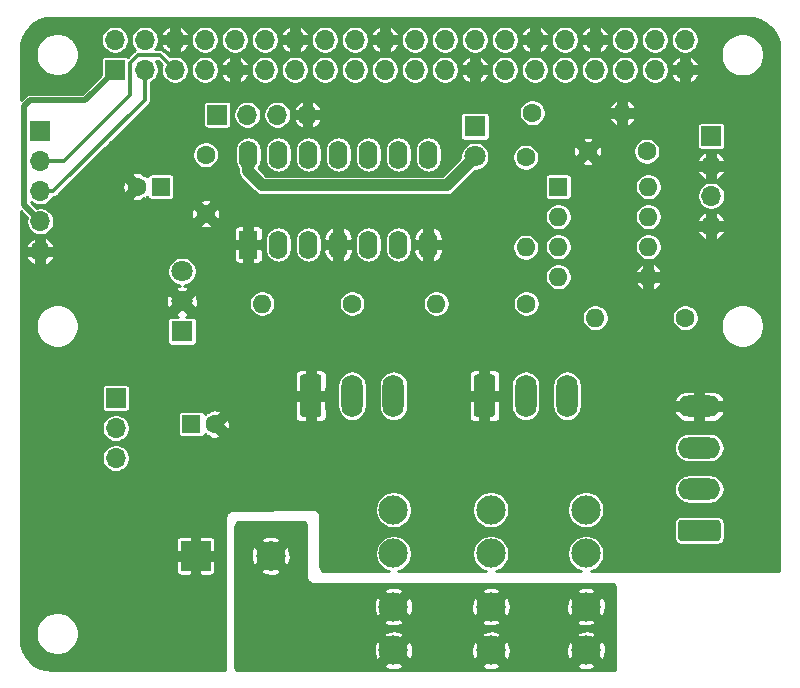
<source format=gbr>
%TF.GenerationSoftware,KiCad,Pcbnew,(5.1.6)-1*%
%TF.CreationDate,2020-09-18T21:57:08-04:00*%
%TF.ProjectId,PiHat,50694861-742e-46b6-9963-61645f706362,v1*%
%TF.SameCoordinates,Original*%
%TF.FileFunction,Copper,L1,Top*%
%TF.FilePolarity,Positive*%
%FSLAX46Y46*%
G04 Gerber Fmt 4.6, Leading zero omitted, Abs format (unit mm)*
G04 Created by KiCad (PCBNEW (5.1.6)-1) date 2020-09-18 21:57:08*
%MOMM*%
%LPD*%
G01*
G04 APERTURE LIST*
%TA.AperFunction,ComponentPad*%
%ADD10O,1.700000X1.700000*%
%TD*%
%TA.AperFunction,ComponentPad*%
%ADD11R,1.700000X1.700000*%
%TD*%
%TA.AperFunction,ComponentPad*%
%ADD12O,3.600000X1.800000*%
%TD*%
%TA.AperFunction,ComponentPad*%
%ADD13C,2.475000*%
%TD*%
%TA.AperFunction,ComponentPad*%
%ADD14O,1.600000X1.600000*%
%TD*%
%TA.AperFunction,ComponentPad*%
%ADD15R,1.600000X1.600000*%
%TD*%
%TA.AperFunction,ComponentPad*%
%ADD16R,1.800000X1.800000*%
%TD*%
%TA.AperFunction,ComponentPad*%
%ADD17C,1.800000*%
%TD*%
%TA.AperFunction,ComponentPad*%
%ADD18O,1.600000X2.400000*%
%TD*%
%TA.AperFunction,ComponentPad*%
%ADD19R,1.600000X2.400000*%
%TD*%
%TA.AperFunction,ComponentPad*%
%ADD20C,1.600000*%
%TD*%
%TA.AperFunction,ComponentPad*%
%ADD21O,1.800000X3.600000*%
%TD*%
%TA.AperFunction,ComponentPad*%
%ADD22C,2.500000*%
%TD*%
%TA.AperFunction,ComponentPad*%
%ADD23R,2.500000X2.500000*%
%TD*%
%TA.AperFunction,ViaPad*%
%ADD24C,0.800000*%
%TD*%
%TA.AperFunction,Conductor*%
%ADD25C,1.000000*%
%TD*%
%TA.AperFunction,Conductor*%
%ADD26C,0.350000*%
%TD*%
%TA.AperFunction,Conductor*%
%ADD27C,0.500000*%
%TD*%
%TA.AperFunction,Conductor*%
%ADD28C,0.254000*%
%TD*%
G04 APERTURE END LIST*
D10*
%TO.P,J9,4*%
%TO.N,GND*%
X137400000Y-78820000D03*
%TO.P,J9,3*%
%TO.N,GPIO20*%
X137400000Y-76280000D03*
%TO.P,J9,2*%
%TO.N,GND*%
X137400000Y-73740000D03*
D11*
%TO.P,J9,1*%
%TO.N,GPIO21*%
X137400000Y-71200000D03*
%TD*%
D10*
%TO.P,J8,4*%
%TO.N,GND*%
X103220000Y-69400000D03*
%TO.P,J8,3*%
%TO.N,+3V3*%
X100680000Y-69400000D03*
%TO.P,J8,2*%
%TO.N,I2C_SCL*%
X98140000Y-69400000D03*
D11*
%TO.P,J8,1*%
%TO.N,I2C_SDA*%
X95600000Y-69400000D03*
%TD*%
D12*
%TO.P,J7,4*%
%TO.N,GND*%
X136400000Y-94100000D03*
%TO.P,J7,3*%
%TO.N,/DMX-*%
X136400000Y-97600000D03*
%TO.P,J7,2*%
%TO.N,/DMX+*%
X136400000Y-101100000D03*
%TO.P,J7,1*%
%TO.N,/V_DMX*%
%TA.AperFunction,ComponentPad*%
G36*
G01*
X137950000Y-105500000D02*
X134850000Y-105500000D01*
G75*
G02*
X134600000Y-105250000I0J250000D01*
G01*
X134600000Y-103950000D01*
G75*
G02*
X134850000Y-103700000I250000J0D01*
G01*
X137950000Y-103700000D01*
G75*
G02*
X138200000Y-103950000I0J-250000D01*
G01*
X138200000Y-105250000D01*
G75*
G02*
X137950000Y-105500000I-250000J0D01*
G01*
G37*
%TD.AperFunction*%
%TD*%
D13*
%TO.P,F3,2_2*%
%TO.N,/V_DMX*%
X126800000Y-102850000D03*
%TO.P,F3,1_1*%
%TO.N,VSS*%
X126800000Y-114750000D03*
%TO.P,F3,2_1*%
%TO.N,/V_DMX*%
X126800000Y-106550000D03*
%TO.P,F3,1_2*%
%TO.N,VSS*%
X126800000Y-111050000D03*
%TD*%
D14*
%TO.P,U3,8*%
%TO.N,+5V*%
X132070000Y-75500000D03*
%TO.P,U3,4*%
%TO.N,TXD*%
X124450000Y-83120000D03*
%TO.P,U3,7*%
%TO.N,/DMX-*%
X132070000Y-78040000D03*
%TO.P,U3,3*%
%TO.N,Net-(R4-Pad2)*%
X124450000Y-80580000D03*
%TO.P,U3,6*%
%TO.N,/DMX+*%
X132070000Y-80580000D03*
%TO.P,U3,2*%
%TO.N,Net-(U3-Pad2)*%
X124450000Y-78040000D03*
%TO.P,U3,5*%
%TO.N,GND*%
X132070000Y-83120000D03*
D15*
%TO.P,U3,1*%
%TO.N,Net-(U3-Pad1)*%
X124450000Y-75500000D03*
%TD*%
D16*
%TO.P,U2,1*%
%TO.N,/PWR_IN*%
X92600000Y-87750000D03*
D17*
%TO.P,U2,2*%
%TO.N,GND*%
X92600000Y-85210000D03*
%TO.P,U2,3*%
%TO.N,+5V*%
X92600000Y-82670000D03*
%TD*%
D18*
%TO.P,U1,14*%
%TO.N,+5V*%
X98200000Y-72780000D03*
%TO.P,U1,7*%
%TO.N,GND*%
X113440000Y-80400000D03*
%TO.P,U1,13*%
%TO.N,Net-(U1-Pad13)*%
X100740000Y-72780000D03*
%TO.P,U1,6*%
%TO.N,Net-(R2-Pad2)*%
X110900000Y-80400000D03*
%TO.P,U1,12*%
%TO.N,Net-(U1-Pad12)*%
X103280000Y-72780000D03*
%TO.P,U1,5*%
%TO.N,Pixel2*%
X108360000Y-80400000D03*
%TO.P,U1,11*%
%TO.N,Net-(U1-Pad11)*%
X105820000Y-72780000D03*
%TO.P,U1,4*%
%TO.N,GND*%
X105820000Y-80400000D03*
%TO.P,U1,10*%
%TO.N,Net-(U1-Pad10)*%
X108360000Y-72780000D03*
%TO.P,U1,3*%
%TO.N,Net-(R1-Pad2)*%
X103280000Y-80400000D03*
%TO.P,U1,9*%
%TO.N,Net-(U1-Pad9)*%
X110900000Y-72780000D03*
%TO.P,U1,2*%
%TO.N,Pixel1*%
X100740000Y-80400000D03*
%TO.P,U1,8*%
%TO.N,Net-(U1-Pad8)*%
X113440000Y-72780000D03*
D19*
%TO.P,U1,1*%
%TO.N,GND*%
X98200000Y-80400000D03*
%TD*%
D14*
%TO.P,R5,2*%
%TO.N,/DMX-*%
X127580000Y-86600000D03*
D20*
%TO.P,R5,1*%
%TO.N,/DMX+*%
X135200000Y-86600000D03*
%TD*%
D14*
%TO.P,R4,2*%
%TO.N,Net-(R4-Pad2)*%
X121700000Y-80620000D03*
D20*
%TO.P,R4,1*%
%TO.N,+5V*%
X121700000Y-73000000D03*
%TD*%
D14*
%TO.P,R2,2*%
%TO.N,Net-(R2-Pad2)*%
X114130000Y-85400000D03*
D20*
%TO.P,R2,1*%
%TO.N,Net-(J5-Pad2)*%
X121750000Y-85400000D03*
%TD*%
D14*
%TO.P,R3,2*%
%TO.N,GND*%
X129870000Y-69250000D03*
D20*
%TO.P,R3,1*%
%TO.N,Net-(D1-Pad1)*%
X122250000Y-69250000D03*
%TD*%
D14*
%TO.P,R1,2*%
%TO.N,Net-(R1-Pad2)*%
X99380000Y-85400000D03*
D20*
%TO.P,R1,1*%
%TO.N,Net-(J4-Pad2)*%
X107000000Y-85400000D03*
%TD*%
D10*
%TO.P,J6,5*%
%TO.N,GND*%
X80600000Y-80980000D03*
%TO.P,J6,4*%
%TO.N,+3V3*%
X80600000Y-78440000D03*
%TO.P,J6,3*%
%TO.N,I2C_SDA*%
X80600000Y-75900000D03*
%TO.P,J6,2*%
%TO.N,I2C_SCL*%
X80600000Y-73360000D03*
D11*
%TO.P,J6,1*%
%TO.N,Net-(J6-Pad1)*%
X80600000Y-70820000D03*
%TD*%
D21*
%TO.P,J5,3*%
%TO.N,/ST2_PWR*%
X125200000Y-93200000D03*
%TO.P,J5,2*%
%TO.N,Net-(J5-Pad2)*%
X121700000Y-93200000D03*
%TO.P,J5,1*%
%TO.N,GND*%
%TA.AperFunction,ComponentPad*%
G36*
G01*
X117300000Y-94750000D02*
X117300000Y-91650000D01*
G75*
G02*
X117550000Y-91400000I250000J0D01*
G01*
X118850000Y-91400000D01*
G75*
G02*
X119100000Y-91650000I0J-250000D01*
G01*
X119100000Y-94750000D01*
G75*
G02*
X118850000Y-95000000I-250000J0D01*
G01*
X117550000Y-95000000D01*
G75*
G02*
X117300000Y-94750000I0J250000D01*
G01*
G37*
%TD.AperFunction*%
%TD*%
%TO.P,J4,3*%
%TO.N,/ST1_PWR*%
X110500000Y-93200000D03*
%TO.P,J4,2*%
%TO.N,Net-(J4-Pad2)*%
X107000000Y-93200000D03*
%TO.P,J4,1*%
%TO.N,GND*%
%TA.AperFunction,ComponentPad*%
G36*
G01*
X102600000Y-94750000D02*
X102600000Y-91650000D01*
G75*
G02*
X102850000Y-91400000I250000J0D01*
G01*
X104150000Y-91400000D01*
G75*
G02*
X104400000Y-91650000I0J-250000D01*
G01*
X104400000Y-94750000D01*
G75*
G02*
X104150000Y-95000000I-250000J0D01*
G01*
X102850000Y-95000000D01*
G75*
G02*
X102600000Y-94750000I0J250000D01*
G01*
G37*
%TD.AperFunction*%
%TD*%
D10*
%TO.P,J3,3*%
%TO.N,/PWR_IN*%
X87000000Y-98480000D03*
%TO.P,J3,2*%
%TO.N,VSS*%
X87000000Y-95940000D03*
D11*
%TO.P,J3,1*%
%TO.N,+5V*%
X87000000Y-93400000D03*
%TD*%
D22*
%TO.P,J2,2*%
%TO.N,VSS*%
X100100000Y-106750000D03*
D23*
%TO.P,J2,1*%
%TO.N,GND*%
X93750000Y-106750000D03*
%TD*%
D10*
%TO.P,J1,40*%
%TO.N,GPIO21*%
X135180000Y-63050000D03*
%TO.P,J1,39*%
%TO.N,GND*%
X135180000Y-65590000D03*
%TO.P,J1,38*%
%TO.N,GPIO20*%
X132640000Y-63050000D03*
%TO.P,J1,37*%
%TO.N,Net-(J1-Pad37)*%
X132640000Y-65590000D03*
%TO.P,J1,36*%
%TO.N,Net-(J1-Pad36)*%
X130100000Y-63050000D03*
%TO.P,J1,35*%
%TO.N,Pixel2*%
X130100000Y-65590000D03*
%TO.P,J1,34*%
%TO.N,GND*%
X127560000Y-63050000D03*
%TO.P,J1,33*%
%TO.N,Net-(J1-Pad33)*%
X127560000Y-65590000D03*
%TO.P,J1,32*%
%TO.N,Net-(J1-Pad32)*%
X125020000Y-63050000D03*
%TO.P,J1,31*%
%TO.N,Net-(J1-Pad31)*%
X125020000Y-65590000D03*
%TO.P,J1,30*%
%TO.N,GND*%
X122480000Y-63050000D03*
%TO.P,J1,29*%
%TO.N,Net-(J1-Pad29)*%
X122480000Y-65590000D03*
%TO.P,J1,28*%
%TO.N,Net-(J1-Pad28)*%
X119940000Y-63050000D03*
%TO.P,J1,27*%
%TO.N,Net-(J1-Pad27)*%
X119940000Y-65590000D03*
%TO.P,J1,26*%
%TO.N,Net-(J1-Pad26)*%
X117400000Y-63050000D03*
%TO.P,J1,25*%
%TO.N,GND*%
X117400000Y-65590000D03*
%TO.P,J1,24*%
%TO.N,Net-(J1-Pad24)*%
X114860000Y-63050000D03*
%TO.P,J1,23*%
%TO.N,Net-(J1-Pad23)*%
X114860000Y-65590000D03*
%TO.P,J1,22*%
%TO.N,Net-(J1-Pad22)*%
X112320000Y-63050000D03*
%TO.P,J1,21*%
%TO.N,Net-(J1-Pad21)*%
X112320000Y-65590000D03*
%TO.P,J1,20*%
%TO.N,GND*%
X109780000Y-63050000D03*
%TO.P,J1,19*%
%TO.N,Net-(J1-Pad19)*%
X109780000Y-65590000D03*
%TO.P,J1,18*%
%TO.N,Net-(J1-Pad18)*%
X107240000Y-63050000D03*
%TO.P,J1,17*%
%TO.N,Net-(J1-Pad17)*%
X107240000Y-65590000D03*
%TO.P,J1,16*%
%TO.N,Net-(J1-Pad16)*%
X104700000Y-63050000D03*
%TO.P,J1,15*%
%TO.N,Net-(J1-Pad15)*%
X104700000Y-65590000D03*
%TO.P,J1,14*%
%TO.N,GND*%
X102160000Y-63050000D03*
%TO.P,J1,13*%
%TO.N,Net-(J1-Pad13)*%
X102160000Y-65590000D03*
%TO.P,J1,12*%
%TO.N,Pixel1*%
X99620000Y-63050000D03*
%TO.P,J1,11*%
%TO.N,Net-(J1-Pad11)*%
X99620000Y-65590000D03*
%TO.P,J1,10*%
%TO.N,Net-(J1-Pad10)*%
X97080000Y-63050000D03*
%TO.P,J1,9*%
%TO.N,GND*%
X97080000Y-65590000D03*
%TO.P,J1,8*%
%TO.N,TXD*%
X94540000Y-63050000D03*
%TO.P,J1,7*%
%TO.N,Net-(J1-Pad7)*%
X94540000Y-65590000D03*
%TO.P,J1,6*%
%TO.N,GND*%
X92000000Y-63050000D03*
%TO.P,J1,5*%
%TO.N,I2C_SCL*%
X92000000Y-65590000D03*
%TO.P,J1,4*%
%TO.N,+5V*%
X89460000Y-63050000D03*
%TO.P,J1,3*%
%TO.N,I2C_SDA*%
X89460000Y-65590000D03*
%TO.P,J1,2*%
%TO.N,+5V*%
X86920000Y-63050000D03*
D11*
%TO.P,J1,1*%
%TO.N,+3V3*%
X86920000Y-65590000D03*
%TD*%
D13*
%TO.P,F2,2_2*%
%TO.N,/ST2_PWR*%
X118750000Y-102850000D03*
%TO.P,F2,1_1*%
%TO.N,VSS*%
X118750000Y-114750000D03*
%TO.P,F2,2_1*%
%TO.N,/ST2_PWR*%
X118750000Y-106550000D03*
%TO.P,F2,1_2*%
%TO.N,VSS*%
X118750000Y-111050000D03*
%TD*%
%TO.P,F1,2_2*%
%TO.N,/ST1_PWR*%
X110500000Y-102850000D03*
%TO.P,F1,1_1*%
%TO.N,VSS*%
X110500000Y-114750000D03*
%TO.P,F1,2_1*%
%TO.N,/ST1_PWR*%
X110500000Y-106550000D03*
%TO.P,F1,1_2*%
%TO.N,VSS*%
X110500000Y-111050000D03*
%TD*%
D17*
%TO.P,D1,2*%
%TO.N,+5V*%
X117400000Y-72940000D03*
D16*
%TO.P,D1,1*%
%TO.N,Net-(D1-Pad1)*%
X117400000Y-70400000D03*
%TD*%
D20*
%TO.P,C4,2*%
%TO.N,GND*%
X126950000Y-72500000D03*
%TO.P,C4,1*%
%TO.N,+5V*%
X131950000Y-72500000D03*
%TD*%
%TO.P,C3,2*%
%TO.N,GND*%
X94600000Y-77800000D03*
%TO.P,C3,1*%
%TO.N,+5V*%
X94600000Y-72800000D03*
%TD*%
%TO.P,C2,2*%
%TO.N,GND*%
X88800000Y-75500000D03*
D15*
%TO.P,C2,1*%
%TO.N,+5V*%
X90800000Y-75500000D03*
%TD*%
D20*
%TO.P,C1,2*%
%TO.N,GND*%
X95400000Y-95600000D03*
D15*
%TO.P,C1,1*%
%TO.N,/PWR_IN*%
X93400000Y-95600000D03*
%TD*%
D24*
%TO.N,GND*%
X95400000Y-85200000D03*
X95400000Y-82400000D03*
X95400000Y-88600000D03*
X95200000Y-113800000D03*
X85400000Y-107400000D03*
X91400000Y-113800000D03*
X106200000Y-103800000D03*
X106200000Y-107000000D03*
X114600000Y-103800000D03*
X114600000Y-107000000D03*
X131400000Y-107400000D03*
X141600000Y-107200000D03*
X103600000Y-77400000D03*
X100600000Y-77400000D03*
X108400000Y-77400000D03*
X111400000Y-77400000D03*
X114000000Y-70400000D03*
X108400000Y-70400000D03*
X111200000Y-70400000D03*
X117400000Y-75600000D03*
X127800000Y-77200000D03*
X134800000Y-80400000D03*
X131400000Y-101400000D03*
X141000000Y-102200000D03*
X92400000Y-72200000D03*
X86800000Y-72000000D03*
X122600000Y-107400000D03*
X122600000Y-104200000D03*
X141400000Y-94800000D03*
X141200000Y-80800000D03*
X83400000Y-79200000D03*
X85000000Y-90400000D03*
X89200000Y-88800000D03*
X89600000Y-94400000D03*
X94000000Y-99200000D03*
X89800000Y-101600000D03*
X80800000Y-102800000D03*
X81000000Y-95800000D03*
X85600000Y-102400000D03*
X99800000Y-101600000D03*
X88200000Y-116000000D03*
X85000000Y-112600000D03*
X80800000Y-109400000D03*
X91600000Y-69600000D03*
X79600000Y-67000000D03*
X90400000Y-81000000D03*
X99400000Y-67800000D03*
X94000000Y-68400000D03*
X130400000Y-78400000D03*
X136600000Y-88400000D03*
%TO.N,VSS*%
X97800000Y-114200000D03*
X97800000Y-110400000D03*
X106200000Y-115600000D03*
%TD*%
D25*
%TO.N,+5V*%
X94620000Y-72780000D02*
X94600000Y-72800000D01*
X117400000Y-73000000D02*
X117400000Y-72940000D01*
X99400000Y-75400000D02*
X115000000Y-75400000D01*
X98200000Y-72780000D02*
X98200000Y-74200000D01*
X115000000Y-75400000D02*
X117400000Y-73000000D01*
X98200000Y-74200000D02*
X99400000Y-75400000D01*
D26*
%TO.N,I2C_SCL*%
X92000000Y-65590000D02*
X90774999Y-64364999D01*
X88234999Y-65001999D02*
X88234999Y-66765001D01*
X88871999Y-64364999D02*
X88234999Y-65001999D01*
X90774999Y-64364999D02*
X88871999Y-64364999D01*
X88234999Y-66765001D02*
X88234999Y-67765001D01*
X82640000Y-73360000D02*
X80600000Y-73360000D01*
X88234999Y-67765001D02*
X82640000Y-73360000D01*
%TO.N,I2C_SDA*%
X89460000Y-65590000D02*
X89460000Y-67140000D01*
X81700000Y-75900000D02*
X80600000Y-75900000D01*
X89460000Y-67140000D02*
X89460000Y-68140000D01*
X89460000Y-68140000D02*
X81700000Y-75900000D01*
D27*
%TO.N,+3V3*%
X79200000Y-77040000D02*
X80600000Y-78440000D01*
X79200000Y-68709998D02*
X79200000Y-77040000D01*
X84400000Y-68200000D02*
X79709998Y-68200000D01*
X79709998Y-68200000D02*
X79200000Y-68709998D01*
X86920000Y-65590000D02*
X86920000Y-65680000D01*
X86920000Y-65680000D02*
X84400000Y-68200000D01*
%TD*%
D28*
%TO.N,GND*%
G36*
X141053918Y-61254224D02*
G01*
X141542152Y-61401630D01*
X141992456Y-61641061D01*
X142387677Y-61963396D01*
X142712757Y-62356350D01*
X142955326Y-62804974D01*
X143106137Y-63292163D01*
X143161353Y-63817510D01*
X143161357Y-63818665D01*
X143161352Y-108073000D01*
X127203732Y-108073000D01*
X127258681Y-108062070D01*
X127544858Y-107943532D01*
X127802411Y-107771441D01*
X128021441Y-107552411D01*
X128193532Y-107294858D01*
X128312070Y-107008681D01*
X128372500Y-106704878D01*
X128372500Y-106395122D01*
X128312070Y-106091319D01*
X128193532Y-105805142D01*
X128021441Y-105547589D01*
X127802411Y-105328559D01*
X127544858Y-105156468D01*
X127258681Y-105037930D01*
X126954878Y-104977500D01*
X126645122Y-104977500D01*
X126341319Y-105037930D01*
X126055142Y-105156468D01*
X125797589Y-105328559D01*
X125578559Y-105547589D01*
X125406468Y-105805142D01*
X125287930Y-106091319D01*
X125227500Y-106395122D01*
X125227500Y-106704878D01*
X125287930Y-107008681D01*
X125406468Y-107294858D01*
X125578559Y-107552411D01*
X125797589Y-107771441D01*
X126055142Y-107943532D01*
X126341319Y-108062070D01*
X126396268Y-108073000D01*
X119153732Y-108073000D01*
X119208681Y-108062070D01*
X119494858Y-107943532D01*
X119752411Y-107771441D01*
X119971441Y-107552411D01*
X120143532Y-107294858D01*
X120262070Y-107008681D01*
X120322500Y-106704878D01*
X120322500Y-106395122D01*
X120262070Y-106091319D01*
X120143532Y-105805142D01*
X119971441Y-105547589D01*
X119752411Y-105328559D01*
X119494858Y-105156468D01*
X119208681Y-105037930D01*
X118904878Y-104977500D01*
X118595122Y-104977500D01*
X118291319Y-105037930D01*
X118005142Y-105156468D01*
X117747589Y-105328559D01*
X117528559Y-105547589D01*
X117356468Y-105805142D01*
X117237930Y-106091319D01*
X117177500Y-106395122D01*
X117177500Y-106704878D01*
X117237930Y-107008681D01*
X117356468Y-107294858D01*
X117528559Y-107552411D01*
X117747589Y-107771441D01*
X118005142Y-107943532D01*
X118291319Y-108062070D01*
X118346268Y-108073000D01*
X110903732Y-108073000D01*
X110958681Y-108062070D01*
X111244858Y-107943532D01*
X111502411Y-107771441D01*
X111721441Y-107552411D01*
X111893532Y-107294858D01*
X112012070Y-107008681D01*
X112072500Y-106704878D01*
X112072500Y-106395122D01*
X112012070Y-106091319D01*
X111893532Y-105805142D01*
X111721441Y-105547589D01*
X111502411Y-105328559D01*
X111244858Y-105156468D01*
X110958681Y-105037930D01*
X110654878Y-104977500D01*
X110345122Y-104977500D01*
X110041319Y-105037930D01*
X109755142Y-105156468D01*
X109497589Y-105328559D01*
X109278559Y-105547589D01*
X109106468Y-105805142D01*
X108987930Y-106091319D01*
X108927500Y-106395122D01*
X108927500Y-106704878D01*
X108987930Y-107008681D01*
X109106468Y-107294858D01*
X109278559Y-107552411D01*
X109497589Y-107771441D01*
X109755142Y-107943532D01*
X110041319Y-108062070D01*
X110096268Y-108073000D01*
X104708328Y-108073000D01*
X104603743Y-108059231D01*
X104514045Y-108022077D01*
X104437024Y-107962976D01*
X104377923Y-107885955D01*
X104340769Y-107796257D01*
X104327000Y-107691672D01*
X104327000Y-103406451D01*
X104325896Y-103389739D01*
X104308581Y-103259298D01*
X104299861Y-103227033D01*
X104249116Y-103105626D01*
X104232282Y-103076753D01*
X104151622Y-102972789D01*
X104127837Y-102949308D01*
X104022847Y-102869987D01*
X103993760Y-102853523D01*
X103871713Y-102804339D01*
X103839340Y-102796034D01*
X103708687Y-102780392D01*
X103691962Y-102779502D01*
X96891962Y-102866682D01*
X96875535Y-102867962D01*
X96747383Y-102886368D01*
X96715711Y-102895218D01*
X96596581Y-102945911D01*
X96568244Y-102962596D01*
X96466124Y-103042176D01*
X96443021Y-103065577D01*
X96364756Y-103168709D01*
X96348435Y-103197259D01*
X96299274Y-103317030D01*
X96290831Y-103348811D01*
X96274069Y-103477188D01*
X96273000Y-103493631D01*
X96273000Y-116432611D01*
X81565190Y-116432611D01*
X81038789Y-116380996D01*
X80550562Y-116233592D01*
X80100258Y-115994163D01*
X79705041Y-115671831D01*
X79379955Y-115278871D01*
X79137386Y-114830248D01*
X78986575Y-114343059D01*
X78931359Y-113817712D01*
X78931356Y-113816843D01*
X78931356Y-113139268D01*
X80205000Y-113139268D01*
X80205000Y-113500732D01*
X80275518Y-113855250D01*
X80413844Y-114189199D01*
X80614662Y-114489744D01*
X80870256Y-114745338D01*
X81170801Y-114946156D01*
X81504750Y-115084482D01*
X81859268Y-115155000D01*
X82220732Y-115155000D01*
X82575250Y-115084482D01*
X82909199Y-114946156D01*
X83209744Y-114745338D01*
X83465338Y-114489744D01*
X83666156Y-114189199D01*
X83804482Y-113855250D01*
X83875000Y-113500732D01*
X83875000Y-113139268D01*
X83804482Y-112784750D01*
X83666156Y-112450801D01*
X83465338Y-112150256D01*
X83209744Y-111894662D01*
X82909199Y-111693844D01*
X82575250Y-111555518D01*
X82220732Y-111485000D01*
X81859268Y-111485000D01*
X81504750Y-111555518D01*
X81170801Y-111693844D01*
X80870256Y-111894662D01*
X80614662Y-112150256D01*
X80413844Y-112450801D01*
X80275518Y-112784750D01*
X80205000Y-113139268D01*
X78931356Y-113139268D01*
X78931356Y-108000000D01*
X92062895Y-108000000D01*
X92071294Y-108085275D01*
X92096168Y-108167273D01*
X92136560Y-108242843D01*
X92190920Y-108309080D01*
X92257157Y-108363440D01*
X92332727Y-108403832D01*
X92414725Y-108428706D01*
X92500000Y-108437105D01*
X93314250Y-108435000D01*
X93423000Y-108326250D01*
X93423000Y-107077000D01*
X94077000Y-107077000D01*
X94077000Y-108326250D01*
X94185750Y-108435000D01*
X95000000Y-108437105D01*
X95085275Y-108428706D01*
X95167273Y-108403832D01*
X95242843Y-108363440D01*
X95309080Y-108309080D01*
X95363440Y-108242843D01*
X95403832Y-108167273D01*
X95428706Y-108085275D01*
X95437105Y-108000000D01*
X95435000Y-107185750D01*
X95326250Y-107077000D01*
X94077000Y-107077000D01*
X93423000Y-107077000D01*
X92173750Y-107077000D01*
X92065000Y-107185750D01*
X92062895Y-108000000D01*
X78931356Y-108000000D01*
X78931356Y-105500000D01*
X92062895Y-105500000D01*
X92065000Y-106314250D01*
X92173750Y-106423000D01*
X93423000Y-106423000D01*
X93423000Y-105173750D01*
X94077000Y-105173750D01*
X94077000Y-106423000D01*
X95326250Y-106423000D01*
X95435000Y-106314250D01*
X95437105Y-105500000D01*
X95428706Y-105414725D01*
X95403832Y-105332727D01*
X95363440Y-105257157D01*
X95309080Y-105190920D01*
X95242843Y-105136560D01*
X95167273Y-105096168D01*
X95085275Y-105071294D01*
X95000000Y-105062895D01*
X94185750Y-105065000D01*
X94077000Y-105173750D01*
X93423000Y-105173750D01*
X93314250Y-105065000D01*
X92500000Y-105062895D01*
X92414725Y-105071294D01*
X92332727Y-105096168D01*
X92257157Y-105136560D01*
X92190920Y-105190920D01*
X92136560Y-105257157D01*
X92096168Y-105332727D01*
X92071294Y-105414725D01*
X92062895Y-105500000D01*
X78931356Y-105500000D01*
X78931356Y-102695122D01*
X108927500Y-102695122D01*
X108927500Y-103004878D01*
X108987930Y-103308681D01*
X109106468Y-103594858D01*
X109278559Y-103852411D01*
X109497589Y-104071441D01*
X109755142Y-104243532D01*
X110041319Y-104362070D01*
X110345122Y-104422500D01*
X110654878Y-104422500D01*
X110958681Y-104362070D01*
X111244858Y-104243532D01*
X111502411Y-104071441D01*
X111721441Y-103852411D01*
X111893532Y-103594858D01*
X112012070Y-103308681D01*
X112072500Y-103004878D01*
X112072500Y-102695122D01*
X117177500Y-102695122D01*
X117177500Y-103004878D01*
X117237930Y-103308681D01*
X117356468Y-103594858D01*
X117528559Y-103852411D01*
X117747589Y-104071441D01*
X118005142Y-104243532D01*
X118291319Y-104362070D01*
X118595122Y-104422500D01*
X118904878Y-104422500D01*
X119208681Y-104362070D01*
X119494858Y-104243532D01*
X119752411Y-104071441D01*
X119971441Y-103852411D01*
X120143532Y-103594858D01*
X120262070Y-103308681D01*
X120322500Y-103004878D01*
X120322500Y-102695122D01*
X125227500Y-102695122D01*
X125227500Y-103004878D01*
X125287930Y-103308681D01*
X125406468Y-103594858D01*
X125578559Y-103852411D01*
X125797589Y-104071441D01*
X126055142Y-104243532D01*
X126341319Y-104362070D01*
X126645122Y-104422500D01*
X126954878Y-104422500D01*
X127258681Y-104362070D01*
X127544858Y-104243532D01*
X127802411Y-104071441D01*
X127923852Y-103950000D01*
X134263380Y-103950000D01*
X134263380Y-105250000D01*
X134274652Y-105364444D01*
X134308034Y-105474490D01*
X134362243Y-105575909D01*
X134435197Y-105664803D01*
X134524091Y-105737757D01*
X134625510Y-105791966D01*
X134735556Y-105825348D01*
X134850000Y-105836620D01*
X137950000Y-105836620D01*
X138064444Y-105825348D01*
X138174490Y-105791966D01*
X138275909Y-105737757D01*
X138364803Y-105664803D01*
X138437757Y-105575909D01*
X138491966Y-105474490D01*
X138525348Y-105364444D01*
X138536620Y-105250000D01*
X138536620Y-103950000D01*
X138525348Y-103835556D01*
X138491966Y-103725510D01*
X138437757Y-103624091D01*
X138364803Y-103535197D01*
X138275909Y-103462243D01*
X138174490Y-103408034D01*
X138064444Y-103374652D01*
X137950000Y-103363380D01*
X134850000Y-103363380D01*
X134735556Y-103374652D01*
X134625510Y-103408034D01*
X134524091Y-103462243D01*
X134435197Y-103535197D01*
X134362243Y-103624091D01*
X134308034Y-103725510D01*
X134274652Y-103835556D01*
X134263380Y-103950000D01*
X127923852Y-103950000D01*
X128021441Y-103852411D01*
X128193532Y-103594858D01*
X128312070Y-103308681D01*
X128372500Y-103004878D01*
X128372500Y-102695122D01*
X128312070Y-102391319D01*
X128193532Y-102105142D01*
X128021441Y-101847589D01*
X127802411Y-101628559D01*
X127544858Y-101456468D01*
X127258681Y-101337930D01*
X126954878Y-101277500D01*
X126645122Y-101277500D01*
X126341319Y-101337930D01*
X126055142Y-101456468D01*
X125797589Y-101628559D01*
X125578559Y-101847589D01*
X125406468Y-102105142D01*
X125287930Y-102391319D01*
X125227500Y-102695122D01*
X120322500Y-102695122D01*
X120262070Y-102391319D01*
X120143532Y-102105142D01*
X119971441Y-101847589D01*
X119752411Y-101628559D01*
X119494858Y-101456468D01*
X119208681Y-101337930D01*
X118904878Y-101277500D01*
X118595122Y-101277500D01*
X118291319Y-101337930D01*
X118005142Y-101456468D01*
X117747589Y-101628559D01*
X117528559Y-101847589D01*
X117356468Y-102105142D01*
X117237930Y-102391319D01*
X117177500Y-102695122D01*
X112072500Y-102695122D01*
X112012070Y-102391319D01*
X111893532Y-102105142D01*
X111721441Y-101847589D01*
X111502411Y-101628559D01*
X111244858Y-101456468D01*
X110958681Y-101337930D01*
X110654878Y-101277500D01*
X110345122Y-101277500D01*
X110041319Y-101337930D01*
X109755142Y-101456468D01*
X109497589Y-101628559D01*
X109278559Y-101847589D01*
X109106468Y-102105142D01*
X108987930Y-102391319D01*
X108927500Y-102695122D01*
X78931356Y-102695122D01*
X78931356Y-101100000D01*
X134259025Y-101100000D01*
X134282870Y-101342102D01*
X134353489Y-101574901D01*
X134468167Y-101789449D01*
X134622498Y-101977502D01*
X134810551Y-102131833D01*
X135025099Y-102246511D01*
X135257898Y-102317130D01*
X135439335Y-102335000D01*
X137360665Y-102335000D01*
X137542102Y-102317130D01*
X137774901Y-102246511D01*
X137989449Y-102131833D01*
X138177502Y-101977502D01*
X138331833Y-101789449D01*
X138446511Y-101574901D01*
X138517130Y-101342102D01*
X138540975Y-101100000D01*
X138517130Y-100857898D01*
X138446511Y-100625099D01*
X138331833Y-100410551D01*
X138177502Y-100222498D01*
X137989449Y-100068167D01*
X137774901Y-99953489D01*
X137542102Y-99882870D01*
X137360665Y-99865000D01*
X135439335Y-99865000D01*
X135257898Y-99882870D01*
X135025099Y-99953489D01*
X134810551Y-100068167D01*
X134622498Y-100222498D01*
X134468167Y-100410551D01*
X134353489Y-100625099D01*
X134282870Y-100857898D01*
X134259025Y-101100000D01*
X78931356Y-101100000D01*
X78931356Y-98363288D01*
X85815000Y-98363288D01*
X85815000Y-98596712D01*
X85860539Y-98825652D01*
X85949866Y-99041308D01*
X86079550Y-99235394D01*
X86244606Y-99400450D01*
X86438692Y-99530134D01*
X86654348Y-99619461D01*
X86883288Y-99665000D01*
X87116712Y-99665000D01*
X87345652Y-99619461D01*
X87561308Y-99530134D01*
X87755394Y-99400450D01*
X87920450Y-99235394D01*
X88050134Y-99041308D01*
X88139461Y-98825652D01*
X88185000Y-98596712D01*
X88185000Y-98363288D01*
X88139461Y-98134348D01*
X88050134Y-97918692D01*
X87920450Y-97724606D01*
X87795844Y-97600000D01*
X134259025Y-97600000D01*
X134282870Y-97842102D01*
X134353489Y-98074901D01*
X134468167Y-98289449D01*
X134622498Y-98477502D01*
X134810551Y-98631833D01*
X135025099Y-98746511D01*
X135257898Y-98817130D01*
X135439335Y-98835000D01*
X137360665Y-98835000D01*
X137542102Y-98817130D01*
X137774901Y-98746511D01*
X137989449Y-98631833D01*
X138177502Y-98477502D01*
X138331833Y-98289449D01*
X138446511Y-98074901D01*
X138517130Y-97842102D01*
X138540975Y-97600000D01*
X138517130Y-97357898D01*
X138446511Y-97125099D01*
X138331833Y-96910551D01*
X138177502Y-96722498D01*
X137989449Y-96568167D01*
X137774901Y-96453489D01*
X137542102Y-96382870D01*
X137360665Y-96365000D01*
X135439335Y-96365000D01*
X135257898Y-96382870D01*
X135025099Y-96453489D01*
X134810551Y-96568167D01*
X134622498Y-96722498D01*
X134468167Y-96910551D01*
X134353489Y-97125099D01*
X134282870Y-97357898D01*
X134259025Y-97600000D01*
X87795844Y-97600000D01*
X87755394Y-97559550D01*
X87561308Y-97429866D01*
X87345652Y-97340539D01*
X87116712Y-97295000D01*
X86883288Y-97295000D01*
X86654348Y-97340539D01*
X86438692Y-97429866D01*
X86244606Y-97559550D01*
X86079550Y-97724606D01*
X85949866Y-97918692D01*
X85860539Y-98134348D01*
X85815000Y-98363288D01*
X78931356Y-98363288D01*
X78931356Y-95823288D01*
X85815000Y-95823288D01*
X85815000Y-96056712D01*
X85860539Y-96285652D01*
X85949866Y-96501308D01*
X86079550Y-96695394D01*
X86244606Y-96860450D01*
X86438692Y-96990134D01*
X86654348Y-97079461D01*
X86883288Y-97125000D01*
X87116712Y-97125000D01*
X87345652Y-97079461D01*
X87561308Y-96990134D01*
X87755394Y-96860450D01*
X87920450Y-96695394D01*
X88050134Y-96501308D01*
X88139461Y-96285652D01*
X88185000Y-96056712D01*
X88185000Y-95823288D01*
X88139461Y-95594348D01*
X88050134Y-95378692D01*
X87920450Y-95184606D01*
X87755394Y-95019550D01*
X87561308Y-94889866D01*
X87345652Y-94800539D01*
X87342943Y-94800000D01*
X92263380Y-94800000D01*
X92263380Y-96400000D01*
X92269848Y-96465671D01*
X92289004Y-96528819D01*
X92320111Y-96587016D01*
X92361974Y-96638026D01*
X92412984Y-96679889D01*
X92471181Y-96710996D01*
X92534329Y-96730152D01*
X92600000Y-96736620D01*
X94200000Y-96736620D01*
X94265671Y-96730152D01*
X94328819Y-96710996D01*
X94387016Y-96679889D01*
X94438026Y-96638026D01*
X94479889Y-96587016D01*
X94510996Y-96528819D01*
X94525819Y-96479954D01*
X94754158Y-96708293D01*
X94864737Y-96597713D01*
X94960901Y-96760695D01*
X95195778Y-96824056D01*
X95438504Y-96840378D01*
X95679750Y-96809032D01*
X95839099Y-96760695D01*
X95935264Y-96597711D01*
X95400000Y-96062448D01*
X95385858Y-96076590D01*
X94923410Y-95614142D01*
X94937552Y-95600000D01*
X95862448Y-95600000D01*
X96397711Y-96135264D01*
X96560695Y-96039099D01*
X96624056Y-95804222D01*
X96640378Y-95561496D01*
X96609032Y-95320250D01*
X96560695Y-95160901D01*
X96397711Y-95064736D01*
X95862448Y-95600000D01*
X94937552Y-95600000D01*
X94923410Y-95585858D01*
X95385858Y-95123410D01*
X95400000Y-95137552D01*
X95537552Y-95000000D01*
X102162895Y-95000000D01*
X102171294Y-95085275D01*
X102196168Y-95167273D01*
X102236560Y-95242843D01*
X102290920Y-95309080D01*
X102357157Y-95363440D01*
X102432727Y-95403832D01*
X102514725Y-95428706D01*
X102600000Y-95437105D01*
X103064250Y-95435000D01*
X103173000Y-95326250D01*
X103173000Y-93527000D01*
X103827000Y-93527000D01*
X103827000Y-95326250D01*
X103935750Y-95435000D01*
X104400000Y-95437105D01*
X104485275Y-95428706D01*
X104567273Y-95403832D01*
X104642843Y-95363440D01*
X104709080Y-95309080D01*
X104763440Y-95242843D01*
X104803832Y-95167273D01*
X104828706Y-95085275D01*
X104837105Y-95000000D01*
X104835000Y-93635750D01*
X104726250Y-93527000D01*
X103827000Y-93527000D01*
X103173000Y-93527000D01*
X102273750Y-93527000D01*
X102165000Y-93635750D01*
X102162895Y-95000000D01*
X95537552Y-95000000D01*
X95935264Y-94602289D01*
X95839099Y-94439305D01*
X95604222Y-94375944D01*
X95361496Y-94359622D01*
X95120250Y-94390968D01*
X94960901Y-94439305D01*
X94864737Y-94602287D01*
X94754158Y-94491707D01*
X94525819Y-94720046D01*
X94510996Y-94671181D01*
X94479889Y-94612984D01*
X94438026Y-94561974D01*
X94387016Y-94520111D01*
X94328819Y-94489004D01*
X94265671Y-94469848D01*
X94200000Y-94463380D01*
X92600000Y-94463380D01*
X92534329Y-94469848D01*
X92471181Y-94489004D01*
X92412984Y-94520111D01*
X92361974Y-94561974D01*
X92320111Y-94612984D01*
X92289004Y-94671181D01*
X92269848Y-94734329D01*
X92263380Y-94800000D01*
X87342943Y-94800000D01*
X87116712Y-94755000D01*
X86883288Y-94755000D01*
X86654348Y-94800539D01*
X86438692Y-94889866D01*
X86244606Y-95019550D01*
X86079550Y-95184606D01*
X85949866Y-95378692D01*
X85860539Y-95594348D01*
X85815000Y-95823288D01*
X78931356Y-95823288D01*
X78931356Y-92550000D01*
X85813380Y-92550000D01*
X85813380Y-94250000D01*
X85819848Y-94315671D01*
X85839004Y-94378819D01*
X85870111Y-94437016D01*
X85911974Y-94488026D01*
X85962984Y-94529889D01*
X86021181Y-94560996D01*
X86084329Y-94580152D01*
X86150000Y-94586620D01*
X87850000Y-94586620D01*
X87915671Y-94580152D01*
X87978819Y-94560996D01*
X88037016Y-94529889D01*
X88088026Y-94488026D01*
X88129889Y-94437016D01*
X88160996Y-94378819D01*
X88180152Y-94315671D01*
X88186620Y-94250000D01*
X88186620Y-92550000D01*
X88180152Y-92484329D01*
X88160996Y-92421181D01*
X88129889Y-92362984D01*
X88088026Y-92311974D01*
X88037016Y-92270111D01*
X87978819Y-92239004D01*
X87915671Y-92219848D01*
X87850000Y-92213380D01*
X86150000Y-92213380D01*
X86084329Y-92219848D01*
X86021181Y-92239004D01*
X85962984Y-92270111D01*
X85911974Y-92311974D01*
X85870111Y-92362984D01*
X85839004Y-92421181D01*
X85819848Y-92484329D01*
X85813380Y-92550000D01*
X78931356Y-92550000D01*
X78931356Y-91400000D01*
X102162895Y-91400000D01*
X102165000Y-92764250D01*
X102273750Y-92873000D01*
X103173000Y-92873000D01*
X103173000Y-91073750D01*
X103827000Y-91073750D01*
X103827000Y-92873000D01*
X104726250Y-92873000D01*
X104835000Y-92764250D01*
X104835809Y-92239336D01*
X105765000Y-92239336D01*
X105765000Y-94160665D01*
X105782871Y-94342102D01*
X105853490Y-94574901D01*
X105968168Y-94789449D01*
X106122499Y-94977502D01*
X106310552Y-95131833D01*
X106525100Y-95246511D01*
X106757899Y-95317130D01*
X107000000Y-95340975D01*
X107242102Y-95317130D01*
X107474901Y-95246511D01*
X107689449Y-95131833D01*
X107877502Y-94977502D01*
X108031833Y-94789449D01*
X108146511Y-94574901D01*
X108217130Y-94342102D01*
X108235000Y-94160665D01*
X108235000Y-92239336D01*
X109265000Y-92239336D01*
X109265000Y-94160665D01*
X109282871Y-94342102D01*
X109353490Y-94574901D01*
X109468168Y-94789449D01*
X109622499Y-94977502D01*
X109810552Y-95131833D01*
X110025100Y-95246511D01*
X110257899Y-95317130D01*
X110500000Y-95340975D01*
X110742102Y-95317130D01*
X110974901Y-95246511D01*
X111189449Y-95131833D01*
X111350088Y-95000000D01*
X116862895Y-95000000D01*
X116871294Y-95085275D01*
X116896168Y-95167273D01*
X116936560Y-95242843D01*
X116990920Y-95309080D01*
X117057157Y-95363440D01*
X117132727Y-95403832D01*
X117214725Y-95428706D01*
X117300000Y-95437105D01*
X117764250Y-95435000D01*
X117873000Y-95326250D01*
X117873000Y-93527000D01*
X118527000Y-93527000D01*
X118527000Y-95326250D01*
X118635750Y-95435000D01*
X119100000Y-95437105D01*
X119185275Y-95428706D01*
X119267273Y-95403832D01*
X119342843Y-95363440D01*
X119409080Y-95309080D01*
X119463440Y-95242843D01*
X119503832Y-95167273D01*
X119528706Y-95085275D01*
X119537105Y-95000000D01*
X119535000Y-93635750D01*
X119426250Y-93527000D01*
X118527000Y-93527000D01*
X117873000Y-93527000D01*
X116973750Y-93527000D01*
X116865000Y-93635750D01*
X116862895Y-95000000D01*
X111350088Y-95000000D01*
X111377502Y-94977502D01*
X111531833Y-94789449D01*
X111646511Y-94574901D01*
X111717130Y-94342102D01*
X111735000Y-94160665D01*
X111735000Y-92239335D01*
X111717130Y-92057898D01*
X111646511Y-91825099D01*
X111531833Y-91610551D01*
X111377502Y-91422498D01*
X111350088Y-91400000D01*
X116862895Y-91400000D01*
X116865000Y-92764250D01*
X116973750Y-92873000D01*
X117873000Y-92873000D01*
X117873000Y-91073750D01*
X118527000Y-91073750D01*
X118527000Y-92873000D01*
X119426250Y-92873000D01*
X119535000Y-92764250D01*
X119535809Y-92239336D01*
X120465000Y-92239336D01*
X120465000Y-94160665D01*
X120482871Y-94342102D01*
X120553490Y-94574901D01*
X120668168Y-94789449D01*
X120822499Y-94977502D01*
X121010552Y-95131833D01*
X121225100Y-95246511D01*
X121457899Y-95317130D01*
X121700000Y-95340975D01*
X121942102Y-95317130D01*
X122174901Y-95246511D01*
X122389449Y-95131833D01*
X122577502Y-94977502D01*
X122731833Y-94789449D01*
X122846511Y-94574901D01*
X122917130Y-94342102D01*
X122935000Y-94160665D01*
X122935000Y-92239336D01*
X123965000Y-92239336D01*
X123965000Y-94160665D01*
X123982871Y-94342102D01*
X124053490Y-94574901D01*
X124168168Y-94789449D01*
X124322499Y-94977502D01*
X124510552Y-95131833D01*
X124725100Y-95246511D01*
X124957899Y-95317130D01*
X125200000Y-95340975D01*
X125442102Y-95317130D01*
X125674901Y-95246511D01*
X125889449Y-95131833D01*
X126077502Y-94977502D01*
X126231833Y-94789449D01*
X126319490Y-94625452D01*
X134272757Y-94625452D01*
X134324788Y-94812764D01*
X134486423Y-95028341D01*
X134687009Y-95208242D01*
X134918838Y-95345554D01*
X135173000Y-95435000D01*
X136073000Y-95435000D01*
X136073000Y-94427000D01*
X136727000Y-94427000D01*
X136727000Y-95435000D01*
X137627000Y-95435000D01*
X137881162Y-95345554D01*
X138112991Y-95208242D01*
X138313577Y-95028341D01*
X138475212Y-94812764D01*
X138527243Y-94625452D01*
X138481846Y-94427000D01*
X136727000Y-94427000D01*
X136073000Y-94427000D01*
X134318154Y-94427000D01*
X134272757Y-94625452D01*
X126319490Y-94625452D01*
X126346511Y-94574901D01*
X126417130Y-94342102D01*
X126435000Y-94160665D01*
X126435000Y-93574548D01*
X134272757Y-93574548D01*
X134318154Y-93773000D01*
X136073000Y-93773000D01*
X136073000Y-92765000D01*
X136727000Y-92765000D01*
X136727000Y-93773000D01*
X138481846Y-93773000D01*
X138527243Y-93574548D01*
X138475212Y-93387236D01*
X138313577Y-93171659D01*
X138112991Y-92991758D01*
X137881162Y-92854446D01*
X137627000Y-92765000D01*
X136727000Y-92765000D01*
X136073000Y-92765000D01*
X135173000Y-92765000D01*
X134918838Y-92854446D01*
X134687009Y-92991758D01*
X134486423Y-93171659D01*
X134324788Y-93387236D01*
X134272757Y-93574548D01*
X126435000Y-93574548D01*
X126435000Y-92239335D01*
X126417130Y-92057898D01*
X126346511Y-91825099D01*
X126231833Y-91610551D01*
X126077502Y-91422498D01*
X125889448Y-91268167D01*
X125674900Y-91153489D01*
X125442101Y-91082870D01*
X125200000Y-91059025D01*
X124957898Y-91082870D01*
X124725099Y-91153489D01*
X124510551Y-91268167D01*
X124322498Y-91422498D01*
X124168167Y-91610552D01*
X124053489Y-91825100D01*
X123982870Y-92057899D01*
X123965000Y-92239336D01*
X122935000Y-92239336D01*
X122935000Y-92239335D01*
X122917130Y-92057898D01*
X122846511Y-91825099D01*
X122731833Y-91610551D01*
X122577502Y-91422498D01*
X122389448Y-91268167D01*
X122174900Y-91153489D01*
X121942101Y-91082870D01*
X121700000Y-91059025D01*
X121457898Y-91082870D01*
X121225099Y-91153489D01*
X121010551Y-91268167D01*
X120822498Y-91422498D01*
X120668167Y-91610552D01*
X120553489Y-91825100D01*
X120482870Y-92057899D01*
X120465000Y-92239336D01*
X119535809Y-92239336D01*
X119537105Y-91400000D01*
X119528706Y-91314725D01*
X119503832Y-91232727D01*
X119463440Y-91157157D01*
X119409080Y-91090920D01*
X119342843Y-91036560D01*
X119267273Y-90996168D01*
X119185275Y-90971294D01*
X119100000Y-90962895D01*
X118635750Y-90965000D01*
X118527000Y-91073750D01*
X117873000Y-91073750D01*
X117764250Y-90965000D01*
X117300000Y-90962895D01*
X117214725Y-90971294D01*
X117132727Y-90996168D01*
X117057157Y-91036560D01*
X116990920Y-91090920D01*
X116936560Y-91157157D01*
X116896168Y-91232727D01*
X116871294Y-91314725D01*
X116862895Y-91400000D01*
X111350088Y-91400000D01*
X111189448Y-91268167D01*
X110974900Y-91153489D01*
X110742101Y-91082870D01*
X110500000Y-91059025D01*
X110257898Y-91082870D01*
X110025099Y-91153489D01*
X109810551Y-91268167D01*
X109622498Y-91422498D01*
X109468167Y-91610552D01*
X109353489Y-91825100D01*
X109282870Y-92057899D01*
X109265000Y-92239336D01*
X108235000Y-92239336D01*
X108235000Y-92239335D01*
X108217130Y-92057898D01*
X108146511Y-91825099D01*
X108031833Y-91610551D01*
X107877502Y-91422498D01*
X107689448Y-91268167D01*
X107474900Y-91153489D01*
X107242101Y-91082870D01*
X107000000Y-91059025D01*
X106757898Y-91082870D01*
X106525099Y-91153489D01*
X106310551Y-91268167D01*
X106122498Y-91422498D01*
X105968167Y-91610552D01*
X105853489Y-91825100D01*
X105782870Y-92057899D01*
X105765000Y-92239336D01*
X104835809Y-92239336D01*
X104837105Y-91400000D01*
X104828706Y-91314725D01*
X104803832Y-91232727D01*
X104763440Y-91157157D01*
X104709080Y-91090920D01*
X104642843Y-91036560D01*
X104567273Y-90996168D01*
X104485275Y-90971294D01*
X104400000Y-90962895D01*
X103935750Y-90965000D01*
X103827000Y-91073750D01*
X103173000Y-91073750D01*
X103064250Y-90965000D01*
X102600000Y-90962895D01*
X102514725Y-90971294D01*
X102432727Y-90996168D01*
X102357157Y-91036560D01*
X102290920Y-91090920D01*
X102236560Y-91157157D01*
X102196168Y-91232727D01*
X102171294Y-91314725D01*
X102162895Y-91400000D01*
X78931356Y-91400000D01*
X78931356Y-87129268D01*
X80205000Y-87129268D01*
X80205000Y-87490732D01*
X80275518Y-87845250D01*
X80413844Y-88179199D01*
X80614662Y-88479744D01*
X80870256Y-88735338D01*
X81170801Y-88936156D01*
X81504750Y-89074482D01*
X81859268Y-89145000D01*
X82220732Y-89145000D01*
X82575250Y-89074482D01*
X82909199Y-88936156D01*
X83209744Y-88735338D01*
X83465338Y-88479744D01*
X83666156Y-88179199D01*
X83804482Y-87845250D01*
X83875000Y-87490732D01*
X83875000Y-87129268D01*
X83819451Y-86850000D01*
X91363380Y-86850000D01*
X91363380Y-88650000D01*
X91369848Y-88715671D01*
X91389004Y-88778819D01*
X91420111Y-88837016D01*
X91461974Y-88888026D01*
X91512984Y-88929889D01*
X91571181Y-88960996D01*
X91634329Y-88980152D01*
X91700000Y-88986620D01*
X93500000Y-88986620D01*
X93565671Y-88980152D01*
X93628819Y-88960996D01*
X93687016Y-88929889D01*
X93738026Y-88888026D01*
X93779889Y-88837016D01*
X93810996Y-88778819D01*
X93830152Y-88715671D01*
X93836620Y-88650000D01*
X93836620Y-86850000D01*
X93830152Y-86784329D01*
X93810996Y-86721181D01*
X93779889Y-86662984D01*
X93738026Y-86611974D01*
X93687016Y-86570111D01*
X93628819Y-86539004D01*
X93565671Y-86519848D01*
X93500000Y-86513380D01*
X92906819Y-86513380D01*
X93100156Y-86454731D01*
X93209205Y-86281653D01*
X92600000Y-85672448D01*
X91990795Y-86281653D01*
X92099844Y-86454731D01*
X92300846Y-86513380D01*
X91700000Y-86513380D01*
X91634329Y-86519848D01*
X91571181Y-86539004D01*
X91512984Y-86570111D01*
X91461974Y-86611974D01*
X91420111Y-86662984D01*
X91389004Y-86721181D01*
X91369848Y-86784329D01*
X91363380Y-86850000D01*
X83819451Y-86850000D01*
X83804482Y-86774750D01*
X83666156Y-86440801D01*
X83465338Y-86140256D01*
X83209744Y-85884662D01*
X82909199Y-85683844D01*
X82575250Y-85545518D01*
X82220732Y-85475000D01*
X81859268Y-85475000D01*
X81504750Y-85545518D01*
X81170801Y-85683844D01*
X80870256Y-85884662D01*
X80614662Y-86140256D01*
X80413844Y-86440801D01*
X80275518Y-86774750D01*
X80205000Y-87129268D01*
X78931356Y-87129268D01*
X78931356Y-85224253D01*
X91258616Y-85224253D01*
X91287171Y-85485670D01*
X91355269Y-85710156D01*
X91528347Y-85819205D01*
X92137552Y-85210000D01*
X93062448Y-85210000D01*
X93671653Y-85819205D01*
X93844731Y-85710156D01*
X93918390Y-85457712D01*
X93933267Y-85288212D01*
X98245000Y-85288212D01*
X98245000Y-85511788D01*
X98288617Y-85731067D01*
X98374176Y-85937624D01*
X98498388Y-86123520D01*
X98656480Y-86281612D01*
X98842376Y-86405824D01*
X99048933Y-86491383D01*
X99268212Y-86535000D01*
X99491788Y-86535000D01*
X99711067Y-86491383D01*
X99917624Y-86405824D01*
X100103520Y-86281612D01*
X100261612Y-86123520D01*
X100385824Y-85937624D01*
X100471383Y-85731067D01*
X100515000Y-85511788D01*
X100515000Y-85288212D01*
X105865000Y-85288212D01*
X105865000Y-85511788D01*
X105908617Y-85731067D01*
X105994176Y-85937624D01*
X106118388Y-86123520D01*
X106276480Y-86281612D01*
X106462376Y-86405824D01*
X106668933Y-86491383D01*
X106888212Y-86535000D01*
X107111788Y-86535000D01*
X107331067Y-86491383D01*
X107537624Y-86405824D01*
X107723520Y-86281612D01*
X107881612Y-86123520D01*
X108005824Y-85937624D01*
X108091383Y-85731067D01*
X108135000Y-85511788D01*
X108135000Y-85288212D01*
X112995000Y-85288212D01*
X112995000Y-85511788D01*
X113038617Y-85731067D01*
X113124176Y-85937624D01*
X113248388Y-86123520D01*
X113406480Y-86281612D01*
X113592376Y-86405824D01*
X113798933Y-86491383D01*
X114018212Y-86535000D01*
X114241788Y-86535000D01*
X114461067Y-86491383D01*
X114667624Y-86405824D01*
X114853520Y-86281612D01*
X115011612Y-86123520D01*
X115135824Y-85937624D01*
X115221383Y-85731067D01*
X115265000Y-85511788D01*
X115265000Y-85288212D01*
X120615000Y-85288212D01*
X120615000Y-85511788D01*
X120658617Y-85731067D01*
X120744176Y-85937624D01*
X120868388Y-86123520D01*
X121026480Y-86281612D01*
X121212376Y-86405824D01*
X121418933Y-86491383D01*
X121638212Y-86535000D01*
X121861788Y-86535000D01*
X122081067Y-86491383D01*
X122088722Y-86488212D01*
X126445000Y-86488212D01*
X126445000Y-86711788D01*
X126488617Y-86931067D01*
X126574176Y-87137624D01*
X126698388Y-87323520D01*
X126856480Y-87481612D01*
X127042376Y-87605824D01*
X127248933Y-87691383D01*
X127468212Y-87735000D01*
X127691788Y-87735000D01*
X127911067Y-87691383D01*
X128117624Y-87605824D01*
X128303520Y-87481612D01*
X128461612Y-87323520D01*
X128585824Y-87137624D01*
X128671383Y-86931067D01*
X128715000Y-86711788D01*
X128715000Y-86488212D01*
X134065000Y-86488212D01*
X134065000Y-86711788D01*
X134108617Y-86931067D01*
X134194176Y-87137624D01*
X134318388Y-87323520D01*
X134476480Y-87481612D01*
X134662376Y-87605824D01*
X134868933Y-87691383D01*
X135088212Y-87735000D01*
X135311788Y-87735000D01*
X135531067Y-87691383D01*
X135737624Y-87605824D01*
X135923520Y-87481612D01*
X136081612Y-87323520D01*
X136205824Y-87137624D01*
X136209285Y-87129268D01*
X138205000Y-87129268D01*
X138205000Y-87490732D01*
X138275518Y-87845250D01*
X138413844Y-88179199D01*
X138614662Y-88479744D01*
X138870256Y-88735338D01*
X139170801Y-88936156D01*
X139504750Y-89074482D01*
X139859268Y-89145000D01*
X140220732Y-89145000D01*
X140575250Y-89074482D01*
X140909199Y-88936156D01*
X141209744Y-88735338D01*
X141465338Y-88479744D01*
X141666156Y-88179199D01*
X141804482Y-87845250D01*
X141875000Y-87490732D01*
X141875000Y-87129268D01*
X141804482Y-86774750D01*
X141666156Y-86440801D01*
X141465338Y-86140256D01*
X141209744Y-85884662D01*
X140909199Y-85683844D01*
X140575250Y-85545518D01*
X140220732Y-85475000D01*
X139859268Y-85475000D01*
X139504750Y-85545518D01*
X139170801Y-85683844D01*
X138870256Y-85884662D01*
X138614662Y-86140256D01*
X138413844Y-86440801D01*
X138275518Y-86774750D01*
X138205000Y-87129268D01*
X136209285Y-87129268D01*
X136291383Y-86931067D01*
X136335000Y-86711788D01*
X136335000Y-86488212D01*
X136291383Y-86268933D01*
X136205824Y-86062376D01*
X136081612Y-85876480D01*
X135923520Y-85718388D01*
X135737624Y-85594176D01*
X135531067Y-85508617D01*
X135311788Y-85465000D01*
X135088212Y-85465000D01*
X134868933Y-85508617D01*
X134662376Y-85594176D01*
X134476480Y-85718388D01*
X134318388Y-85876480D01*
X134194176Y-86062376D01*
X134108617Y-86268933D01*
X134065000Y-86488212D01*
X128715000Y-86488212D01*
X128671383Y-86268933D01*
X128585824Y-86062376D01*
X128461612Y-85876480D01*
X128303520Y-85718388D01*
X128117624Y-85594176D01*
X127911067Y-85508617D01*
X127691788Y-85465000D01*
X127468212Y-85465000D01*
X127248933Y-85508617D01*
X127042376Y-85594176D01*
X126856480Y-85718388D01*
X126698388Y-85876480D01*
X126574176Y-86062376D01*
X126488617Y-86268933D01*
X126445000Y-86488212D01*
X122088722Y-86488212D01*
X122287624Y-86405824D01*
X122473520Y-86281612D01*
X122631612Y-86123520D01*
X122755824Y-85937624D01*
X122841383Y-85731067D01*
X122885000Y-85511788D01*
X122885000Y-85288212D01*
X122841383Y-85068933D01*
X122755824Y-84862376D01*
X122631612Y-84676480D01*
X122473520Y-84518388D01*
X122287624Y-84394176D01*
X122081067Y-84308617D01*
X121861788Y-84265000D01*
X121638212Y-84265000D01*
X121418933Y-84308617D01*
X121212376Y-84394176D01*
X121026480Y-84518388D01*
X120868388Y-84676480D01*
X120744176Y-84862376D01*
X120658617Y-85068933D01*
X120615000Y-85288212D01*
X115265000Y-85288212D01*
X115221383Y-85068933D01*
X115135824Y-84862376D01*
X115011612Y-84676480D01*
X114853520Y-84518388D01*
X114667624Y-84394176D01*
X114461067Y-84308617D01*
X114241788Y-84265000D01*
X114018212Y-84265000D01*
X113798933Y-84308617D01*
X113592376Y-84394176D01*
X113406480Y-84518388D01*
X113248388Y-84676480D01*
X113124176Y-84862376D01*
X113038617Y-85068933D01*
X112995000Y-85288212D01*
X108135000Y-85288212D01*
X108091383Y-85068933D01*
X108005824Y-84862376D01*
X107881612Y-84676480D01*
X107723520Y-84518388D01*
X107537624Y-84394176D01*
X107331067Y-84308617D01*
X107111788Y-84265000D01*
X106888212Y-84265000D01*
X106668933Y-84308617D01*
X106462376Y-84394176D01*
X106276480Y-84518388D01*
X106118388Y-84676480D01*
X105994176Y-84862376D01*
X105908617Y-85068933D01*
X105865000Y-85288212D01*
X100515000Y-85288212D01*
X100471383Y-85068933D01*
X100385824Y-84862376D01*
X100261612Y-84676480D01*
X100103520Y-84518388D01*
X99917624Y-84394176D01*
X99711067Y-84308617D01*
X99491788Y-84265000D01*
X99268212Y-84265000D01*
X99048933Y-84308617D01*
X98842376Y-84394176D01*
X98656480Y-84518388D01*
X98498388Y-84676480D01*
X98374176Y-84862376D01*
X98288617Y-85068933D01*
X98245000Y-85288212D01*
X93933267Y-85288212D01*
X93941384Y-85195747D01*
X93912829Y-84934330D01*
X93844731Y-84709844D01*
X93671653Y-84600795D01*
X93062448Y-85210000D01*
X92137552Y-85210000D01*
X91528347Y-84600795D01*
X91355269Y-84709844D01*
X91281610Y-84962288D01*
X91258616Y-85224253D01*
X78931356Y-85224253D01*
X78931356Y-82548363D01*
X91365000Y-82548363D01*
X91365000Y-82791637D01*
X91412460Y-83030236D01*
X91505557Y-83254992D01*
X91640713Y-83457267D01*
X91812733Y-83629287D01*
X92015008Y-83764443D01*
X92239764Y-83857540D01*
X92398354Y-83889085D01*
X92324330Y-83897171D01*
X92099844Y-83965269D01*
X91990795Y-84138347D01*
X92600000Y-84747552D01*
X93209205Y-84138347D01*
X93100156Y-83965269D01*
X92847712Y-83891610D01*
X92806944Y-83888032D01*
X92960236Y-83857540D01*
X93184992Y-83764443D01*
X93387267Y-83629287D01*
X93559287Y-83457267D01*
X93694443Y-83254992D01*
X93787540Y-83030236D01*
X93791920Y-83008212D01*
X123315000Y-83008212D01*
X123315000Y-83231788D01*
X123358617Y-83451067D01*
X123444176Y-83657624D01*
X123568388Y-83843520D01*
X123726480Y-84001612D01*
X123912376Y-84125824D01*
X124118933Y-84211383D01*
X124338212Y-84255000D01*
X124561788Y-84255000D01*
X124781067Y-84211383D01*
X124987624Y-84125824D01*
X125173520Y-84001612D01*
X125331612Y-83843520D01*
X125455824Y-83657624D01*
X125467566Y-83629275D01*
X130944894Y-83629275D01*
X131021467Y-83772565D01*
X131168923Y-83964585D01*
X131351007Y-84124148D01*
X131560722Y-84245122D01*
X131743000Y-84202188D01*
X131743000Y-83447000D01*
X132397000Y-83447000D01*
X132397000Y-84202188D01*
X132579278Y-84245122D01*
X132788993Y-84124148D01*
X132971077Y-83964585D01*
X133118533Y-83772565D01*
X133195106Y-83629275D01*
X133147734Y-83447000D01*
X132397000Y-83447000D01*
X131743000Y-83447000D01*
X130992266Y-83447000D01*
X130944894Y-83629275D01*
X125467566Y-83629275D01*
X125541383Y-83451067D01*
X125585000Y-83231788D01*
X125585000Y-83008212D01*
X125541383Y-82788933D01*
X125467567Y-82610725D01*
X130944894Y-82610725D01*
X130992266Y-82793000D01*
X131743000Y-82793000D01*
X131743000Y-82037812D01*
X132397000Y-82037812D01*
X132397000Y-82793000D01*
X133147734Y-82793000D01*
X133195106Y-82610725D01*
X133118533Y-82467435D01*
X132971077Y-82275415D01*
X132788993Y-82115852D01*
X132579278Y-81994878D01*
X132397000Y-82037812D01*
X131743000Y-82037812D01*
X131560722Y-81994878D01*
X131351007Y-82115852D01*
X131168923Y-82275415D01*
X131021467Y-82467435D01*
X130944894Y-82610725D01*
X125467567Y-82610725D01*
X125455824Y-82582376D01*
X125331612Y-82396480D01*
X125173520Y-82238388D01*
X124987624Y-82114176D01*
X124781067Y-82028617D01*
X124561788Y-81985000D01*
X124338212Y-81985000D01*
X124118933Y-82028617D01*
X123912376Y-82114176D01*
X123726480Y-82238388D01*
X123568388Y-82396480D01*
X123444176Y-82582376D01*
X123358617Y-82788933D01*
X123315000Y-83008212D01*
X93791920Y-83008212D01*
X93835000Y-82791637D01*
X93835000Y-82548363D01*
X93787540Y-82309764D01*
X93694443Y-82085008D01*
X93559287Y-81882733D01*
X93387267Y-81710713D01*
X93221574Y-81600000D01*
X96962895Y-81600000D01*
X96971294Y-81685275D01*
X96996168Y-81767273D01*
X97036560Y-81842843D01*
X97090920Y-81909080D01*
X97157157Y-81963440D01*
X97232727Y-82003832D01*
X97314725Y-82028706D01*
X97400000Y-82037105D01*
X97764250Y-82035000D01*
X97873000Y-81926250D01*
X97873000Y-80727000D01*
X98527000Y-80727000D01*
X98527000Y-81926250D01*
X98635750Y-82035000D01*
X99000000Y-82037105D01*
X99085275Y-82028706D01*
X99167273Y-82003832D01*
X99242843Y-81963440D01*
X99309080Y-81909080D01*
X99363440Y-81842843D01*
X99403832Y-81767273D01*
X99428706Y-81685275D01*
X99437105Y-81600000D01*
X99435000Y-80835750D01*
X99326250Y-80727000D01*
X98527000Y-80727000D01*
X97873000Y-80727000D01*
X97073750Y-80727000D01*
X96965000Y-80835750D01*
X96962895Y-81600000D01*
X93221574Y-81600000D01*
X93184992Y-81575557D01*
X92960236Y-81482460D01*
X92721637Y-81435000D01*
X92478363Y-81435000D01*
X92239764Y-81482460D01*
X92015008Y-81575557D01*
X91812733Y-81710713D01*
X91640713Y-81882733D01*
X91505557Y-82085008D01*
X91412460Y-82309764D01*
X91365000Y-82548363D01*
X78931356Y-82548363D01*
X78931356Y-81497375D01*
X79423757Y-81497375D01*
X79516323Y-81670584D01*
X79671872Y-81868729D01*
X79863088Y-82032721D01*
X80082623Y-82156258D01*
X80273000Y-82113962D01*
X80273000Y-81307000D01*
X80927000Y-81307000D01*
X80927000Y-82113962D01*
X81117377Y-82156258D01*
X81336912Y-82032721D01*
X81528128Y-81868729D01*
X81683677Y-81670584D01*
X81776243Y-81497375D01*
X81729883Y-81307000D01*
X80927000Y-81307000D01*
X80273000Y-81307000D01*
X79470117Y-81307000D01*
X79423757Y-81497375D01*
X78931356Y-81497375D01*
X78931356Y-80462625D01*
X79423757Y-80462625D01*
X79470117Y-80653000D01*
X80273000Y-80653000D01*
X80273000Y-79846038D01*
X80927000Y-79846038D01*
X80927000Y-80653000D01*
X81729883Y-80653000D01*
X81776243Y-80462625D01*
X81683677Y-80289416D01*
X81528128Y-80091271D01*
X81336912Y-79927279D01*
X81117377Y-79803742D01*
X80927000Y-79846038D01*
X80273000Y-79846038D01*
X80082623Y-79803742D01*
X79863088Y-79927279D01*
X79671872Y-80091271D01*
X79516323Y-80289416D01*
X79423757Y-80462625D01*
X78931356Y-80462625D01*
X78931356Y-77598670D01*
X79454980Y-78122295D01*
X79415000Y-78323288D01*
X79415000Y-78556712D01*
X79460539Y-78785652D01*
X79549866Y-79001308D01*
X79679550Y-79195394D01*
X79844606Y-79360450D01*
X80038692Y-79490134D01*
X80254348Y-79579461D01*
X80483288Y-79625000D01*
X80716712Y-79625000D01*
X80945652Y-79579461D01*
X81161308Y-79490134D01*
X81355394Y-79360450D01*
X81515844Y-79200000D01*
X96962895Y-79200000D01*
X96965000Y-79964250D01*
X97073750Y-80073000D01*
X97873000Y-80073000D01*
X97873000Y-78873750D01*
X98527000Y-78873750D01*
X98527000Y-80073000D01*
X99326250Y-80073000D01*
X99435000Y-79964250D01*
X99435055Y-79944249D01*
X99605000Y-79944249D01*
X99605000Y-80855752D01*
X99621423Y-81022499D01*
X99686324Y-81236447D01*
X99791717Y-81433623D01*
X99933552Y-81606449D01*
X100106378Y-81748284D01*
X100303554Y-81853676D01*
X100517502Y-81918577D01*
X100740000Y-81940491D01*
X100962499Y-81918577D01*
X101176447Y-81853676D01*
X101373623Y-81748284D01*
X101546449Y-81606449D01*
X101688284Y-81433623D01*
X101793676Y-81236447D01*
X101858577Y-81022498D01*
X101875000Y-80855751D01*
X101875000Y-79944249D01*
X102145000Y-79944249D01*
X102145000Y-80855752D01*
X102161423Y-81022499D01*
X102226324Y-81236447D01*
X102331717Y-81433623D01*
X102473552Y-81606449D01*
X102646378Y-81748284D01*
X102843554Y-81853676D01*
X103057502Y-81918577D01*
X103280000Y-81940491D01*
X103502499Y-81918577D01*
X103716447Y-81853676D01*
X103913623Y-81748284D01*
X104086449Y-81606449D01*
X104228284Y-81433623D01*
X104333676Y-81236447D01*
X104398577Y-81022498D01*
X104408415Y-80922601D01*
X104579280Y-80922601D01*
X104627038Y-81162298D01*
X104720641Y-81388072D01*
X104856492Y-81591247D01*
X105029370Y-81764014D01*
X105232632Y-81899735D01*
X105310725Y-81925106D01*
X105493000Y-81877734D01*
X105493000Y-80727000D01*
X106147000Y-80727000D01*
X106147000Y-81877734D01*
X106329275Y-81925106D01*
X106407368Y-81899735D01*
X106610630Y-81764014D01*
X106783508Y-81591247D01*
X106919359Y-81388072D01*
X107012962Y-81162298D01*
X107060720Y-80922601D01*
X106955874Y-80727000D01*
X106147000Y-80727000D01*
X105493000Y-80727000D01*
X104684126Y-80727000D01*
X104579280Y-80922601D01*
X104408415Y-80922601D01*
X104415000Y-80855751D01*
X104415000Y-79944248D01*
X104408417Y-79877399D01*
X104579280Y-79877399D01*
X104684126Y-80073000D01*
X105493000Y-80073000D01*
X105493000Y-78922266D01*
X106147000Y-78922266D01*
X106147000Y-80073000D01*
X106955874Y-80073000D01*
X107024887Y-79944249D01*
X107225000Y-79944249D01*
X107225000Y-80855752D01*
X107241423Y-81022499D01*
X107306324Y-81236447D01*
X107411717Y-81433623D01*
X107553552Y-81606449D01*
X107726378Y-81748284D01*
X107923554Y-81853676D01*
X108137502Y-81918577D01*
X108360000Y-81940491D01*
X108582499Y-81918577D01*
X108796447Y-81853676D01*
X108993623Y-81748284D01*
X109166449Y-81606449D01*
X109308284Y-81433623D01*
X109413676Y-81236447D01*
X109478577Y-81022498D01*
X109495000Y-80855751D01*
X109495000Y-79944249D01*
X109765000Y-79944249D01*
X109765000Y-80855752D01*
X109781423Y-81022499D01*
X109846324Y-81236447D01*
X109951717Y-81433623D01*
X110093552Y-81606449D01*
X110266378Y-81748284D01*
X110463554Y-81853676D01*
X110677502Y-81918577D01*
X110900000Y-81940491D01*
X111122499Y-81918577D01*
X111336447Y-81853676D01*
X111533623Y-81748284D01*
X111706449Y-81606449D01*
X111848284Y-81433623D01*
X111953676Y-81236447D01*
X112018577Y-81022498D01*
X112028415Y-80922601D01*
X112199280Y-80922601D01*
X112247038Y-81162298D01*
X112340641Y-81388072D01*
X112476492Y-81591247D01*
X112649370Y-81764014D01*
X112852632Y-81899735D01*
X112930725Y-81925106D01*
X113113000Y-81877734D01*
X113113000Y-80727000D01*
X113767000Y-80727000D01*
X113767000Y-81877734D01*
X113949275Y-81925106D01*
X114027368Y-81899735D01*
X114230630Y-81764014D01*
X114403508Y-81591247D01*
X114539359Y-81388072D01*
X114632962Y-81162298D01*
X114680720Y-80922601D01*
X114575874Y-80727000D01*
X113767000Y-80727000D01*
X113113000Y-80727000D01*
X112304126Y-80727000D01*
X112199280Y-80922601D01*
X112028415Y-80922601D01*
X112035000Y-80855751D01*
X112035000Y-80508212D01*
X120565000Y-80508212D01*
X120565000Y-80731788D01*
X120608617Y-80951067D01*
X120694176Y-81157624D01*
X120818388Y-81343520D01*
X120976480Y-81501612D01*
X121162376Y-81625824D01*
X121368933Y-81711383D01*
X121588212Y-81755000D01*
X121811788Y-81755000D01*
X122031067Y-81711383D01*
X122237624Y-81625824D01*
X122423520Y-81501612D01*
X122581612Y-81343520D01*
X122705824Y-81157624D01*
X122791383Y-80951067D01*
X122835000Y-80731788D01*
X122835000Y-80508212D01*
X122827044Y-80468212D01*
X123315000Y-80468212D01*
X123315000Y-80691788D01*
X123358617Y-80911067D01*
X123444176Y-81117624D01*
X123568388Y-81303520D01*
X123726480Y-81461612D01*
X123912376Y-81585824D01*
X124118933Y-81671383D01*
X124338212Y-81715000D01*
X124561788Y-81715000D01*
X124781067Y-81671383D01*
X124987624Y-81585824D01*
X125173520Y-81461612D01*
X125331612Y-81303520D01*
X125455824Y-81117624D01*
X125541383Y-80911067D01*
X125585000Y-80691788D01*
X125585000Y-80468212D01*
X130935000Y-80468212D01*
X130935000Y-80691788D01*
X130978617Y-80911067D01*
X131064176Y-81117624D01*
X131188388Y-81303520D01*
X131346480Y-81461612D01*
X131532376Y-81585824D01*
X131738933Y-81671383D01*
X131958212Y-81715000D01*
X132181788Y-81715000D01*
X132401067Y-81671383D01*
X132607624Y-81585824D01*
X132793520Y-81461612D01*
X132951612Y-81303520D01*
X133075824Y-81117624D01*
X133161383Y-80911067D01*
X133205000Y-80691788D01*
X133205000Y-80468212D01*
X133161383Y-80248933D01*
X133075824Y-80042376D01*
X132951612Y-79856480D01*
X132793520Y-79698388D01*
X132607624Y-79574176D01*
X132401067Y-79488617D01*
X132181788Y-79445000D01*
X131958212Y-79445000D01*
X131738933Y-79488617D01*
X131532376Y-79574176D01*
X131346480Y-79698388D01*
X131188388Y-79856480D01*
X131064176Y-80042376D01*
X130978617Y-80248933D01*
X130935000Y-80468212D01*
X125585000Y-80468212D01*
X125541383Y-80248933D01*
X125455824Y-80042376D01*
X125331612Y-79856480D01*
X125173520Y-79698388D01*
X124987624Y-79574176D01*
X124781067Y-79488617D01*
X124561788Y-79445000D01*
X124338212Y-79445000D01*
X124118933Y-79488617D01*
X123912376Y-79574176D01*
X123726480Y-79698388D01*
X123568388Y-79856480D01*
X123444176Y-80042376D01*
X123358617Y-80248933D01*
X123315000Y-80468212D01*
X122827044Y-80468212D01*
X122791383Y-80288933D01*
X122705824Y-80082376D01*
X122581612Y-79896480D01*
X122423520Y-79738388D01*
X122237624Y-79614176D01*
X122031067Y-79528617D01*
X121811788Y-79485000D01*
X121588212Y-79485000D01*
X121368933Y-79528617D01*
X121162376Y-79614176D01*
X120976480Y-79738388D01*
X120818388Y-79896480D01*
X120694176Y-80082376D01*
X120608617Y-80288933D01*
X120565000Y-80508212D01*
X112035000Y-80508212D01*
X112035000Y-79944248D01*
X112028417Y-79877399D01*
X112199280Y-79877399D01*
X112304126Y-80073000D01*
X113113000Y-80073000D01*
X113113000Y-78922266D01*
X113767000Y-78922266D01*
X113767000Y-80073000D01*
X114575874Y-80073000D01*
X114680720Y-79877399D01*
X114632962Y-79637702D01*
X114539359Y-79411928D01*
X114489510Y-79337375D01*
X136223757Y-79337375D01*
X136316323Y-79510584D01*
X136471872Y-79708729D01*
X136663088Y-79872721D01*
X136882623Y-79996258D01*
X137073000Y-79953962D01*
X137073000Y-79147000D01*
X137727000Y-79147000D01*
X137727000Y-79953962D01*
X137917377Y-79996258D01*
X138136912Y-79872721D01*
X138328128Y-79708729D01*
X138483677Y-79510584D01*
X138576243Y-79337375D01*
X138529883Y-79147000D01*
X137727000Y-79147000D01*
X137073000Y-79147000D01*
X136270117Y-79147000D01*
X136223757Y-79337375D01*
X114489510Y-79337375D01*
X114403508Y-79208753D01*
X114230630Y-79035986D01*
X114027368Y-78900265D01*
X113949275Y-78874894D01*
X113767000Y-78922266D01*
X113113000Y-78922266D01*
X112930725Y-78874894D01*
X112852632Y-78900265D01*
X112649370Y-79035986D01*
X112476492Y-79208753D01*
X112340641Y-79411928D01*
X112247038Y-79637702D01*
X112199280Y-79877399D01*
X112028417Y-79877399D01*
X112018577Y-79777501D01*
X111953676Y-79563553D01*
X111848284Y-79366377D01*
X111706449Y-79193551D01*
X111533623Y-79051716D01*
X111336446Y-78946324D01*
X111122498Y-78881423D01*
X110900000Y-78859509D01*
X110677501Y-78881423D01*
X110463553Y-78946324D01*
X110266377Y-79051716D01*
X110093551Y-79193551D01*
X109951716Y-79366377D01*
X109846324Y-79563554D01*
X109781423Y-79777502D01*
X109765000Y-79944249D01*
X109495000Y-79944249D01*
X109495000Y-79944248D01*
X109478577Y-79777501D01*
X109413676Y-79563553D01*
X109308284Y-79366377D01*
X109166449Y-79193551D01*
X108993623Y-79051716D01*
X108796446Y-78946324D01*
X108582498Y-78881423D01*
X108360000Y-78859509D01*
X108137501Y-78881423D01*
X107923553Y-78946324D01*
X107726377Y-79051716D01*
X107553551Y-79193551D01*
X107411716Y-79366377D01*
X107306324Y-79563554D01*
X107241423Y-79777502D01*
X107225000Y-79944249D01*
X107024887Y-79944249D01*
X107060720Y-79877399D01*
X107012962Y-79637702D01*
X106919359Y-79411928D01*
X106783508Y-79208753D01*
X106610630Y-79035986D01*
X106407368Y-78900265D01*
X106329275Y-78874894D01*
X106147000Y-78922266D01*
X105493000Y-78922266D01*
X105310725Y-78874894D01*
X105232632Y-78900265D01*
X105029370Y-79035986D01*
X104856492Y-79208753D01*
X104720641Y-79411928D01*
X104627038Y-79637702D01*
X104579280Y-79877399D01*
X104408417Y-79877399D01*
X104398577Y-79777501D01*
X104333676Y-79563553D01*
X104228284Y-79366377D01*
X104086449Y-79193551D01*
X103913623Y-79051716D01*
X103716446Y-78946324D01*
X103502498Y-78881423D01*
X103280000Y-78859509D01*
X103057501Y-78881423D01*
X102843553Y-78946324D01*
X102646377Y-79051716D01*
X102473551Y-79193551D01*
X102331716Y-79366377D01*
X102226324Y-79563554D01*
X102161423Y-79777502D01*
X102145000Y-79944249D01*
X101875000Y-79944249D01*
X101875000Y-79944248D01*
X101858577Y-79777501D01*
X101793676Y-79563553D01*
X101688284Y-79366377D01*
X101546449Y-79193551D01*
X101373623Y-79051716D01*
X101176446Y-78946324D01*
X100962498Y-78881423D01*
X100740000Y-78859509D01*
X100517501Y-78881423D01*
X100303553Y-78946324D01*
X100106377Y-79051716D01*
X99933551Y-79193551D01*
X99791716Y-79366377D01*
X99686324Y-79563554D01*
X99621423Y-79777502D01*
X99605000Y-79944249D01*
X99435055Y-79944249D01*
X99437105Y-79200000D01*
X99428706Y-79114725D01*
X99403832Y-79032727D01*
X99363440Y-78957157D01*
X99309080Y-78890920D01*
X99242843Y-78836560D01*
X99167273Y-78796168D01*
X99085275Y-78771294D01*
X99000000Y-78762895D01*
X98635750Y-78765000D01*
X98527000Y-78873750D01*
X97873000Y-78873750D01*
X97764250Y-78765000D01*
X97400000Y-78762895D01*
X97314725Y-78771294D01*
X97232727Y-78796168D01*
X97157157Y-78836560D01*
X97090920Y-78890920D01*
X97036560Y-78957157D01*
X96996168Y-79032727D01*
X96971294Y-79114725D01*
X96962895Y-79200000D01*
X81515844Y-79200000D01*
X81520450Y-79195394D01*
X81650134Y-79001308D01*
X81734466Y-78797711D01*
X94064736Y-78797711D01*
X94160901Y-78960695D01*
X94395778Y-79024056D01*
X94638504Y-79040378D01*
X94879750Y-79009032D01*
X95039099Y-78960695D01*
X95135264Y-78797711D01*
X94600000Y-78262448D01*
X94064736Y-78797711D01*
X81734466Y-78797711D01*
X81739461Y-78785652D01*
X81785000Y-78556712D01*
X81785000Y-78323288D01*
X81739461Y-78094348D01*
X81650134Y-77878692D01*
X81623282Y-77838504D01*
X93359622Y-77838504D01*
X93390968Y-78079750D01*
X93439305Y-78239099D01*
X93602289Y-78335264D01*
X94137552Y-77800000D01*
X95062448Y-77800000D01*
X95597711Y-78335264D01*
X95760695Y-78239099D01*
X95824056Y-78004222D01*
X95829167Y-77928212D01*
X123315000Y-77928212D01*
X123315000Y-78151788D01*
X123358617Y-78371067D01*
X123444176Y-78577624D01*
X123568388Y-78763520D01*
X123726480Y-78921612D01*
X123912376Y-79045824D01*
X124118933Y-79131383D01*
X124338212Y-79175000D01*
X124561788Y-79175000D01*
X124781067Y-79131383D01*
X124987624Y-79045824D01*
X125173520Y-78921612D01*
X125331612Y-78763520D01*
X125455824Y-78577624D01*
X125541383Y-78371067D01*
X125585000Y-78151788D01*
X125585000Y-77928212D01*
X130935000Y-77928212D01*
X130935000Y-78151788D01*
X130978617Y-78371067D01*
X131064176Y-78577624D01*
X131188388Y-78763520D01*
X131346480Y-78921612D01*
X131532376Y-79045824D01*
X131738933Y-79131383D01*
X131958212Y-79175000D01*
X132181788Y-79175000D01*
X132401067Y-79131383D01*
X132607624Y-79045824D01*
X132793520Y-78921612D01*
X132951612Y-78763520D01*
X133075824Y-78577624D01*
X133161383Y-78371067D01*
X133174996Y-78302625D01*
X136223757Y-78302625D01*
X136270117Y-78493000D01*
X137073000Y-78493000D01*
X137073000Y-77686038D01*
X137727000Y-77686038D01*
X137727000Y-78493000D01*
X138529883Y-78493000D01*
X138576243Y-78302625D01*
X138483677Y-78129416D01*
X138328128Y-77931271D01*
X138136912Y-77767279D01*
X137917377Y-77643742D01*
X137727000Y-77686038D01*
X137073000Y-77686038D01*
X136882623Y-77643742D01*
X136663088Y-77767279D01*
X136471872Y-77931271D01*
X136316323Y-78129416D01*
X136223757Y-78302625D01*
X133174996Y-78302625D01*
X133205000Y-78151788D01*
X133205000Y-77928212D01*
X133161383Y-77708933D01*
X133075824Y-77502376D01*
X132951612Y-77316480D01*
X132793520Y-77158388D01*
X132607624Y-77034176D01*
X132401067Y-76948617D01*
X132181788Y-76905000D01*
X131958212Y-76905000D01*
X131738933Y-76948617D01*
X131532376Y-77034176D01*
X131346480Y-77158388D01*
X131188388Y-77316480D01*
X131064176Y-77502376D01*
X130978617Y-77708933D01*
X130935000Y-77928212D01*
X125585000Y-77928212D01*
X125541383Y-77708933D01*
X125455824Y-77502376D01*
X125331612Y-77316480D01*
X125173520Y-77158388D01*
X124987624Y-77034176D01*
X124781067Y-76948617D01*
X124561788Y-76905000D01*
X124338212Y-76905000D01*
X124118933Y-76948617D01*
X123912376Y-77034176D01*
X123726480Y-77158388D01*
X123568388Y-77316480D01*
X123444176Y-77502376D01*
X123358617Y-77708933D01*
X123315000Y-77928212D01*
X95829167Y-77928212D01*
X95840378Y-77761496D01*
X95809032Y-77520250D01*
X95760695Y-77360901D01*
X95597711Y-77264736D01*
X95062448Y-77800000D01*
X94137552Y-77800000D01*
X93602289Y-77264736D01*
X93439305Y-77360901D01*
X93375944Y-77595778D01*
X93359622Y-77838504D01*
X81623282Y-77838504D01*
X81520450Y-77684606D01*
X81355394Y-77519550D01*
X81161308Y-77389866D01*
X80945652Y-77300539D01*
X80716712Y-77255000D01*
X80483288Y-77255000D01*
X80282295Y-77294980D01*
X79785000Y-76797686D01*
X79785000Y-76760844D01*
X79844606Y-76820450D01*
X80038692Y-76950134D01*
X80254348Y-77039461D01*
X80483288Y-77085000D01*
X80716712Y-77085000D01*
X80945652Y-77039461D01*
X81161308Y-76950134D01*
X81355394Y-76820450D01*
X81373555Y-76802289D01*
X94064736Y-76802289D01*
X94600000Y-77337552D01*
X95135264Y-76802289D01*
X95039099Y-76639305D01*
X94804222Y-76575944D01*
X94561496Y-76559622D01*
X94320250Y-76590968D01*
X94160901Y-76639305D01*
X94064736Y-76802289D01*
X81373555Y-76802289D01*
X81520450Y-76655394D01*
X81650134Y-76461308D01*
X81671386Y-76410000D01*
X81674955Y-76410000D01*
X81700000Y-76412467D01*
X81725045Y-76410000D01*
X81725048Y-76410000D01*
X81799977Y-76402620D01*
X81896113Y-76373458D01*
X81984711Y-76326101D01*
X82062369Y-76262369D01*
X82078341Y-76242907D01*
X82782744Y-75538504D01*
X87559622Y-75538504D01*
X87590968Y-75779750D01*
X87639305Y-75939099D01*
X87802289Y-76035264D01*
X88337552Y-75500000D01*
X87802289Y-74964736D01*
X87639305Y-75060901D01*
X87575944Y-75295778D01*
X87559622Y-75538504D01*
X82782744Y-75538504D01*
X83818959Y-74502289D01*
X88264736Y-74502289D01*
X88800000Y-75037552D01*
X88814142Y-75023410D01*
X89276590Y-75485858D01*
X89262448Y-75500000D01*
X89276590Y-75514142D01*
X88814142Y-75976590D01*
X88800000Y-75962448D01*
X88264736Y-76497711D01*
X88360901Y-76660695D01*
X88595778Y-76724056D01*
X88838504Y-76740378D01*
X89079750Y-76709032D01*
X89239099Y-76660695D01*
X89335263Y-76497713D01*
X89445842Y-76608293D01*
X89674181Y-76379954D01*
X89689004Y-76428819D01*
X89720111Y-76487016D01*
X89761974Y-76538026D01*
X89812984Y-76579889D01*
X89871181Y-76610996D01*
X89934329Y-76630152D01*
X90000000Y-76636620D01*
X91600000Y-76636620D01*
X91665671Y-76630152D01*
X91728819Y-76610996D01*
X91787016Y-76579889D01*
X91838026Y-76538026D01*
X91879889Y-76487016D01*
X91910996Y-76428819D01*
X91930152Y-76365671D01*
X91936620Y-76300000D01*
X91936620Y-74700000D01*
X91930152Y-74634329D01*
X91910996Y-74571181D01*
X91879889Y-74512984D01*
X91838026Y-74461974D01*
X91787016Y-74420111D01*
X91728819Y-74389004D01*
X91665671Y-74369848D01*
X91600000Y-74363380D01*
X90000000Y-74363380D01*
X89934329Y-74369848D01*
X89871181Y-74389004D01*
X89812984Y-74420111D01*
X89761974Y-74461974D01*
X89720111Y-74512984D01*
X89689004Y-74571181D01*
X89674181Y-74620046D01*
X89445842Y-74391707D01*
X89335263Y-74502287D01*
X89239099Y-74339305D01*
X89004222Y-74275944D01*
X88761496Y-74259622D01*
X88520250Y-74290968D01*
X88360901Y-74339305D01*
X88264736Y-74502289D01*
X83818959Y-74502289D01*
X85633036Y-72688212D01*
X93465000Y-72688212D01*
X93465000Y-72911788D01*
X93508617Y-73131067D01*
X93594176Y-73337624D01*
X93718388Y-73523520D01*
X93876480Y-73681612D01*
X94062376Y-73805824D01*
X94268933Y-73891383D01*
X94488212Y-73935000D01*
X94711788Y-73935000D01*
X94931067Y-73891383D01*
X95137624Y-73805824D01*
X95323520Y-73681612D01*
X95481612Y-73523520D01*
X95605824Y-73337624D01*
X95691383Y-73131067D01*
X95735000Y-72911788D01*
X95735000Y-72688212D01*
X95691383Y-72468933D01*
X95631453Y-72324249D01*
X97065000Y-72324249D01*
X97065000Y-73235752D01*
X97081423Y-73402499D01*
X97146324Y-73616447D01*
X97251717Y-73813623D01*
X97365001Y-73951659D01*
X97365001Y-74158972D01*
X97360960Y-74200000D01*
X97377082Y-74363688D01*
X97424828Y-74521086D01*
X97480280Y-74624828D01*
X97502365Y-74666146D01*
X97606710Y-74793291D01*
X97638574Y-74819441D01*
X98780558Y-75961426D01*
X98806709Y-75993291D01*
X98933854Y-76097636D01*
X99078913Y-76175172D01*
X99236311Y-76222918D01*
X99358981Y-76235000D01*
X99358991Y-76235000D01*
X99399999Y-76239039D01*
X99441007Y-76235000D01*
X114958982Y-76235000D01*
X115000000Y-76239040D01*
X115041018Y-76235000D01*
X115041019Y-76235000D01*
X115163689Y-76222918D01*
X115321087Y-76175172D01*
X115466146Y-76097636D01*
X115593291Y-75993291D01*
X115619446Y-75961421D01*
X116880868Y-74700000D01*
X123313380Y-74700000D01*
X123313380Y-76300000D01*
X123319848Y-76365671D01*
X123339004Y-76428819D01*
X123370111Y-76487016D01*
X123411974Y-76538026D01*
X123462984Y-76579889D01*
X123521181Y-76610996D01*
X123584329Y-76630152D01*
X123650000Y-76636620D01*
X125250000Y-76636620D01*
X125315671Y-76630152D01*
X125378819Y-76610996D01*
X125437016Y-76579889D01*
X125488026Y-76538026D01*
X125529889Y-76487016D01*
X125560996Y-76428819D01*
X125580152Y-76365671D01*
X125586620Y-76300000D01*
X125586620Y-75388212D01*
X130935000Y-75388212D01*
X130935000Y-75611788D01*
X130978617Y-75831067D01*
X131064176Y-76037624D01*
X131188388Y-76223520D01*
X131346480Y-76381612D01*
X131532376Y-76505824D01*
X131738933Y-76591383D01*
X131958212Y-76635000D01*
X132181788Y-76635000D01*
X132401067Y-76591383D01*
X132607624Y-76505824D01*
X132793520Y-76381612D01*
X132951612Y-76223520D01*
X132991857Y-76163288D01*
X136215000Y-76163288D01*
X136215000Y-76396712D01*
X136260539Y-76625652D01*
X136349866Y-76841308D01*
X136479550Y-77035394D01*
X136644606Y-77200450D01*
X136838692Y-77330134D01*
X137054348Y-77419461D01*
X137283288Y-77465000D01*
X137516712Y-77465000D01*
X137745652Y-77419461D01*
X137961308Y-77330134D01*
X138155394Y-77200450D01*
X138320450Y-77035394D01*
X138450134Y-76841308D01*
X138539461Y-76625652D01*
X138585000Y-76396712D01*
X138585000Y-76163288D01*
X138539461Y-75934348D01*
X138450134Y-75718692D01*
X138320450Y-75524606D01*
X138155394Y-75359550D01*
X137961308Y-75229866D01*
X137745652Y-75140539D01*
X137516712Y-75095000D01*
X137283288Y-75095000D01*
X137054348Y-75140539D01*
X136838692Y-75229866D01*
X136644606Y-75359550D01*
X136479550Y-75524606D01*
X136349866Y-75718692D01*
X136260539Y-75934348D01*
X136215000Y-76163288D01*
X132991857Y-76163288D01*
X133075824Y-76037624D01*
X133161383Y-75831067D01*
X133205000Y-75611788D01*
X133205000Y-75388212D01*
X133161383Y-75168933D01*
X133075824Y-74962376D01*
X132951612Y-74776480D01*
X132793520Y-74618388D01*
X132607624Y-74494176D01*
X132401067Y-74408617D01*
X132181788Y-74365000D01*
X131958212Y-74365000D01*
X131738933Y-74408617D01*
X131532376Y-74494176D01*
X131346480Y-74618388D01*
X131188388Y-74776480D01*
X131064176Y-74962376D01*
X130978617Y-75168933D01*
X130935000Y-75388212D01*
X125586620Y-75388212D01*
X125586620Y-74700000D01*
X125580152Y-74634329D01*
X125560996Y-74571181D01*
X125529889Y-74512984D01*
X125488026Y-74461974D01*
X125437016Y-74420111D01*
X125378819Y-74389004D01*
X125315671Y-74369848D01*
X125250000Y-74363380D01*
X123650000Y-74363380D01*
X123584329Y-74369848D01*
X123521181Y-74389004D01*
X123462984Y-74420111D01*
X123411974Y-74461974D01*
X123370111Y-74512984D01*
X123339004Y-74571181D01*
X123319848Y-74634329D01*
X123313380Y-74700000D01*
X116880868Y-74700000D01*
X117323493Y-74257375D01*
X136223757Y-74257375D01*
X136316323Y-74430584D01*
X136471872Y-74628729D01*
X136663088Y-74792721D01*
X136882623Y-74916258D01*
X137073000Y-74873962D01*
X137073000Y-74067000D01*
X137727000Y-74067000D01*
X137727000Y-74873962D01*
X137917377Y-74916258D01*
X138136912Y-74792721D01*
X138328128Y-74628729D01*
X138483677Y-74430584D01*
X138576243Y-74257375D01*
X138529883Y-74067000D01*
X137727000Y-74067000D01*
X137073000Y-74067000D01*
X136270117Y-74067000D01*
X136223757Y-74257375D01*
X117323493Y-74257375D01*
X117405869Y-74175000D01*
X117521637Y-74175000D01*
X117760236Y-74127540D01*
X117984992Y-74034443D01*
X118187267Y-73899287D01*
X118359287Y-73727267D01*
X118494443Y-73524992D01*
X118587540Y-73300236D01*
X118635000Y-73061637D01*
X118635000Y-72888212D01*
X120565000Y-72888212D01*
X120565000Y-73111788D01*
X120608617Y-73331067D01*
X120694176Y-73537624D01*
X120818388Y-73723520D01*
X120976480Y-73881612D01*
X121162376Y-74005824D01*
X121368933Y-74091383D01*
X121588212Y-74135000D01*
X121811788Y-74135000D01*
X122031067Y-74091383D01*
X122237624Y-74005824D01*
X122423520Y-73881612D01*
X122581612Y-73723520D01*
X122705824Y-73537624D01*
X122722356Y-73497711D01*
X126414736Y-73497711D01*
X126510901Y-73660695D01*
X126745778Y-73724056D01*
X126988504Y-73740378D01*
X127229750Y-73709032D01*
X127389099Y-73660695D01*
X127485264Y-73497711D01*
X126950000Y-72962448D01*
X126414736Y-73497711D01*
X122722356Y-73497711D01*
X122791383Y-73331067D01*
X122835000Y-73111788D01*
X122835000Y-72888212D01*
X122791383Y-72668933D01*
X122737358Y-72538504D01*
X125709622Y-72538504D01*
X125740968Y-72779750D01*
X125789305Y-72939099D01*
X125952289Y-73035264D01*
X126487552Y-72500000D01*
X127412448Y-72500000D01*
X127947711Y-73035264D01*
X128110695Y-72939099D01*
X128174056Y-72704222D01*
X128190378Y-72461496D01*
X128180856Y-72388212D01*
X130815000Y-72388212D01*
X130815000Y-72611788D01*
X130858617Y-72831067D01*
X130944176Y-73037624D01*
X131068388Y-73223520D01*
X131226480Y-73381612D01*
X131412376Y-73505824D01*
X131618933Y-73591383D01*
X131838212Y-73635000D01*
X132061788Y-73635000D01*
X132281067Y-73591383D01*
X132487624Y-73505824D01*
X132673520Y-73381612D01*
X132831612Y-73223520D01*
X132832210Y-73222625D01*
X136223757Y-73222625D01*
X136270117Y-73413000D01*
X137073000Y-73413000D01*
X137073000Y-72606038D01*
X137727000Y-72606038D01*
X137727000Y-73413000D01*
X138529883Y-73413000D01*
X138576243Y-73222625D01*
X138483677Y-73049416D01*
X138328128Y-72851271D01*
X138136912Y-72687279D01*
X137917377Y-72563742D01*
X137727000Y-72606038D01*
X137073000Y-72606038D01*
X136882623Y-72563742D01*
X136663088Y-72687279D01*
X136471872Y-72851271D01*
X136316323Y-73049416D01*
X136223757Y-73222625D01*
X132832210Y-73222625D01*
X132955824Y-73037624D01*
X133041383Y-72831067D01*
X133085000Y-72611788D01*
X133085000Y-72388212D01*
X133041383Y-72168933D01*
X132955824Y-71962376D01*
X132831612Y-71776480D01*
X132673520Y-71618388D01*
X132487624Y-71494176D01*
X132281067Y-71408617D01*
X132061788Y-71365000D01*
X131838212Y-71365000D01*
X131618933Y-71408617D01*
X131412376Y-71494176D01*
X131226480Y-71618388D01*
X131068388Y-71776480D01*
X130944176Y-71962376D01*
X130858617Y-72168933D01*
X130815000Y-72388212D01*
X128180856Y-72388212D01*
X128159032Y-72220250D01*
X128110695Y-72060901D01*
X127947711Y-71964736D01*
X127412448Y-72500000D01*
X126487552Y-72500000D01*
X125952289Y-71964736D01*
X125789305Y-72060901D01*
X125725944Y-72295778D01*
X125709622Y-72538504D01*
X122737358Y-72538504D01*
X122705824Y-72462376D01*
X122581612Y-72276480D01*
X122423520Y-72118388D01*
X122237624Y-71994176D01*
X122031067Y-71908617D01*
X121811788Y-71865000D01*
X121588212Y-71865000D01*
X121368933Y-71908617D01*
X121162376Y-71994176D01*
X120976480Y-72118388D01*
X120818388Y-72276480D01*
X120694176Y-72462376D01*
X120608617Y-72668933D01*
X120565000Y-72888212D01*
X118635000Y-72888212D01*
X118635000Y-72818363D01*
X118587540Y-72579764D01*
X118494443Y-72355008D01*
X118359287Y-72152733D01*
X118187267Y-71980713D01*
X117984992Y-71845557D01*
X117760236Y-71752460D01*
X117521637Y-71705000D01*
X117278363Y-71705000D01*
X117039764Y-71752460D01*
X116815008Y-71845557D01*
X116612733Y-71980713D01*
X116440713Y-72152733D01*
X116305557Y-72355008D01*
X116212460Y-72579764D01*
X116165000Y-72818363D01*
X116165000Y-73054132D01*
X114654133Y-74565000D01*
X99745868Y-74565000D01*
X99078961Y-73898093D01*
X99148284Y-73813623D01*
X99253676Y-73616447D01*
X99318577Y-73402498D01*
X99335000Y-73235751D01*
X99335000Y-72324249D01*
X99605000Y-72324249D01*
X99605000Y-73235752D01*
X99621423Y-73402499D01*
X99686324Y-73616447D01*
X99791717Y-73813623D01*
X99933552Y-73986449D01*
X100106378Y-74128284D01*
X100303554Y-74233676D01*
X100517502Y-74298577D01*
X100740000Y-74320491D01*
X100962499Y-74298577D01*
X101176447Y-74233676D01*
X101373623Y-74128284D01*
X101546449Y-73986449D01*
X101688284Y-73813623D01*
X101793676Y-73616447D01*
X101858577Y-73402498D01*
X101875000Y-73235751D01*
X101875000Y-72324249D01*
X102145000Y-72324249D01*
X102145000Y-73235752D01*
X102161423Y-73402499D01*
X102226324Y-73616447D01*
X102331717Y-73813623D01*
X102473552Y-73986449D01*
X102646378Y-74128284D01*
X102843554Y-74233676D01*
X103057502Y-74298577D01*
X103280000Y-74320491D01*
X103502499Y-74298577D01*
X103716447Y-74233676D01*
X103913623Y-74128284D01*
X104086449Y-73986449D01*
X104228284Y-73813623D01*
X104333676Y-73616447D01*
X104398577Y-73402498D01*
X104415000Y-73235751D01*
X104415000Y-72324249D01*
X104685000Y-72324249D01*
X104685000Y-73235752D01*
X104701423Y-73402499D01*
X104766324Y-73616447D01*
X104871717Y-73813623D01*
X105013552Y-73986449D01*
X105186378Y-74128284D01*
X105383554Y-74233676D01*
X105597502Y-74298577D01*
X105820000Y-74320491D01*
X106042499Y-74298577D01*
X106256447Y-74233676D01*
X106453623Y-74128284D01*
X106626449Y-73986449D01*
X106768284Y-73813623D01*
X106873676Y-73616447D01*
X106938577Y-73402498D01*
X106955000Y-73235751D01*
X106955000Y-72324249D01*
X107225000Y-72324249D01*
X107225000Y-73235752D01*
X107241423Y-73402499D01*
X107306324Y-73616447D01*
X107411717Y-73813623D01*
X107553552Y-73986449D01*
X107726378Y-74128284D01*
X107923554Y-74233676D01*
X108137502Y-74298577D01*
X108360000Y-74320491D01*
X108582499Y-74298577D01*
X108796447Y-74233676D01*
X108993623Y-74128284D01*
X109166449Y-73986449D01*
X109308284Y-73813623D01*
X109413676Y-73616447D01*
X109478577Y-73402498D01*
X109495000Y-73235751D01*
X109495000Y-72324249D01*
X109765000Y-72324249D01*
X109765000Y-73235752D01*
X109781423Y-73402499D01*
X109846324Y-73616447D01*
X109951717Y-73813623D01*
X110093552Y-73986449D01*
X110266378Y-74128284D01*
X110463554Y-74233676D01*
X110677502Y-74298577D01*
X110900000Y-74320491D01*
X111122499Y-74298577D01*
X111336447Y-74233676D01*
X111533623Y-74128284D01*
X111706449Y-73986449D01*
X111848284Y-73813623D01*
X111953676Y-73616447D01*
X112018577Y-73402498D01*
X112035000Y-73235751D01*
X112035000Y-72324249D01*
X112305000Y-72324249D01*
X112305000Y-73235752D01*
X112321423Y-73402499D01*
X112386324Y-73616447D01*
X112491717Y-73813623D01*
X112633552Y-73986449D01*
X112806378Y-74128284D01*
X113003554Y-74233676D01*
X113217502Y-74298577D01*
X113440000Y-74320491D01*
X113662499Y-74298577D01*
X113876447Y-74233676D01*
X114073623Y-74128284D01*
X114246449Y-73986449D01*
X114388284Y-73813623D01*
X114493676Y-73616447D01*
X114558577Y-73402498D01*
X114575000Y-73235751D01*
X114575000Y-72324248D01*
X114558577Y-72157501D01*
X114493676Y-71943553D01*
X114388284Y-71746377D01*
X114246449Y-71573551D01*
X114073623Y-71431716D01*
X113876446Y-71326324D01*
X113662498Y-71261423D01*
X113440000Y-71239509D01*
X113217501Y-71261423D01*
X113003553Y-71326324D01*
X112806377Y-71431716D01*
X112633551Y-71573551D01*
X112491716Y-71746377D01*
X112386324Y-71943554D01*
X112321423Y-72157502D01*
X112305000Y-72324249D01*
X112035000Y-72324249D01*
X112035000Y-72324248D01*
X112018577Y-72157501D01*
X111953676Y-71943553D01*
X111848284Y-71746377D01*
X111706449Y-71573551D01*
X111533623Y-71431716D01*
X111336446Y-71326324D01*
X111122498Y-71261423D01*
X110900000Y-71239509D01*
X110677501Y-71261423D01*
X110463553Y-71326324D01*
X110266377Y-71431716D01*
X110093551Y-71573551D01*
X109951716Y-71746377D01*
X109846324Y-71943554D01*
X109781423Y-72157502D01*
X109765000Y-72324249D01*
X109495000Y-72324249D01*
X109495000Y-72324248D01*
X109478577Y-72157501D01*
X109413676Y-71943553D01*
X109308284Y-71746377D01*
X109166449Y-71573551D01*
X108993623Y-71431716D01*
X108796446Y-71326324D01*
X108582498Y-71261423D01*
X108360000Y-71239509D01*
X108137501Y-71261423D01*
X107923553Y-71326324D01*
X107726377Y-71431716D01*
X107553551Y-71573551D01*
X107411716Y-71746377D01*
X107306324Y-71943554D01*
X107241423Y-72157502D01*
X107225000Y-72324249D01*
X106955000Y-72324249D01*
X106955000Y-72324248D01*
X106938577Y-72157501D01*
X106873676Y-71943553D01*
X106768284Y-71746377D01*
X106626449Y-71573551D01*
X106453623Y-71431716D01*
X106256446Y-71326324D01*
X106042498Y-71261423D01*
X105820000Y-71239509D01*
X105597501Y-71261423D01*
X105383553Y-71326324D01*
X105186377Y-71431716D01*
X105013551Y-71573551D01*
X104871716Y-71746377D01*
X104766324Y-71943554D01*
X104701423Y-72157502D01*
X104685000Y-72324249D01*
X104415000Y-72324249D01*
X104415000Y-72324248D01*
X104398577Y-72157501D01*
X104333676Y-71943553D01*
X104228284Y-71746377D01*
X104086449Y-71573551D01*
X103913623Y-71431716D01*
X103716446Y-71326324D01*
X103502498Y-71261423D01*
X103280000Y-71239509D01*
X103057501Y-71261423D01*
X102843553Y-71326324D01*
X102646377Y-71431716D01*
X102473551Y-71573551D01*
X102331716Y-71746377D01*
X102226324Y-71943554D01*
X102161423Y-72157502D01*
X102145000Y-72324249D01*
X101875000Y-72324249D01*
X101875000Y-72324248D01*
X101858577Y-72157501D01*
X101793676Y-71943553D01*
X101688284Y-71746377D01*
X101546449Y-71573551D01*
X101373623Y-71431716D01*
X101176446Y-71326324D01*
X100962498Y-71261423D01*
X100740000Y-71239509D01*
X100517501Y-71261423D01*
X100303553Y-71326324D01*
X100106377Y-71431716D01*
X99933551Y-71573551D01*
X99791716Y-71746377D01*
X99686324Y-71943554D01*
X99621423Y-72157502D01*
X99605000Y-72324249D01*
X99335000Y-72324249D01*
X99335000Y-72324248D01*
X99318577Y-72157501D01*
X99253676Y-71943553D01*
X99148284Y-71746377D01*
X99006449Y-71573551D01*
X98833623Y-71431716D01*
X98636446Y-71326324D01*
X98422498Y-71261423D01*
X98200000Y-71239509D01*
X97977501Y-71261423D01*
X97763553Y-71326324D01*
X97566377Y-71431716D01*
X97393551Y-71573551D01*
X97251716Y-71746377D01*
X97146324Y-71943554D01*
X97081423Y-72157502D01*
X97065000Y-72324249D01*
X95631453Y-72324249D01*
X95605824Y-72262376D01*
X95481612Y-72076480D01*
X95323520Y-71918388D01*
X95137624Y-71794176D01*
X94931067Y-71708617D01*
X94711788Y-71665000D01*
X94488212Y-71665000D01*
X94268933Y-71708617D01*
X94062376Y-71794176D01*
X93876480Y-71918388D01*
X93718388Y-72076480D01*
X93594176Y-72262376D01*
X93508617Y-72468933D01*
X93465000Y-72688212D01*
X85633036Y-72688212D01*
X89771248Y-68550000D01*
X94413380Y-68550000D01*
X94413380Y-70250000D01*
X94419848Y-70315671D01*
X94439004Y-70378819D01*
X94470111Y-70437016D01*
X94511974Y-70488026D01*
X94562984Y-70529889D01*
X94621181Y-70560996D01*
X94684329Y-70580152D01*
X94750000Y-70586620D01*
X96450000Y-70586620D01*
X96515671Y-70580152D01*
X96578819Y-70560996D01*
X96637016Y-70529889D01*
X96688026Y-70488026D01*
X96729889Y-70437016D01*
X96760996Y-70378819D01*
X96780152Y-70315671D01*
X96786620Y-70250000D01*
X96786620Y-69283288D01*
X96955000Y-69283288D01*
X96955000Y-69516712D01*
X97000539Y-69745652D01*
X97089866Y-69961308D01*
X97219550Y-70155394D01*
X97384606Y-70320450D01*
X97578692Y-70450134D01*
X97794348Y-70539461D01*
X98023288Y-70585000D01*
X98256712Y-70585000D01*
X98485652Y-70539461D01*
X98701308Y-70450134D01*
X98895394Y-70320450D01*
X99060450Y-70155394D01*
X99190134Y-69961308D01*
X99279461Y-69745652D01*
X99325000Y-69516712D01*
X99325000Y-69283288D01*
X99495000Y-69283288D01*
X99495000Y-69516712D01*
X99540539Y-69745652D01*
X99629866Y-69961308D01*
X99759550Y-70155394D01*
X99924606Y-70320450D01*
X100118692Y-70450134D01*
X100334348Y-70539461D01*
X100563288Y-70585000D01*
X100796712Y-70585000D01*
X101025652Y-70539461D01*
X101241308Y-70450134D01*
X101435394Y-70320450D01*
X101600450Y-70155394D01*
X101730134Y-69961308D01*
X101748330Y-69917377D01*
X102043742Y-69917377D01*
X102167279Y-70136912D01*
X102331271Y-70328128D01*
X102529416Y-70483677D01*
X102702625Y-70576243D01*
X102893000Y-70529883D01*
X102893000Y-69727000D01*
X103547000Y-69727000D01*
X103547000Y-70529883D01*
X103737375Y-70576243D01*
X103910584Y-70483677D01*
X104108729Y-70328128D01*
X104272721Y-70136912D01*
X104396258Y-69917377D01*
X104353962Y-69727000D01*
X103547000Y-69727000D01*
X102893000Y-69727000D01*
X102086038Y-69727000D01*
X102043742Y-69917377D01*
X101748330Y-69917377D01*
X101819461Y-69745652D01*
X101865000Y-69516712D01*
X101865000Y-69500000D01*
X116163380Y-69500000D01*
X116163380Y-71300000D01*
X116169848Y-71365671D01*
X116189004Y-71428819D01*
X116220111Y-71487016D01*
X116261974Y-71538026D01*
X116312984Y-71579889D01*
X116371181Y-71610996D01*
X116434329Y-71630152D01*
X116500000Y-71636620D01*
X118300000Y-71636620D01*
X118365671Y-71630152D01*
X118428819Y-71610996D01*
X118487016Y-71579889D01*
X118538026Y-71538026D01*
X118567354Y-71502289D01*
X126414736Y-71502289D01*
X126950000Y-72037552D01*
X127485264Y-71502289D01*
X127389099Y-71339305D01*
X127154222Y-71275944D01*
X126911496Y-71259622D01*
X126670250Y-71290968D01*
X126510901Y-71339305D01*
X126414736Y-71502289D01*
X118567354Y-71502289D01*
X118579889Y-71487016D01*
X118610996Y-71428819D01*
X118630152Y-71365671D01*
X118636620Y-71300000D01*
X118636620Y-69500000D01*
X118630152Y-69434329D01*
X118610996Y-69371181D01*
X118579889Y-69312984D01*
X118538026Y-69261974D01*
X118487016Y-69220111D01*
X118428819Y-69189004D01*
X118365671Y-69169848D01*
X118300000Y-69163380D01*
X116500000Y-69163380D01*
X116434329Y-69169848D01*
X116371181Y-69189004D01*
X116312984Y-69220111D01*
X116261974Y-69261974D01*
X116220111Y-69312984D01*
X116189004Y-69371181D01*
X116169848Y-69434329D01*
X116163380Y-69500000D01*
X101865000Y-69500000D01*
X101865000Y-69283288D01*
X101836143Y-69138212D01*
X121115000Y-69138212D01*
X121115000Y-69361788D01*
X121158617Y-69581067D01*
X121244176Y-69787624D01*
X121368388Y-69973520D01*
X121526480Y-70131612D01*
X121712376Y-70255824D01*
X121918933Y-70341383D01*
X122138212Y-70385000D01*
X122361788Y-70385000D01*
X122581067Y-70341383D01*
X122787624Y-70255824D01*
X122973520Y-70131612D01*
X123131612Y-69973520D01*
X123255824Y-69787624D01*
X123267566Y-69759275D01*
X128744894Y-69759275D01*
X128821467Y-69902565D01*
X128968923Y-70094585D01*
X129151007Y-70254148D01*
X129360722Y-70375122D01*
X129543000Y-70332188D01*
X129543000Y-69577000D01*
X130197000Y-69577000D01*
X130197000Y-70332188D01*
X130379278Y-70375122D01*
X130422828Y-70350000D01*
X136213380Y-70350000D01*
X136213380Y-72050000D01*
X136219848Y-72115671D01*
X136239004Y-72178819D01*
X136270111Y-72237016D01*
X136311974Y-72288026D01*
X136362984Y-72329889D01*
X136421181Y-72360996D01*
X136484329Y-72380152D01*
X136550000Y-72386620D01*
X138250000Y-72386620D01*
X138315671Y-72380152D01*
X138378819Y-72360996D01*
X138437016Y-72329889D01*
X138488026Y-72288026D01*
X138529889Y-72237016D01*
X138560996Y-72178819D01*
X138580152Y-72115671D01*
X138586620Y-72050000D01*
X138586620Y-70350000D01*
X138580152Y-70284329D01*
X138560996Y-70221181D01*
X138529889Y-70162984D01*
X138488026Y-70111974D01*
X138437016Y-70070111D01*
X138378819Y-70039004D01*
X138315671Y-70019848D01*
X138250000Y-70013380D01*
X136550000Y-70013380D01*
X136484329Y-70019848D01*
X136421181Y-70039004D01*
X136362984Y-70070111D01*
X136311974Y-70111974D01*
X136270111Y-70162984D01*
X136239004Y-70221181D01*
X136219848Y-70284329D01*
X136213380Y-70350000D01*
X130422828Y-70350000D01*
X130588993Y-70254148D01*
X130771077Y-70094585D01*
X130918533Y-69902565D01*
X130995106Y-69759275D01*
X130947734Y-69577000D01*
X130197000Y-69577000D01*
X129543000Y-69577000D01*
X128792266Y-69577000D01*
X128744894Y-69759275D01*
X123267566Y-69759275D01*
X123341383Y-69581067D01*
X123385000Y-69361788D01*
X123385000Y-69138212D01*
X123341383Y-68918933D01*
X123267567Y-68740725D01*
X128744894Y-68740725D01*
X128792266Y-68923000D01*
X129543000Y-68923000D01*
X129543000Y-68167812D01*
X130197000Y-68167812D01*
X130197000Y-68923000D01*
X130947734Y-68923000D01*
X130995106Y-68740725D01*
X130918533Y-68597435D01*
X130771077Y-68405415D01*
X130588993Y-68245852D01*
X130379278Y-68124878D01*
X130197000Y-68167812D01*
X129543000Y-68167812D01*
X129360722Y-68124878D01*
X129151007Y-68245852D01*
X128968923Y-68405415D01*
X128821467Y-68597435D01*
X128744894Y-68740725D01*
X123267567Y-68740725D01*
X123255824Y-68712376D01*
X123131612Y-68526480D01*
X122973520Y-68368388D01*
X122787624Y-68244176D01*
X122581067Y-68158617D01*
X122361788Y-68115000D01*
X122138212Y-68115000D01*
X121918933Y-68158617D01*
X121712376Y-68244176D01*
X121526480Y-68368388D01*
X121368388Y-68526480D01*
X121244176Y-68712376D01*
X121158617Y-68918933D01*
X121115000Y-69138212D01*
X101836143Y-69138212D01*
X101819461Y-69054348D01*
X101748331Y-68882623D01*
X102043742Y-68882623D01*
X102086038Y-69073000D01*
X102893000Y-69073000D01*
X102893000Y-68270117D01*
X103547000Y-68270117D01*
X103547000Y-69073000D01*
X104353962Y-69073000D01*
X104396258Y-68882623D01*
X104272721Y-68663088D01*
X104108729Y-68471872D01*
X103910584Y-68316323D01*
X103737375Y-68223757D01*
X103547000Y-68270117D01*
X102893000Y-68270117D01*
X102702625Y-68223757D01*
X102529416Y-68316323D01*
X102331271Y-68471872D01*
X102167279Y-68663088D01*
X102043742Y-68882623D01*
X101748331Y-68882623D01*
X101730134Y-68838692D01*
X101600450Y-68644606D01*
X101435394Y-68479550D01*
X101241308Y-68349866D01*
X101025652Y-68260539D01*
X100796712Y-68215000D01*
X100563288Y-68215000D01*
X100334348Y-68260539D01*
X100118692Y-68349866D01*
X99924606Y-68479550D01*
X99759550Y-68644606D01*
X99629866Y-68838692D01*
X99540539Y-69054348D01*
X99495000Y-69283288D01*
X99325000Y-69283288D01*
X99279461Y-69054348D01*
X99190134Y-68838692D01*
X99060450Y-68644606D01*
X98895394Y-68479550D01*
X98701308Y-68349866D01*
X98485652Y-68260539D01*
X98256712Y-68215000D01*
X98023288Y-68215000D01*
X97794348Y-68260539D01*
X97578692Y-68349866D01*
X97384606Y-68479550D01*
X97219550Y-68644606D01*
X97089866Y-68838692D01*
X97000539Y-69054348D01*
X96955000Y-69283288D01*
X96786620Y-69283288D01*
X96786620Y-68550000D01*
X96780152Y-68484329D01*
X96760996Y-68421181D01*
X96729889Y-68362984D01*
X96688026Y-68311974D01*
X96637016Y-68270111D01*
X96578819Y-68239004D01*
X96515671Y-68219848D01*
X96450000Y-68213380D01*
X94750000Y-68213380D01*
X94684329Y-68219848D01*
X94621181Y-68239004D01*
X94562984Y-68270111D01*
X94511974Y-68311974D01*
X94470111Y-68362984D01*
X94439004Y-68421181D01*
X94419848Y-68484329D01*
X94413380Y-68550000D01*
X89771248Y-68550000D01*
X89802913Y-68518336D01*
X89822369Y-68502369D01*
X89886101Y-68424711D01*
X89933458Y-68336113D01*
X89962620Y-68239977D01*
X89970000Y-68165048D01*
X89970000Y-68165039D01*
X89972466Y-68140001D01*
X89970000Y-68114963D01*
X89970000Y-66661386D01*
X90021308Y-66640134D01*
X90215394Y-66510450D01*
X90380450Y-66345394D01*
X90510134Y-66151308D01*
X90599461Y-65935652D01*
X90645000Y-65706712D01*
X90645000Y-65473288D01*
X90599461Y-65244348D01*
X90510134Y-65028692D01*
X90407440Y-64874999D01*
X90563751Y-64874999D01*
X90881791Y-65193040D01*
X90860539Y-65244348D01*
X90815000Y-65473288D01*
X90815000Y-65706712D01*
X90860539Y-65935652D01*
X90949866Y-66151308D01*
X91079550Y-66345394D01*
X91244606Y-66510450D01*
X91438692Y-66640134D01*
X91654348Y-66729461D01*
X91883288Y-66775000D01*
X92116712Y-66775000D01*
X92345652Y-66729461D01*
X92561308Y-66640134D01*
X92755394Y-66510450D01*
X92920450Y-66345394D01*
X93050134Y-66151308D01*
X93139461Y-65935652D01*
X93185000Y-65706712D01*
X93185000Y-65473288D01*
X93355000Y-65473288D01*
X93355000Y-65706712D01*
X93400539Y-65935652D01*
X93489866Y-66151308D01*
X93619550Y-66345394D01*
X93784606Y-66510450D01*
X93978692Y-66640134D01*
X94194348Y-66729461D01*
X94423288Y-66775000D01*
X94656712Y-66775000D01*
X94885652Y-66729461D01*
X95101308Y-66640134D01*
X95295394Y-66510450D01*
X95460450Y-66345394D01*
X95590134Y-66151308D01*
X95608330Y-66107377D01*
X95903742Y-66107377D01*
X96027279Y-66326912D01*
X96191271Y-66518128D01*
X96389416Y-66673677D01*
X96562625Y-66766243D01*
X96753000Y-66719883D01*
X96753000Y-65917000D01*
X97407000Y-65917000D01*
X97407000Y-66719883D01*
X97597375Y-66766243D01*
X97770584Y-66673677D01*
X97968729Y-66518128D01*
X98132721Y-66326912D01*
X98256258Y-66107377D01*
X98213962Y-65917000D01*
X97407000Y-65917000D01*
X96753000Y-65917000D01*
X95946038Y-65917000D01*
X95903742Y-66107377D01*
X95608330Y-66107377D01*
X95679461Y-65935652D01*
X95725000Y-65706712D01*
X95725000Y-65473288D01*
X98435000Y-65473288D01*
X98435000Y-65706712D01*
X98480539Y-65935652D01*
X98569866Y-66151308D01*
X98699550Y-66345394D01*
X98864606Y-66510450D01*
X99058692Y-66640134D01*
X99274348Y-66729461D01*
X99503288Y-66775000D01*
X99736712Y-66775000D01*
X99965652Y-66729461D01*
X100181308Y-66640134D01*
X100375394Y-66510450D01*
X100540450Y-66345394D01*
X100670134Y-66151308D01*
X100759461Y-65935652D01*
X100805000Y-65706712D01*
X100805000Y-65473288D01*
X100975000Y-65473288D01*
X100975000Y-65706712D01*
X101020539Y-65935652D01*
X101109866Y-66151308D01*
X101239550Y-66345394D01*
X101404606Y-66510450D01*
X101598692Y-66640134D01*
X101814348Y-66729461D01*
X102043288Y-66775000D01*
X102276712Y-66775000D01*
X102505652Y-66729461D01*
X102721308Y-66640134D01*
X102915394Y-66510450D01*
X103080450Y-66345394D01*
X103210134Y-66151308D01*
X103299461Y-65935652D01*
X103345000Y-65706712D01*
X103345000Y-65473288D01*
X103515000Y-65473288D01*
X103515000Y-65706712D01*
X103560539Y-65935652D01*
X103649866Y-66151308D01*
X103779550Y-66345394D01*
X103944606Y-66510450D01*
X104138692Y-66640134D01*
X104354348Y-66729461D01*
X104583288Y-66775000D01*
X104816712Y-66775000D01*
X105045652Y-66729461D01*
X105261308Y-66640134D01*
X105455394Y-66510450D01*
X105620450Y-66345394D01*
X105750134Y-66151308D01*
X105839461Y-65935652D01*
X105885000Y-65706712D01*
X105885000Y-65473288D01*
X106055000Y-65473288D01*
X106055000Y-65706712D01*
X106100539Y-65935652D01*
X106189866Y-66151308D01*
X106319550Y-66345394D01*
X106484606Y-66510450D01*
X106678692Y-66640134D01*
X106894348Y-66729461D01*
X107123288Y-66775000D01*
X107356712Y-66775000D01*
X107585652Y-66729461D01*
X107801308Y-66640134D01*
X107995394Y-66510450D01*
X108160450Y-66345394D01*
X108290134Y-66151308D01*
X108379461Y-65935652D01*
X108425000Y-65706712D01*
X108425000Y-65473288D01*
X108595000Y-65473288D01*
X108595000Y-65706712D01*
X108640539Y-65935652D01*
X108729866Y-66151308D01*
X108859550Y-66345394D01*
X109024606Y-66510450D01*
X109218692Y-66640134D01*
X109434348Y-66729461D01*
X109663288Y-66775000D01*
X109896712Y-66775000D01*
X110125652Y-66729461D01*
X110341308Y-66640134D01*
X110535394Y-66510450D01*
X110700450Y-66345394D01*
X110830134Y-66151308D01*
X110919461Y-65935652D01*
X110965000Y-65706712D01*
X110965000Y-65473288D01*
X111135000Y-65473288D01*
X111135000Y-65706712D01*
X111180539Y-65935652D01*
X111269866Y-66151308D01*
X111399550Y-66345394D01*
X111564606Y-66510450D01*
X111758692Y-66640134D01*
X111974348Y-66729461D01*
X112203288Y-66775000D01*
X112436712Y-66775000D01*
X112665652Y-66729461D01*
X112881308Y-66640134D01*
X113075394Y-66510450D01*
X113240450Y-66345394D01*
X113370134Y-66151308D01*
X113459461Y-65935652D01*
X113505000Y-65706712D01*
X113505000Y-65473288D01*
X113675000Y-65473288D01*
X113675000Y-65706712D01*
X113720539Y-65935652D01*
X113809866Y-66151308D01*
X113939550Y-66345394D01*
X114104606Y-66510450D01*
X114298692Y-66640134D01*
X114514348Y-66729461D01*
X114743288Y-66775000D01*
X114976712Y-66775000D01*
X115205652Y-66729461D01*
X115421308Y-66640134D01*
X115615394Y-66510450D01*
X115780450Y-66345394D01*
X115910134Y-66151308D01*
X115928330Y-66107377D01*
X116223742Y-66107377D01*
X116347279Y-66326912D01*
X116511271Y-66518128D01*
X116709416Y-66673677D01*
X116882625Y-66766243D01*
X117073000Y-66719883D01*
X117073000Y-65917000D01*
X117727000Y-65917000D01*
X117727000Y-66719883D01*
X117917375Y-66766243D01*
X118090584Y-66673677D01*
X118288729Y-66518128D01*
X118452721Y-66326912D01*
X118576258Y-66107377D01*
X118533962Y-65917000D01*
X117727000Y-65917000D01*
X117073000Y-65917000D01*
X116266038Y-65917000D01*
X116223742Y-66107377D01*
X115928330Y-66107377D01*
X115999461Y-65935652D01*
X116045000Y-65706712D01*
X116045000Y-65473288D01*
X118755000Y-65473288D01*
X118755000Y-65706712D01*
X118800539Y-65935652D01*
X118889866Y-66151308D01*
X119019550Y-66345394D01*
X119184606Y-66510450D01*
X119378692Y-66640134D01*
X119594348Y-66729461D01*
X119823288Y-66775000D01*
X120056712Y-66775000D01*
X120285652Y-66729461D01*
X120501308Y-66640134D01*
X120695394Y-66510450D01*
X120860450Y-66345394D01*
X120990134Y-66151308D01*
X121079461Y-65935652D01*
X121125000Y-65706712D01*
X121125000Y-65473288D01*
X121295000Y-65473288D01*
X121295000Y-65706712D01*
X121340539Y-65935652D01*
X121429866Y-66151308D01*
X121559550Y-66345394D01*
X121724606Y-66510450D01*
X121918692Y-66640134D01*
X122134348Y-66729461D01*
X122363288Y-66775000D01*
X122596712Y-66775000D01*
X122825652Y-66729461D01*
X123041308Y-66640134D01*
X123235394Y-66510450D01*
X123400450Y-66345394D01*
X123530134Y-66151308D01*
X123619461Y-65935652D01*
X123665000Y-65706712D01*
X123665000Y-65473288D01*
X123835000Y-65473288D01*
X123835000Y-65706712D01*
X123880539Y-65935652D01*
X123969866Y-66151308D01*
X124099550Y-66345394D01*
X124264606Y-66510450D01*
X124458692Y-66640134D01*
X124674348Y-66729461D01*
X124903288Y-66775000D01*
X125136712Y-66775000D01*
X125365652Y-66729461D01*
X125581308Y-66640134D01*
X125775394Y-66510450D01*
X125940450Y-66345394D01*
X126070134Y-66151308D01*
X126159461Y-65935652D01*
X126205000Y-65706712D01*
X126205000Y-65473288D01*
X126375000Y-65473288D01*
X126375000Y-65706712D01*
X126420539Y-65935652D01*
X126509866Y-66151308D01*
X126639550Y-66345394D01*
X126804606Y-66510450D01*
X126998692Y-66640134D01*
X127214348Y-66729461D01*
X127443288Y-66775000D01*
X127676712Y-66775000D01*
X127905652Y-66729461D01*
X128121308Y-66640134D01*
X128315394Y-66510450D01*
X128480450Y-66345394D01*
X128610134Y-66151308D01*
X128699461Y-65935652D01*
X128745000Y-65706712D01*
X128745000Y-65473288D01*
X128915000Y-65473288D01*
X128915000Y-65706712D01*
X128960539Y-65935652D01*
X129049866Y-66151308D01*
X129179550Y-66345394D01*
X129344606Y-66510450D01*
X129538692Y-66640134D01*
X129754348Y-66729461D01*
X129983288Y-66775000D01*
X130216712Y-66775000D01*
X130445652Y-66729461D01*
X130661308Y-66640134D01*
X130855394Y-66510450D01*
X131020450Y-66345394D01*
X131150134Y-66151308D01*
X131239461Y-65935652D01*
X131285000Y-65706712D01*
X131285000Y-65473288D01*
X131455000Y-65473288D01*
X131455000Y-65706712D01*
X131500539Y-65935652D01*
X131589866Y-66151308D01*
X131719550Y-66345394D01*
X131884606Y-66510450D01*
X132078692Y-66640134D01*
X132294348Y-66729461D01*
X132523288Y-66775000D01*
X132756712Y-66775000D01*
X132985652Y-66729461D01*
X133201308Y-66640134D01*
X133395394Y-66510450D01*
X133560450Y-66345394D01*
X133690134Y-66151308D01*
X133708330Y-66107377D01*
X134003742Y-66107377D01*
X134127279Y-66326912D01*
X134291271Y-66518128D01*
X134489416Y-66673677D01*
X134662625Y-66766243D01*
X134853000Y-66719883D01*
X134853000Y-65917000D01*
X135507000Y-65917000D01*
X135507000Y-66719883D01*
X135697375Y-66766243D01*
X135870584Y-66673677D01*
X136068729Y-66518128D01*
X136232721Y-66326912D01*
X136356258Y-66107377D01*
X136313962Y-65917000D01*
X135507000Y-65917000D01*
X134853000Y-65917000D01*
X134046038Y-65917000D01*
X134003742Y-66107377D01*
X133708330Y-66107377D01*
X133779461Y-65935652D01*
X133825000Y-65706712D01*
X133825000Y-65473288D01*
X133779461Y-65244348D01*
X133708331Y-65072623D01*
X134003742Y-65072623D01*
X134046038Y-65263000D01*
X134853000Y-65263000D01*
X134853000Y-64460117D01*
X135507000Y-64460117D01*
X135507000Y-65263000D01*
X136313962Y-65263000D01*
X136356258Y-65072623D01*
X136232721Y-64853088D01*
X136068729Y-64661872D01*
X135870584Y-64506323D01*
X135697375Y-64413757D01*
X135507000Y-64460117D01*
X134853000Y-64460117D01*
X134662625Y-64413757D01*
X134489416Y-64506323D01*
X134291271Y-64661872D01*
X134127279Y-64853088D01*
X134003742Y-65072623D01*
X133708331Y-65072623D01*
X133690134Y-65028692D01*
X133560450Y-64834606D01*
X133395394Y-64669550D01*
X133201308Y-64539866D01*
X132985652Y-64450539D01*
X132756712Y-64405000D01*
X132523288Y-64405000D01*
X132294348Y-64450539D01*
X132078692Y-64539866D01*
X131884606Y-64669550D01*
X131719550Y-64834606D01*
X131589866Y-65028692D01*
X131500539Y-65244348D01*
X131455000Y-65473288D01*
X131285000Y-65473288D01*
X131239461Y-65244348D01*
X131150134Y-65028692D01*
X131020450Y-64834606D01*
X130855394Y-64669550D01*
X130661308Y-64539866D01*
X130445652Y-64450539D01*
X130216712Y-64405000D01*
X129983288Y-64405000D01*
X129754348Y-64450539D01*
X129538692Y-64539866D01*
X129344606Y-64669550D01*
X129179550Y-64834606D01*
X129049866Y-65028692D01*
X128960539Y-65244348D01*
X128915000Y-65473288D01*
X128745000Y-65473288D01*
X128699461Y-65244348D01*
X128610134Y-65028692D01*
X128480450Y-64834606D01*
X128315394Y-64669550D01*
X128121308Y-64539866D01*
X127905652Y-64450539D01*
X127676712Y-64405000D01*
X127443288Y-64405000D01*
X127214348Y-64450539D01*
X126998692Y-64539866D01*
X126804606Y-64669550D01*
X126639550Y-64834606D01*
X126509866Y-65028692D01*
X126420539Y-65244348D01*
X126375000Y-65473288D01*
X126205000Y-65473288D01*
X126159461Y-65244348D01*
X126070134Y-65028692D01*
X125940450Y-64834606D01*
X125775394Y-64669550D01*
X125581308Y-64539866D01*
X125365652Y-64450539D01*
X125136712Y-64405000D01*
X124903288Y-64405000D01*
X124674348Y-64450539D01*
X124458692Y-64539866D01*
X124264606Y-64669550D01*
X124099550Y-64834606D01*
X123969866Y-65028692D01*
X123880539Y-65244348D01*
X123835000Y-65473288D01*
X123665000Y-65473288D01*
X123619461Y-65244348D01*
X123530134Y-65028692D01*
X123400450Y-64834606D01*
X123235394Y-64669550D01*
X123041308Y-64539866D01*
X122825652Y-64450539D01*
X122596712Y-64405000D01*
X122363288Y-64405000D01*
X122134348Y-64450539D01*
X121918692Y-64539866D01*
X121724606Y-64669550D01*
X121559550Y-64834606D01*
X121429866Y-65028692D01*
X121340539Y-65244348D01*
X121295000Y-65473288D01*
X121125000Y-65473288D01*
X121079461Y-65244348D01*
X120990134Y-65028692D01*
X120860450Y-64834606D01*
X120695394Y-64669550D01*
X120501308Y-64539866D01*
X120285652Y-64450539D01*
X120056712Y-64405000D01*
X119823288Y-64405000D01*
X119594348Y-64450539D01*
X119378692Y-64539866D01*
X119184606Y-64669550D01*
X119019550Y-64834606D01*
X118889866Y-65028692D01*
X118800539Y-65244348D01*
X118755000Y-65473288D01*
X116045000Y-65473288D01*
X115999461Y-65244348D01*
X115928331Y-65072623D01*
X116223742Y-65072623D01*
X116266038Y-65263000D01*
X117073000Y-65263000D01*
X117073000Y-64460117D01*
X117727000Y-64460117D01*
X117727000Y-65263000D01*
X118533962Y-65263000D01*
X118576258Y-65072623D01*
X118452721Y-64853088D01*
X118288729Y-64661872D01*
X118090584Y-64506323D01*
X117917375Y-64413757D01*
X117727000Y-64460117D01*
X117073000Y-64460117D01*
X116882625Y-64413757D01*
X116709416Y-64506323D01*
X116511271Y-64661872D01*
X116347279Y-64853088D01*
X116223742Y-65072623D01*
X115928331Y-65072623D01*
X115910134Y-65028692D01*
X115780450Y-64834606D01*
X115615394Y-64669550D01*
X115421308Y-64539866D01*
X115205652Y-64450539D01*
X114976712Y-64405000D01*
X114743288Y-64405000D01*
X114514348Y-64450539D01*
X114298692Y-64539866D01*
X114104606Y-64669550D01*
X113939550Y-64834606D01*
X113809866Y-65028692D01*
X113720539Y-65244348D01*
X113675000Y-65473288D01*
X113505000Y-65473288D01*
X113459461Y-65244348D01*
X113370134Y-65028692D01*
X113240450Y-64834606D01*
X113075394Y-64669550D01*
X112881308Y-64539866D01*
X112665652Y-64450539D01*
X112436712Y-64405000D01*
X112203288Y-64405000D01*
X111974348Y-64450539D01*
X111758692Y-64539866D01*
X111564606Y-64669550D01*
X111399550Y-64834606D01*
X111269866Y-65028692D01*
X111180539Y-65244348D01*
X111135000Y-65473288D01*
X110965000Y-65473288D01*
X110919461Y-65244348D01*
X110830134Y-65028692D01*
X110700450Y-64834606D01*
X110535394Y-64669550D01*
X110341308Y-64539866D01*
X110125652Y-64450539D01*
X109896712Y-64405000D01*
X109663288Y-64405000D01*
X109434348Y-64450539D01*
X109218692Y-64539866D01*
X109024606Y-64669550D01*
X108859550Y-64834606D01*
X108729866Y-65028692D01*
X108640539Y-65244348D01*
X108595000Y-65473288D01*
X108425000Y-65473288D01*
X108379461Y-65244348D01*
X108290134Y-65028692D01*
X108160450Y-64834606D01*
X107995394Y-64669550D01*
X107801308Y-64539866D01*
X107585652Y-64450539D01*
X107356712Y-64405000D01*
X107123288Y-64405000D01*
X106894348Y-64450539D01*
X106678692Y-64539866D01*
X106484606Y-64669550D01*
X106319550Y-64834606D01*
X106189866Y-65028692D01*
X106100539Y-65244348D01*
X106055000Y-65473288D01*
X105885000Y-65473288D01*
X105839461Y-65244348D01*
X105750134Y-65028692D01*
X105620450Y-64834606D01*
X105455394Y-64669550D01*
X105261308Y-64539866D01*
X105045652Y-64450539D01*
X104816712Y-64405000D01*
X104583288Y-64405000D01*
X104354348Y-64450539D01*
X104138692Y-64539866D01*
X103944606Y-64669550D01*
X103779550Y-64834606D01*
X103649866Y-65028692D01*
X103560539Y-65244348D01*
X103515000Y-65473288D01*
X103345000Y-65473288D01*
X103299461Y-65244348D01*
X103210134Y-65028692D01*
X103080450Y-64834606D01*
X102915394Y-64669550D01*
X102721308Y-64539866D01*
X102505652Y-64450539D01*
X102276712Y-64405000D01*
X102043288Y-64405000D01*
X101814348Y-64450539D01*
X101598692Y-64539866D01*
X101404606Y-64669550D01*
X101239550Y-64834606D01*
X101109866Y-65028692D01*
X101020539Y-65244348D01*
X100975000Y-65473288D01*
X100805000Y-65473288D01*
X100759461Y-65244348D01*
X100670134Y-65028692D01*
X100540450Y-64834606D01*
X100375394Y-64669550D01*
X100181308Y-64539866D01*
X99965652Y-64450539D01*
X99736712Y-64405000D01*
X99503288Y-64405000D01*
X99274348Y-64450539D01*
X99058692Y-64539866D01*
X98864606Y-64669550D01*
X98699550Y-64834606D01*
X98569866Y-65028692D01*
X98480539Y-65244348D01*
X98435000Y-65473288D01*
X95725000Y-65473288D01*
X95679461Y-65244348D01*
X95608331Y-65072623D01*
X95903742Y-65072623D01*
X95946038Y-65263000D01*
X96753000Y-65263000D01*
X96753000Y-64460117D01*
X97407000Y-64460117D01*
X97407000Y-65263000D01*
X98213962Y-65263000D01*
X98256258Y-65072623D01*
X98132721Y-64853088D01*
X97968729Y-64661872D01*
X97770584Y-64506323D01*
X97597375Y-64413757D01*
X97407000Y-64460117D01*
X96753000Y-64460117D01*
X96562625Y-64413757D01*
X96389416Y-64506323D01*
X96191271Y-64661872D01*
X96027279Y-64853088D01*
X95903742Y-65072623D01*
X95608331Y-65072623D01*
X95590134Y-65028692D01*
X95460450Y-64834606D01*
X95295394Y-64669550D01*
X95101308Y-64539866D01*
X94885652Y-64450539D01*
X94656712Y-64405000D01*
X94423288Y-64405000D01*
X94194348Y-64450539D01*
X93978692Y-64539866D01*
X93784606Y-64669550D01*
X93619550Y-64834606D01*
X93489866Y-65028692D01*
X93400539Y-65244348D01*
X93355000Y-65473288D01*
X93185000Y-65473288D01*
X93139461Y-65244348D01*
X93050134Y-65028692D01*
X92920450Y-64834606D01*
X92755394Y-64669550D01*
X92561308Y-64539866D01*
X92345652Y-64450539D01*
X92116712Y-64405000D01*
X91883288Y-64405000D01*
X91654348Y-64450539D01*
X91603040Y-64471791D01*
X91153340Y-64022092D01*
X91137368Y-64002630D01*
X91059710Y-63938898D01*
X90971112Y-63891541D01*
X90874976Y-63862379D01*
X90800047Y-63854999D01*
X90800044Y-63854999D01*
X90774999Y-63852532D01*
X90749954Y-63854999D01*
X90330845Y-63854999D01*
X90380450Y-63805394D01*
X90510134Y-63611308D01*
X90528330Y-63567377D01*
X90823742Y-63567377D01*
X90947279Y-63786912D01*
X91111271Y-63978128D01*
X91309416Y-64133677D01*
X91482625Y-64226243D01*
X91673000Y-64179883D01*
X91673000Y-63377000D01*
X92327000Y-63377000D01*
X92327000Y-64179883D01*
X92517375Y-64226243D01*
X92690584Y-64133677D01*
X92888729Y-63978128D01*
X93052721Y-63786912D01*
X93176258Y-63567377D01*
X93133962Y-63377000D01*
X92327000Y-63377000D01*
X91673000Y-63377000D01*
X90866038Y-63377000D01*
X90823742Y-63567377D01*
X90528330Y-63567377D01*
X90599461Y-63395652D01*
X90645000Y-63166712D01*
X90645000Y-62933288D01*
X93355000Y-62933288D01*
X93355000Y-63166712D01*
X93400539Y-63395652D01*
X93489866Y-63611308D01*
X93619550Y-63805394D01*
X93784606Y-63970450D01*
X93978692Y-64100134D01*
X94194348Y-64189461D01*
X94423288Y-64235000D01*
X94656712Y-64235000D01*
X94885652Y-64189461D01*
X95101308Y-64100134D01*
X95295394Y-63970450D01*
X95460450Y-63805394D01*
X95590134Y-63611308D01*
X95679461Y-63395652D01*
X95725000Y-63166712D01*
X95725000Y-62933288D01*
X95895000Y-62933288D01*
X95895000Y-63166712D01*
X95940539Y-63395652D01*
X96029866Y-63611308D01*
X96159550Y-63805394D01*
X96324606Y-63970450D01*
X96518692Y-64100134D01*
X96734348Y-64189461D01*
X96963288Y-64235000D01*
X97196712Y-64235000D01*
X97425652Y-64189461D01*
X97641308Y-64100134D01*
X97835394Y-63970450D01*
X98000450Y-63805394D01*
X98130134Y-63611308D01*
X98219461Y-63395652D01*
X98265000Y-63166712D01*
X98265000Y-62933288D01*
X98435000Y-62933288D01*
X98435000Y-63166712D01*
X98480539Y-63395652D01*
X98569866Y-63611308D01*
X98699550Y-63805394D01*
X98864606Y-63970450D01*
X99058692Y-64100134D01*
X99274348Y-64189461D01*
X99503288Y-64235000D01*
X99736712Y-64235000D01*
X99965652Y-64189461D01*
X100181308Y-64100134D01*
X100375394Y-63970450D01*
X100540450Y-63805394D01*
X100670134Y-63611308D01*
X100688330Y-63567377D01*
X100983742Y-63567377D01*
X101107279Y-63786912D01*
X101271271Y-63978128D01*
X101469416Y-64133677D01*
X101642625Y-64226243D01*
X101833000Y-64179883D01*
X101833000Y-63377000D01*
X102487000Y-63377000D01*
X102487000Y-64179883D01*
X102677375Y-64226243D01*
X102850584Y-64133677D01*
X103048729Y-63978128D01*
X103212721Y-63786912D01*
X103336258Y-63567377D01*
X103293962Y-63377000D01*
X102487000Y-63377000D01*
X101833000Y-63377000D01*
X101026038Y-63377000D01*
X100983742Y-63567377D01*
X100688330Y-63567377D01*
X100759461Y-63395652D01*
X100805000Y-63166712D01*
X100805000Y-62933288D01*
X103515000Y-62933288D01*
X103515000Y-63166712D01*
X103560539Y-63395652D01*
X103649866Y-63611308D01*
X103779550Y-63805394D01*
X103944606Y-63970450D01*
X104138692Y-64100134D01*
X104354348Y-64189461D01*
X104583288Y-64235000D01*
X104816712Y-64235000D01*
X105045652Y-64189461D01*
X105261308Y-64100134D01*
X105455394Y-63970450D01*
X105620450Y-63805394D01*
X105750134Y-63611308D01*
X105839461Y-63395652D01*
X105885000Y-63166712D01*
X105885000Y-62933288D01*
X106055000Y-62933288D01*
X106055000Y-63166712D01*
X106100539Y-63395652D01*
X106189866Y-63611308D01*
X106319550Y-63805394D01*
X106484606Y-63970450D01*
X106678692Y-64100134D01*
X106894348Y-64189461D01*
X107123288Y-64235000D01*
X107356712Y-64235000D01*
X107585652Y-64189461D01*
X107801308Y-64100134D01*
X107995394Y-63970450D01*
X108160450Y-63805394D01*
X108290134Y-63611308D01*
X108308330Y-63567377D01*
X108603742Y-63567377D01*
X108727279Y-63786912D01*
X108891271Y-63978128D01*
X109089416Y-64133677D01*
X109262625Y-64226243D01*
X109453000Y-64179883D01*
X109453000Y-63377000D01*
X110107000Y-63377000D01*
X110107000Y-64179883D01*
X110297375Y-64226243D01*
X110470584Y-64133677D01*
X110668729Y-63978128D01*
X110832721Y-63786912D01*
X110956258Y-63567377D01*
X110913962Y-63377000D01*
X110107000Y-63377000D01*
X109453000Y-63377000D01*
X108646038Y-63377000D01*
X108603742Y-63567377D01*
X108308330Y-63567377D01*
X108379461Y-63395652D01*
X108425000Y-63166712D01*
X108425000Y-62933288D01*
X111135000Y-62933288D01*
X111135000Y-63166712D01*
X111180539Y-63395652D01*
X111269866Y-63611308D01*
X111399550Y-63805394D01*
X111564606Y-63970450D01*
X111758692Y-64100134D01*
X111974348Y-64189461D01*
X112203288Y-64235000D01*
X112436712Y-64235000D01*
X112665652Y-64189461D01*
X112881308Y-64100134D01*
X113075394Y-63970450D01*
X113240450Y-63805394D01*
X113370134Y-63611308D01*
X113459461Y-63395652D01*
X113505000Y-63166712D01*
X113505000Y-62933288D01*
X113675000Y-62933288D01*
X113675000Y-63166712D01*
X113720539Y-63395652D01*
X113809866Y-63611308D01*
X113939550Y-63805394D01*
X114104606Y-63970450D01*
X114298692Y-64100134D01*
X114514348Y-64189461D01*
X114743288Y-64235000D01*
X114976712Y-64235000D01*
X115205652Y-64189461D01*
X115421308Y-64100134D01*
X115615394Y-63970450D01*
X115780450Y-63805394D01*
X115910134Y-63611308D01*
X115999461Y-63395652D01*
X116045000Y-63166712D01*
X116045000Y-62933288D01*
X116215000Y-62933288D01*
X116215000Y-63166712D01*
X116260539Y-63395652D01*
X116349866Y-63611308D01*
X116479550Y-63805394D01*
X116644606Y-63970450D01*
X116838692Y-64100134D01*
X117054348Y-64189461D01*
X117283288Y-64235000D01*
X117516712Y-64235000D01*
X117745652Y-64189461D01*
X117961308Y-64100134D01*
X118155394Y-63970450D01*
X118320450Y-63805394D01*
X118450134Y-63611308D01*
X118539461Y-63395652D01*
X118585000Y-63166712D01*
X118585000Y-62933288D01*
X118755000Y-62933288D01*
X118755000Y-63166712D01*
X118800539Y-63395652D01*
X118889866Y-63611308D01*
X119019550Y-63805394D01*
X119184606Y-63970450D01*
X119378692Y-64100134D01*
X119594348Y-64189461D01*
X119823288Y-64235000D01*
X120056712Y-64235000D01*
X120285652Y-64189461D01*
X120501308Y-64100134D01*
X120695394Y-63970450D01*
X120860450Y-63805394D01*
X120990134Y-63611308D01*
X121008330Y-63567377D01*
X121303742Y-63567377D01*
X121427279Y-63786912D01*
X121591271Y-63978128D01*
X121789416Y-64133677D01*
X121962625Y-64226243D01*
X122153000Y-64179883D01*
X122153000Y-63377000D01*
X122807000Y-63377000D01*
X122807000Y-64179883D01*
X122997375Y-64226243D01*
X123170584Y-64133677D01*
X123368729Y-63978128D01*
X123532721Y-63786912D01*
X123656258Y-63567377D01*
X123613962Y-63377000D01*
X122807000Y-63377000D01*
X122153000Y-63377000D01*
X121346038Y-63377000D01*
X121303742Y-63567377D01*
X121008330Y-63567377D01*
X121079461Y-63395652D01*
X121125000Y-63166712D01*
X121125000Y-62933288D01*
X123835000Y-62933288D01*
X123835000Y-63166712D01*
X123880539Y-63395652D01*
X123969866Y-63611308D01*
X124099550Y-63805394D01*
X124264606Y-63970450D01*
X124458692Y-64100134D01*
X124674348Y-64189461D01*
X124903288Y-64235000D01*
X125136712Y-64235000D01*
X125365652Y-64189461D01*
X125581308Y-64100134D01*
X125775394Y-63970450D01*
X125940450Y-63805394D01*
X126070134Y-63611308D01*
X126088330Y-63567377D01*
X126383742Y-63567377D01*
X126507279Y-63786912D01*
X126671271Y-63978128D01*
X126869416Y-64133677D01*
X127042625Y-64226243D01*
X127233000Y-64179883D01*
X127233000Y-63377000D01*
X127887000Y-63377000D01*
X127887000Y-64179883D01*
X128077375Y-64226243D01*
X128250584Y-64133677D01*
X128448729Y-63978128D01*
X128612721Y-63786912D01*
X128736258Y-63567377D01*
X128693962Y-63377000D01*
X127887000Y-63377000D01*
X127233000Y-63377000D01*
X126426038Y-63377000D01*
X126383742Y-63567377D01*
X126088330Y-63567377D01*
X126159461Y-63395652D01*
X126205000Y-63166712D01*
X126205000Y-62933288D01*
X128915000Y-62933288D01*
X128915000Y-63166712D01*
X128960539Y-63395652D01*
X129049866Y-63611308D01*
X129179550Y-63805394D01*
X129344606Y-63970450D01*
X129538692Y-64100134D01*
X129754348Y-64189461D01*
X129983288Y-64235000D01*
X130216712Y-64235000D01*
X130445652Y-64189461D01*
X130661308Y-64100134D01*
X130855394Y-63970450D01*
X131020450Y-63805394D01*
X131150134Y-63611308D01*
X131239461Y-63395652D01*
X131285000Y-63166712D01*
X131285000Y-62933288D01*
X131455000Y-62933288D01*
X131455000Y-63166712D01*
X131500539Y-63395652D01*
X131589866Y-63611308D01*
X131719550Y-63805394D01*
X131884606Y-63970450D01*
X132078692Y-64100134D01*
X132294348Y-64189461D01*
X132523288Y-64235000D01*
X132756712Y-64235000D01*
X132985652Y-64189461D01*
X133201308Y-64100134D01*
X133395394Y-63970450D01*
X133560450Y-63805394D01*
X133690134Y-63611308D01*
X133779461Y-63395652D01*
X133825000Y-63166712D01*
X133825000Y-62933288D01*
X133995000Y-62933288D01*
X133995000Y-63166712D01*
X134040539Y-63395652D01*
X134129866Y-63611308D01*
X134259550Y-63805394D01*
X134424606Y-63970450D01*
X134618692Y-64100134D01*
X134834348Y-64189461D01*
X135063288Y-64235000D01*
X135296712Y-64235000D01*
X135525652Y-64189461D01*
X135622687Y-64149268D01*
X138205000Y-64149268D01*
X138205000Y-64510732D01*
X138275518Y-64865250D01*
X138413844Y-65199199D01*
X138614662Y-65499744D01*
X138870256Y-65755338D01*
X139170801Y-65956156D01*
X139504750Y-66094482D01*
X139859268Y-66165000D01*
X140220732Y-66165000D01*
X140575250Y-66094482D01*
X140909199Y-65956156D01*
X141209744Y-65755338D01*
X141465338Y-65499744D01*
X141666156Y-65199199D01*
X141804482Y-64865250D01*
X141875000Y-64510732D01*
X141875000Y-64149268D01*
X141804482Y-63794750D01*
X141666156Y-63460801D01*
X141465338Y-63160256D01*
X141209744Y-62904662D01*
X140909199Y-62703844D01*
X140575250Y-62565518D01*
X140220732Y-62495000D01*
X139859268Y-62495000D01*
X139504750Y-62565518D01*
X139170801Y-62703844D01*
X138870256Y-62904662D01*
X138614662Y-63160256D01*
X138413844Y-63460801D01*
X138275518Y-63794750D01*
X138205000Y-64149268D01*
X135622687Y-64149268D01*
X135741308Y-64100134D01*
X135935394Y-63970450D01*
X136100450Y-63805394D01*
X136230134Y-63611308D01*
X136319461Y-63395652D01*
X136365000Y-63166712D01*
X136365000Y-62933288D01*
X136319461Y-62704348D01*
X136230134Y-62488692D01*
X136100450Y-62294606D01*
X135935394Y-62129550D01*
X135741308Y-61999866D01*
X135525652Y-61910539D01*
X135296712Y-61865000D01*
X135063288Y-61865000D01*
X134834348Y-61910539D01*
X134618692Y-61999866D01*
X134424606Y-62129550D01*
X134259550Y-62294606D01*
X134129866Y-62488692D01*
X134040539Y-62704348D01*
X133995000Y-62933288D01*
X133825000Y-62933288D01*
X133779461Y-62704348D01*
X133690134Y-62488692D01*
X133560450Y-62294606D01*
X133395394Y-62129550D01*
X133201308Y-61999866D01*
X132985652Y-61910539D01*
X132756712Y-61865000D01*
X132523288Y-61865000D01*
X132294348Y-61910539D01*
X132078692Y-61999866D01*
X131884606Y-62129550D01*
X131719550Y-62294606D01*
X131589866Y-62488692D01*
X131500539Y-62704348D01*
X131455000Y-62933288D01*
X131285000Y-62933288D01*
X131239461Y-62704348D01*
X131150134Y-62488692D01*
X131020450Y-62294606D01*
X130855394Y-62129550D01*
X130661308Y-61999866D01*
X130445652Y-61910539D01*
X130216712Y-61865000D01*
X129983288Y-61865000D01*
X129754348Y-61910539D01*
X129538692Y-61999866D01*
X129344606Y-62129550D01*
X129179550Y-62294606D01*
X129049866Y-62488692D01*
X128960539Y-62704348D01*
X128915000Y-62933288D01*
X126205000Y-62933288D01*
X126159461Y-62704348D01*
X126088331Y-62532623D01*
X126383742Y-62532623D01*
X126426038Y-62723000D01*
X127233000Y-62723000D01*
X127233000Y-61920117D01*
X127887000Y-61920117D01*
X127887000Y-62723000D01*
X128693962Y-62723000D01*
X128736258Y-62532623D01*
X128612721Y-62313088D01*
X128448729Y-62121872D01*
X128250584Y-61966323D01*
X128077375Y-61873757D01*
X127887000Y-61920117D01*
X127233000Y-61920117D01*
X127042625Y-61873757D01*
X126869416Y-61966323D01*
X126671271Y-62121872D01*
X126507279Y-62313088D01*
X126383742Y-62532623D01*
X126088331Y-62532623D01*
X126070134Y-62488692D01*
X125940450Y-62294606D01*
X125775394Y-62129550D01*
X125581308Y-61999866D01*
X125365652Y-61910539D01*
X125136712Y-61865000D01*
X124903288Y-61865000D01*
X124674348Y-61910539D01*
X124458692Y-61999866D01*
X124264606Y-62129550D01*
X124099550Y-62294606D01*
X123969866Y-62488692D01*
X123880539Y-62704348D01*
X123835000Y-62933288D01*
X121125000Y-62933288D01*
X121079461Y-62704348D01*
X121008331Y-62532623D01*
X121303742Y-62532623D01*
X121346038Y-62723000D01*
X122153000Y-62723000D01*
X122153000Y-61920117D01*
X122807000Y-61920117D01*
X122807000Y-62723000D01*
X123613962Y-62723000D01*
X123656258Y-62532623D01*
X123532721Y-62313088D01*
X123368729Y-62121872D01*
X123170584Y-61966323D01*
X122997375Y-61873757D01*
X122807000Y-61920117D01*
X122153000Y-61920117D01*
X121962625Y-61873757D01*
X121789416Y-61966323D01*
X121591271Y-62121872D01*
X121427279Y-62313088D01*
X121303742Y-62532623D01*
X121008331Y-62532623D01*
X120990134Y-62488692D01*
X120860450Y-62294606D01*
X120695394Y-62129550D01*
X120501308Y-61999866D01*
X120285652Y-61910539D01*
X120056712Y-61865000D01*
X119823288Y-61865000D01*
X119594348Y-61910539D01*
X119378692Y-61999866D01*
X119184606Y-62129550D01*
X119019550Y-62294606D01*
X118889866Y-62488692D01*
X118800539Y-62704348D01*
X118755000Y-62933288D01*
X118585000Y-62933288D01*
X118539461Y-62704348D01*
X118450134Y-62488692D01*
X118320450Y-62294606D01*
X118155394Y-62129550D01*
X117961308Y-61999866D01*
X117745652Y-61910539D01*
X117516712Y-61865000D01*
X117283288Y-61865000D01*
X117054348Y-61910539D01*
X116838692Y-61999866D01*
X116644606Y-62129550D01*
X116479550Y-62294606D01*
X116349866Y-62488692D01*
X116260539Y-62704348D01*
X116215000Y-62933288D01*
X116045000Y-62933288D01*
X115999461Y-62704348D01*
X115910134Y-62488692D01*
X115780450Y-62294606D01*
X115615394Y-62129550D01*
X115421308Y-61999866D01*
X115205652Y-61910539D01*
X114976712Y-61865000D01*
X114743288Y-61865000D01*
X114514348Y-61910539D01*
X114298692Y-61999866D01*
X114104606Y-62129550D01*
X113939550Y-62294606D01*
X113809866Y-62488692D01*
X113720539Y-62704348D01*
X113675000Y-62933288D01*
X113505000Y-62933288D01*
X113459461Y-62704348D01*
X113370134Y-62488692D01*
X113240450Y-62294606D01*
X113075394Y-62129550D01*
X112881308Y-61999866D01*
X112665652Y-61910539D01*
X112436712Y-61865000D01*
X112203288Y-61865000D01*
X111974348Y-61910539D01*
X111758692Y-61999866D01*
X111564606Y-62129550D01*
X111399550Y-62294606D01*
X111269866Y-62488692D01*
X111180539Y-62704348D01*
X111135000Y-62933288D01*
X108425000Y-62933288D01*
X108379461Y-62704348D01*
X108308331Y-62532623D01*
X108603742Y-62532623D01*
X108646038Y-62723000D01*
X109453000Y-62723000D01*
X109453000Y-61920117D01*
X110107000Y-61920117D01*
X110107000Y-62723000D01*
X110913962Y-62723000D01*
X110956258Y-62532623D01*
X110832721Y-62313088D01*
X110668729Y-62121872D01*
X110470584Y-61966323D01*
X110297375Y-61873757D01*
X110107000Y-61920117D01*
X109453000Y-61920117D01*
X109262625Y-61873757D01*
X109089416Y-61966323D01*
X108891271Y-62121872D01*
X108727279Y-62313088D01*
X108603742Y-62532623D01*
X108308331Y-62532623D01*
X108290134Y-62488692D01*
X108160450Y-62294606D01*
X107995394Y-62129550D01*
X107801308Y-61999866D01*
X107585652Y-61910539D01*
X107356712Y-61865000D01*
X107123288Y-61865000D01*
X106894348Y-61910539D01*
X106678692Y-61999866D01*
X106484606Y-62129550D01*
X106319550Y-62294606D01*
X106189866Y-62488692D01*
X106100539Y-62704348D01*
X106055000Y-62933288D01*
X105885000Y-62933288D01*
X105839461Y-62704348D01*
X105750134Y-62488692D01*
X105620450Y-62294606D01*
X105455394Y-62129550D01*
X105261308Y-61999866D01*
X105045652Y-61910539D01*
X104816712Y-61865000D01*
X104583288Y-61865000D01*
X104354348Y-61910539D01*
X104138692Y-61999866D01*
X103944606Y-62129550D01*
X103779550Y-62294606D01*
X103649866Y-62488692D01*
X103560539Y-62704348D01*
X103515000Y-62933288D01*
X100805000Y-62933288D01*
X100759461Y-62704348D01*
X100688331Y-62532623D01*
X100983742Y-62532623D01*
X101026038Y-62723000D01*
X101833000Y-62723000D01*
X101833000Y-61920117D01*
X102487000Y-61920117D01*
X102487000Y-62723000D01*
X103293962Y-62723000D01*
X103336258Y-62532623D01*
X103212721Y-62313088D01*
X103048729Y-62121872D01*
X102850584Y-61966323D01*
X102677375Y-61873757D01*
X102487000Y-61920117D01*
X101833000Y-61920117D01*
X101642625Y-61873757D01*
X101469416Y-61966323D01*
X101271271Y-62121872D01*
X101107279Y-62313088D01*
X100983742Y-62532623D01*
X100688331Y-62532623D01*
X100670134Y-62488692D01*
X100540450Y-62294606D01*
X100375394Y-62129550D01*
X100181308Y-61999866D01*
X99965652Y-61910539D01*
X99736712Y-61865000D01*
X99503288Y-61865000D01*
X99274348Y-61910539D01*
X99058692Y-61999866D01*
X98864606Y-62129550D01*
X98699550Y-62294606D01*
X98569866Y-62488692D01*
X98480539Y-62704348D01*
X98435000Y-62933288D01*
X98265000Y-62933288D01*
X98219461Y-62704348D01*
X98130134Y-62488692D01*
X98000450Y-62294606D01*
X97835394Y-62129550D01*
X97641308Y-61999866D01*
X97425652Y-61910539D01*
X97196712Y-61865000D01*
X96963288Y-61865000D01*
X96734348Y-61910539D01*
X96518692Y-61999866D01*
X96324606Y-62129550D01*
X96159550Y-62294606D01*
X96029866Y-62488692D01*
X95940539Y-62704348D01*
X95895000Y-62933288D01*
X95725000Y-62933288D01*
X95679461Y-62704348D01*
X95590134Y-62488692D01*
X95460450Y-62294606D01*
X95295394Y-62129550D01*
X95101308Y-61999866D01*
X94885652Y-61910539D01*
X94656712Y-61865000D01*
X94423288Y-61865000D01*
X94194348Y-61910539D01*
X93978692Y-61999866D01*
X93784606Y-62129550D01*
X93619550Y-62294606D01*
X93489866Y-62488692D01*
X93400539Y-62704348D01*
X93355000Y-62933288D01*
X90645000Y-62933288D01*
X90599461Y-62704348D01*
X90528331Y-62532623D01*
X90823742Y-62532623D01*
X90866038Y-62723000D01*
X91673000Y-62723000D01*
X91673000Y-61920117D01*
X92327000Y-61920117D01*
X92327000Y-62723000D01*
X93133962Y-62723000D01*
X93176258Y-62532623D01*
X93052721Y-62313088D01*
X92888729Y-62121872D01*
X92690584Y-61966323D01*
X92517375Y-61873757D01*
X92327000Y-61920117D01*
X91673000Y-61920117D01*
X91482625Y-61873757D01*
X91309416Y-61966323D01*
X91111271Y-62121872D01*
X90947279Y-62313088D01*
X90823742Y-62532623D01*
X90528331Y-62532623D01*
X90510134Y-62488692D01*
X90380450Y-62294606D01*
X90215394Y-62129550D01*
X90021308Y-61999866D01*
X89805652Y-61910539D01*
X89576712Y-61865000D01*
X89343288Y-61865000D01*
X89114348Y-61910539D01*
X88898692Y-61999866D01*
X88704606Y-62129550D01*
X88539550Y-62294606D01*
X88409866Y-62488692D01*
X88320539Y-62704348D01*
X88275000Y-62933288D01*
X88275000Y-63166712D01*
X88320539Y-63395652D01*
X88409866Y-63611308D01*
X88539550Y-63805394D01*
X88643179Y-63909023D01*
X88587288Y-63938898D01*
X88509630Y-64002630D01*
X88493662Y-64022087D01*
X88010618Y-64505132D01*
X88008026Y-64501974D01*
X87957016Y-64460111D01*
X87898819Y-64429004D01*
X87835671Y-64409848D01*
X87770000Y-64403380D01*
X86070000Y-64403380D01*
X86004329Y-64409848D01*
X85941181Y-64429004D01*
X85882984Y-64460111D01*
X85831974Y-64501974D01*
X85790111Y-64552984D01*
X85759004Y-64611181D01*
X85739848Y-64674329D01*
X85733380Y-64740000D01*
X85733380Y-66039305D01*
X84157686Y-67615000D01*
X79738730Y-67615000D01*
X79709997Y-67612170D01*
X79595317Y-67623465D01*
X79499711Y-67652467D01*
X79485045Y-67656916D01*
X79383417Y-67711237D01*
X79294339Y-67784341D01*
X79276019Y-67806664D01*
X78931356Y-68151328D01*
X78931356Y-64129268D01*
X80205000Y-64129268D01*
X80205000Y-64490732D01*
X80275518Y-64845250D01*
X80413844Y-65179199D01*
X80614662Y-65479744D01*
X80870256Y-65735338D01*
X81170801Y-65936156D01*
X81504750Y-66074482D01*
X81859268Y-66145000D01*
X82220732Y-66145000D01*
X82575250Y-66074482D01*
X82909199Y-65936156D01*
X83209744Y-65735338D01*
X83465338Y-65479744D01*
X83666156Y-65179199D01*
X83804482Y-64845250D01*
X83875000Y-64490732D01*
X83875000Y-64129268D01*
X83804482Y-63774750D01*
X83666156Y-63440801D01*
X83465338Y-63140256D01*
X83258370Y-62933288D01*
X85735000Y-62933288D01*
X85735000Y-63166712D01*
X85780539Y-63395652D01*
X85869866Y-63611308D01*
X85999550Y-63805394D01*
X86164606Y-63970450D01*
X86358692Y-64100134D01*
X86574348Y-64189461D01*
X86803288Y-64235000D01*
X87036712Y-64235000D01*
X87265652Y-64189461D01*
X87481308Y-64100134D01*
X87675394Y-63970450D01*
X87840450Y-63805394D01*
X87970134Y-63611308D01*
X88059461Y-63395652D01*
X88105000Y-63166712D01*
X88105000Y-62933288D01*
X88059461Y-62704348D01*
X87970134Y-62488692D01*
X87840450Y-62294606D01*
X87675394Y-62129550D01*
X87481308Y-61999866D01*
X87265652Y-61910539D01*
X87036712Y-61865000D01*
X86803288Y-61865000D01*
X86574348Y-61910539D01*
X86358692Y-61999866D01*
X86164606Y-62129550D01*
X85999550Y-62294606D01*
X85869866Y-62488692D01*
X85780539Y-62704348D01*
X85735000Y-62933288D01*
X83258370Y-62933288D01*
X83209744Y-62884662D01*
X82909199Y-62683844D01*
X82575250Y-62545518D01*
X82220732Y-62475000D01*
X81859268Y-62475000D01*
X81504750Y-62545518D01*
X81170801Y-62683844D01*
X80870256Y-62884662D01*
X80614662Y-63140256D01*
X80413844Y-63440801D01*
X80275518Y-63774750D01*
X80205000Y-64129268D01*
X78931356Y-64129268D01*
X78931356Y-63836446D01*
X78982969Y-63310049D01*
X79130375Y-62821815D01*
X79369806Y-62371511D01*
X79692141Y-61976290D01*
X80085095Y-61651210D01*
X80533719Y-61408641D01*
X81020908Y-61257830D01*
X81546255Y-61202614D01*
X81547124Y-61202611D01*
X140527521Y-61202611D01*
X141053918Y-61254224D01*
G37*
X141053918Y-61254224D02*
X141542152Y-61401630D01*
X141992456Y-61641061D01*
X142387677Y-61963396D01*
X142712757Y-62356350D01*
X142955326Y-62804974D01*
X143106137Y-63292163D01*
X143161353Y-63817510D01*
X143161357Y-63818665D01*
X143161352Y-108073000D01*
X127203732Y-108073000D01*
X127258681Y-108062070D01*
X127544858Y-107943532D01*
X127802411Y-107771441D01*
X128021441Y-107552411D01*
X128193532Y-107294858D01*
X128312070Y-107008681D01*
X128372500Y-106704878D01*
X128372500Y-106395122D01*
X128312070Y-106091319D01*
X128193532Y-105805142D01*
X128021441Y-105547589D01*
X127802411Y-105328559D01*
X127544858Y-105156468D01*
X127258681Y-105037930D01*
X126954878Y-104977500D01*
X126645122Y-104977500D01*
X126341319Y-105037930D01*
X126055142Y-105156468D01*
X125797589Y-105328559D01*
X125578559Y-105547589D01*
X125406468Y-105805142D01*
X125287930Y-106091319D01*
X125227500Y-106395122D01*
X125227500Y-106704878D01*
X125287930Y-107008681D01*
X125406468Y-107294858D01*
X125578559Y-107552411D01*
X125797589Y-107771441D01*
X126055142Y-107943532D01*
X126341319Y-108062070D01*
X126396268Y-108073000D01*
X119153732Y-108073000D01*
X119208681Y-108062070D01*
X119494858Y-107943532D01*
X119752411Y-107771441D01*
X119971441Y-107552411D01*
X120143532Y-107294858D01*
X120262070Y-107008681D01*
X120322500Y-106704878D01*
X120322500Y-106395122D01*
X120262070Y-106091319D01*
X120143532Y-105805142D01*
X119971441Y-105547589D01*
X119752411Y-105328559D01*
X119494858Y-105156468D01*
X119208681Y-105037930D01*
X118904878Y-104977500D01*
X118595122Y-104977500D01*
X118291319Y-105037930D01*
X118005142Y-105156468D01*
X117747589Y-105328559D01*
X117528559Y-105547589D01*
X117356468Y-105805142D01*
X117237930Y-106091319D01*
X117177500Y-106395122D01*
X117177500Y-106704878D01*
X117237930Y-107008681D01*
X117356468Y-107294858D01*
X117528559Y-107552411D01*
X117747589Y-107771441D01*
X118005142Y-107943532D01*
X118291319Y-108062070D01*
X118346268Y-108073000D01*
X110903732Y-108073000D01*
X110958681Y-108062070D01*
X111244858Y-107943532D01*
X111502411Y-107771441D01*
X111721441Y-107552411D01*
X111893532Y-107294858D01*
X112012070Y-107008681D01*
X112072500Y-106704878D01*
X112072500Y-106395122D01*
X112012070Y-106091319D01*
X111893532Y-105805142D01*
X111721441Y-105547589D01*
X111502411Y-105328559D01*
X111244858Y-105156468D01*
X110958681Y-105037930D01*
X110654878Y-104977500D01*
X110345122Y-104977500D01*
X110041319Y-105037930D01*
X109755142Y-105156468D01*
X109497589Y-105328559D01*
X109278559Y-105547589D01*
X109106468Y-105805142D01*
X108987930Y-106091319D01*
X108927500Y-106395122D01*
X108927500Y-106704878D01*
X108987930Y-107008681D01*
X109106468Y-107294858D01*
X109278559Y-107552411D01*
X109497589Y-107771441D01*
X109755142Y-107943532D01*
X110041319Y-108062070D01*
X110096268Y-108073000D01*
X104708328Y-108073000D01*
X104603743Y-108059231D01*
X104514045Y-108022077D01*
X104437024Y-107962976D01*
X104377923Y-107885955D01*
X104340769Y-107796257D01*
X104327000Y-107691672D01*
X104327000Y-103406451D01*
X104325896Y-103389739D01*
X104308581Y-103259298D01*
X104299861Y-103227033D01*
X104249116Y-103105626D01*
X104232282Y-103076753D01*
X104151622Y-102972789D01*
X104127837Y-102949308D01*
X104022847Y-102869987D01*
X103993760Y-102853523D01*
X103871713Y-102804339D01*
X103839340Y-102796034D01*
X103708687Y-102780392D01*
X103691962Y-102779502D01*
X96891962Y-102866682D01*
X96875535Y-102867962D01*
X96747383Y-102886368D01*
X96715711Y-102895218D01*
X96596581Y-102945911D01*
X96568244Y-102962596D01*
X96466124Y-103042176D01*
X96443021Y-103065577D01*
X96364756Y-103168709D01*
X96348435Y-103197259D01*
X96299274Y-103317030D01*
X96290831Y-103348811D01*
X96274069Y-103477188D01*
X96273000Y-103493631D01*
X96273000Y-116432611D01*
X81565190Y-116432611D01*
X81038789Y-116380996D01*
X80550562Y-116233592D01*
X80100258Y-115994163D01*
X79705041Y-115671831D01*
X79379955Y-115278871D01*
X79137386Y-114830248D01*
X78986575Y-114343059D01*
X78931359Y-113817712D01*
X78931356Y-113816843D01*
X78931356Y-113139268D01*
X80205000Y-113139268D01*
X80205000Y-113500732D01*
X80275518Y-113855250D01*
X80413844Y-114189199D01*
X80614662Y-114489744D01*
X80870256Y-114745338D01*
X81170801Y-114946156D01*
X81504750Y-115084482D01*
X81859268Y-115155000D01*
X82220732Y-115155000D01*
X82575250Y-115084482D01*
X82909199Y-114946156D01*
X83209744Y-114745338D01*
X83465338Y-114489744D01*
X83666156Y-114189199D01*
X83804482Y-113855250D01*
X83875000Y-113500732D01*
X83875000Y-113139268D01*
X83804482Y-112784750D01*
X83666156Y-112450801D01*
X83465338Y-112150256D01*
X83209744Y-111894662D01*
X82909199Y-111693844D01*
X82575250Y-111555518D01*
X82220732Y-111485000D01*
X81859268Y-111485000D01*
X81504750Y-111555518D01*
X81170801Y-111693844D01*
X80870256Y-111894662D01*
X80614662Y-112150256D01*
X80413844Y-112450801D01*
X80275518Y-112784750D01*
X80205000Y-113139268D01*
X78931356Y-113139268D01*
X78931356Y-108000000D01*
X92062895Y-108000000D01*
X92071294Y-108085275D01*
X92096168Y-108167273D01*
X92136560Y-108242843D01*
X92190920Y-108309080D01*
X92257157Y-108363440D01*
X92332727Y-108403832D01*
X92414725Y-108428706D01*
X92500000Y-108437105D01*
X93314250Y-108435000D01*
X93423000Y-108326250D01*
X93423000Y-107077000D01*
X94077000Y-107077000D01*
X94077000Y-108326250D01*
X94185750Y-108435000D01*
X95000000Y-108437105D01*
X95085275Y-108428706D01*
X95167273Y-108403832D01*
X95242843Y-108363440D01*
X95309080Y-108309080D01*
X95363440Y-108242843D01*
X95403832Y-108167273D01*
X95428706Y-108085275D01*
X95437105Y-108000000D01*
X95435000Y-107185750D01*
X95326250Y-107077000D01*
X94077000Y-107077000D01*
X93423000Y-107077000D01*
X92173750Y-107077000D01*
X92065000Y-107185750D01*
X92062895Y-108000000D01*
X78931356Y-108000000D01*
X78931356Y-105500000D01*
X92062895Y-105500000D01*
X92065000Y-106314250D01*
X92173750Y-106423000D01*
X93423000Y-106423000D01*
X93423000Y-105173750D01*
X94077000Y-105173750D01*
X94077000Y-106423000D01*
X95326250Y-106423000D01*
X95435000Y-106314250D01*
X95437105Y-105500000D01*
X95428706Y-105414725D01*
X95403832Y-105332727D01*
X95363440Y-105257157D01*
X95309080Y-105190920D01*
X95242843Y-105136560D01*
X95167273Y-105096168D01*
X95085275Y-105071294D01*
X95000000Y-105062895D01*
X94185750Y-105065000D01*
X94077000Y-105173750D01*
X93423000Y-105173750D01*
X93314250Y-105065000D01*
X92500000Y-105062895D01*
X92414725Y-105071294D01*
X92332727Y-105096168D01*
X92257157Y-105136560D01*
X92190920Y-105190920D01*
X92136560Y-105257157D01*
X92096168Y-105332727D01*
X92071294Y-105414725D01*
X92062895Y-105500000D01*
X78931356Y-105500000D01*
X78931356Y-102695122D01*
X108927500Y-102695122D01*
X108927500Y-103004878D01*
X108987930Y-103308681D01*
X109106468Y-103594858D01*
X109278559Y-103852411D01*
X109497589Y-104071441D01*
X109755142Y-104243532D01*
X110041319Y-104362070D01*
X110345122Y-104422500D01*
X110654878Y-104422500D01*
X110958681Y-104362070D01*
X111244858Y-104243532D01*
X111502411Y-104071441D01*
X111721441Y-103852411D01*
X111893532Y-103594858D01*
X112012070Y-103308681D01*
X112072500Y-103004878D01*
X112072500Y-102695122D01*
X117177500Y-102695122D01*
X117177500Y-103004878D01*
X117237930Y-103308681D01*
X117356468Y-103594858D01*
X117528559Y-103852411D01*
X117747589Y-104071441D01*
X118005142Y-104243532D01*
X118291319Y-104362070D01*
X118595122Y-104422500D01*
X118904878Y-104422500D01*
X119208681Y-104362070D01*
X119494858Y-104243532D01*
X119752411Y-104071441D01*
X119971441Y-103852411D01*
X120143532Y-103594858D01*
X120262070Y-103308681D01*
X120322500Y-103004878D01*
X120322500Y-102695122D01*
X125227500Y-102695122D01*
X125227500Y-103004878D01*
X125287930Y-103308681D01*
X125406468Y-103594858D01*
X125578559Y-103852411D01*
X125797589Y-104071441D01*
X126055142Y-104243532D01*
X126341319Y-104362070D01*
X126645122Y-104422500D01*
X126954878Y-104422500D01*
X127258681Y-104362070D01*
X127544858Y-104243532D01*
X127802411Y-104071441D01*
X127923852Y-103950000D01*
X134263380Y-103950000D01*
X134263380Y-105250000D01*
X134274652Y-105364444D01*
X134308034Y-105474490D01*
X134362243Y-105575909D01*
X134435197Y-105664803D01*
X134524091Y-105737757D01*
X134625510Y-105791966D01*
X134735556Y-105825348D01*
X134850000Y-105836620D01*
X137950000Y-105836620D01*
X138064444Y-105825348D01*
X138174490Y-105791966D01*
X138275909Y-105737757D01*
X138364803Y-105664803D01*
X138437757Y-105575909D01*
X138491966Y-105474490D01*
X138525348Y-105364444D01*
X138536620Y-105250000D01*
X138536620Y-103950000D01*
X138525348Y-103835556D01*
X138491966Y-103725510D01*
X138437757Y-103624091D01*
X138364803Y-103535197D01*
X138275909Y-103462243D01*
X138174490Y-103408034D01*
X138064444Y-103374652D01*
X137950000Y-103363380D01*
X134850000Y-103363380D01*
X134735556Y-103374652D01*
X134625510Y-103408034D01*
X134524091Y-103462243D01*
X134435197Y-103535197D01*
X134362243Y-103624091D01*
X134308034Y-103725510D01*
X134274652Y-103835556D01*
X134263380Y-103950000D01*
X127923852Y-103950000D01*
X128021441Y-103852411D01*
X128193532Y-103594858D01*
X128312070Y-103308681D01*
X128372500Y-103004878D01*
X128372500Y-102695122D01*
X128312070Y-102391319D01*
X128193532Y-102105142D01*
X128021441Y-101847589D01*
X127802411Y-101628559D01*
X127544858Y-101456468D01*
X127258681Y-101337930D01*
X126954878Y-101277500D01*
X126645122Y-101277500D01*
X126341319Y-101337930D01*
X126055142Y-101456468D01*
X125797589Y-101628559D01*
X125578559Y-101847589D01*
X125406468Y-102105142D01*
X125287930Y-102391319D01*
X125227500Y-102695122D01*
X120322500Y-102695122D01*
X120262070Y-102391319D01*
X120143532Y-102105142D01*
X119971441Y-101847589D01*
X119752411Y-101628559D01*
X119494858Y-101456468D01*
X119208681Y-101337930D01*
X118904878Y-101277500D01*
X118595122Y-101277500D01*
X118291319Y-101337930D01*
X118005142Y-101456468D01*
X117747589Y-101628559D01*
X117528559Y-101847589D01*
X117356468Y-102105142D01*
X117237930Y-102391319D01*
X117177500Y-102695122D01*
X112072500Y-102695122D01*
X112012070Y-102391319D01*
X111893532Y-102105142D01*
X111721441Y-101847589D01*
X111502411Y-101628559D01*
X111244858Y-101456468D01*
X110958681Y-101337930D01*
X110654878Y-101277500D01*
X110345122Y-101277500D01*
X110041319Y-101337930D01*
X109755142Y-101456468D01*
X109497589Y-101628559D01*
X109278559Y-101847589D01*
X109106468Y-102105142D01*
X108987930Y-102391319D01*
X108927500Y-102695122D01*
X78931356Y-102695122D01*
X78931356Y-101100000D01*
X134259025Y-101100000D01*
X134282870Y-101342102D01*
X134353489Y-101574901D01*
X134468167Y-101789449D01*
X134622498Y-101977502D01*
X134810551Y-102131833D01*
X135025099Y-102246511D01*
X135257898Y-102317130D01*
X135439335Y-102335000D01*
X137360665Y-102335000D01*
X137542102Y-102317130D01*
X137774901Y-102246511D01*
X137989449Y-102131833D01*
X138177502Y-101977502D01*
X138331833Y-101789449D01*
X138446511Y-101574901D01*
X138517130Y-101342102D01*
X138540975Y-101100000D01*
X138517130Y-100857898D01*
X138446511Y-100625099D01*
X138331833Y-100410551D01*
X138177502Y-100222498D01*
X137989449Y-100068167D01*
X137774901Y-99953489D01*
X137542102Y-99882870D01*
X137360665Y-99865000D01*
X135439335Y-99865000D01*
X135257898Y-99882870D01*
X135025099Y-99953489D01*
X134810551Y-100068167D01*
X134622498Y-100222498D01*
X134468167Y-100410551D01*
X134353489Y-100625099D01*
X134282870Y-100857898D01*
X134259025Y-101100000D01*
X78931356Y-101100000D01*
X78931356Y-98363288D01*
X85815000Y-98363288D01*
X85815000Y-98596712D01*
X85860539Y-98825652D01*
X85949866Y-99041308D01*
X86079550Y-99235394D01*
X86244606Y-99400450D01*
X86438692Y-99530134D01*
X86654348Y-99619461D01*
X86883288Y-99665000D01*
X87116712Y-99665000D01*
X87345652Y-99619461D01*
X87561308Y-99530134D01*
X87755394Y-99400450D01*
X87920450Y-99235394D01*
X88050134Y-99041308D01*
X88139461Y-98825652D01*
X88185000Y-98596712D01*
X88185000Y-98363288D01*
X88139461Y-98134348D01*
X88050134Y-97918692D01*
X87920450Y-97724606D01*
X87795844Y-97600000D01*
X134259025Y-97600000D01*
X134282870Y-97842102D01*
X134353489Y-98074901D01*
X134468167Y-98289449D01*
X134622498Y-98477502D01*
X134810551Y-98631833D01*
X135025099Y-98746511D01*
X135257898Y-98817130D01*
X135439335Y-98835000D01*
X137360665Y-98835000D01*
X137542102Y-98817130D01*
X137774901Y-98746511D01*
X137989449Y-98631833D01*
X138177502Y-98477502D01*
X138331833Y-98289449D01*
X138446511Y-98074901D01*
X138517130Y-97842102D01*
X138540975Y-97600000D01*
X138517130Y-97357898D01*
X138446511Y-97125099D01*
X138331833Y-96910551D01*
X138177502Y-96722498D01*
X137989449Y-96568167D01*
X137774901Y-96453489D01*
X137542102Y-96382870D01*
X137360665Y-96365000D01*
X135439335Y-96365000D01*
X135257898Y-96382870D01*
X135025099Y-96453489D01*
X134810551Y-96568167D01*
X134622498Y-96722498D01*
X134468167Y-96910551D01*
X134353489Y-97125099D01*
X134282870Y-97357898D01*
X134259025Y-97600000D01*
X87795844Y-97600000D01*
X87755394Y-97559550D01*
X87561308Y-97429866D01*
X87345652Y-97340539D01*
X87116712Y-97295000D01*
X86883288Y-97295000D01*
X86654348Y-97340539D01*
X86438692Y-97429866D01*
X86244606Y-97559550D01*
X86079550Y-97724606D01*
X85949866Y-97918692D01*
X85860539Y-98134348D01*
X85815000Y-98363288D01*
X78931356Y-98363288D01*
X78931356Y-95823288D01*
X85815000Y-95823288D01*
X85815000Y-96056712D01*
X85860539Y-96285652D01*
X85949866Y-96501308D01*
X86079550Y-96695394D01*
X86244606Y-96860450D01*
X86438692Y-96990134D01*
X86654348Y-97079461D01*
X86883288Y-97125000D01*
X87116712Y-97125000D01*
X87345652Y-97079461D01*
X87561308Y-96990134D01*
X87755394Y-96860450D01*
X87920450Y-96695394D01*
X88050134Y-96501308D01*
X88139461Y-96285652D01*
X88185000Y-96056712D01*
X88185000Y-95823288D01*
X88139461Y-95594348D01*
X88050134Y-95378692D01*
X87920450Y-95184606D01*
X87755394Y-95019550D01*
X87561308Y-94889866D01*
X87345652Y-94800539D01*
X87342943Y-94800000D01*
X92263380Y-94800000D01*
X92263380Y-96400000D01*
X92269848Y-96465671D01*
X92289004Y-96528819D01*
X92320111Y-96587016D01*
X92361974Y-96638026D01*
X92412984Y-96679889D01*
X92471181Y-96710996D01*
X92534329Y-96730152D01*
X92600000Y-96736620D01*
X94200000Y-96736620D01*
X94265671Y-96730152D01*
X94328819Y-96710996D01*
X94387016Y-96679889D01*
X94438026Y-96638026D01*
X94479889Y-96587016D01*
X94510996Y-96528819D01*
X94525819Y-96479954D01*
X94754158Y-96708293D01*
X94864737Y-96597713D01*
X94960901Y-96760695D01*
X95195778Y-96824056D01*
X95438504Y-96840378D01*
X95679750Y-96809032D01*
X95839099Y-96760695D01*
X95935264Y-96597711D01*
X95400000Y-96062448D01*
X95385858Y-96076590D01*
X94923410Y-95614142D01*
X94937552Y-95600000D01*
X95862448Y-95600000D01*
X96397711Y-96135264D01*
X96560695Y-96039099D01*
X96624056Y-95804222D01*
X96640378Y-95561496D01*
X96609032Y-95320250D01*
X96560695Y-95160901D01*
X96397711Y-95064736D01*
X95862448Y-95600000D01*
X94937552Y-95600000D01*
X94923410Y-95585858D01*
X95385858Y-95123410D01*
X95400000Y-95137552D01*
X95537552Y-95000000D01*
X102162895Y-95000000D01*
X102171294Y-95085275D01*
X102196168Y-95167273D01*
X102236560Y-95242843D01*
X102290920Y-95309080D01*
X102357157Y-95363440D01*
X102432727Y-95403832D01*
X102514725Y-95428706D01*
X102600000Y-95437105D01*
X103064250Y-95435000D01*
X103173000Y-95326250D01*
X103173000Y-93527000D01*
X103827000Y-93527000D01*
X103827000Y-95326250D01*
X103935750Y-95435000D01*
X104400000Y-95437105D01*
X104485275Y-95428706D01*
X104567273Y-95403832D01*
X104642843Y-95363440D01*
X104709080Y-95309080D01*
X104763440Y-95242843D01*
X104803832Y-95167273D01*
X104828706Y-95085275D01*
X104837105Y-95000000D01*
X104835000Y-93635750D01*
X104726250Y-93527000D01*
X103827000Y-93527000D01*
X103173000Y-93527000D01*
X102273750Y-93527000D01*
X102165000Y-93635750D01*
X102162895Y-95000000D01*
X95537552Y-95000000D01*
X95935264Y-94602289D01*
X95839099Y-94439305D01*
X95604222Y-94375944D01*
X95361496Y-94359622D01*
X95120250Y-94390968D01*
X94960901Y-94439305D01*
X94864737Y-94602287D01*
X94754158Y-94491707D01*
X94525819Y-94720046D01*
X94510996Y-94671181D01*
X94479889Y-94612984D01*
X94438026Y-94561974D01*
X94387016Y-94520111D01*
X94328819Y-94489004D01*
X94265671Y-94469848D01*
X94200000Y-94463380D01*
X92600000Y-94463380D01*
X92534329Y-94469848D01*
X92471181Y-94489004D01*
X92412984Y-94520111D01*
X92361974Y-94561974D01*
X92320111Y-94612984D01*
X92289004Y-94671181D01*
X92269848Y-94734329D01*
X92263380Y-94800000D01*
X87342943Y-94800000D01*
X87116712Y-94755000D01*
X86883288Y-94755000D01*
X86654348Y-94800539D01*
X86438692Y-94889866D01*
X86244606Y-95019550D01*
X86079550Y-95184606D01*
X85949866Y-95378692D01*
X85860539Y-95594348D01*
X85815000Y-95823288D01*
X78931356Y-95823288D01*
X78931356Y-92550000D01*
X85813380Y-92550000D01*
X85813380Y-94250000D01*
X85819848Y-94315671D01*
X85839004Y-94378819D01*
X85870111Y-94437016D01*
X85911974Y-94488026D01*
X85962984Y-94529889D01*
X86021181Y-94560996D01*
X86084329Y-94580152D01*
X86150000Y-94586620D01*
X87850000Y-94586620D01*
X87915671Y-94580152D01*
X87978819Y-94560996D01*
X88037016Y-94529889D01*
X88088026Y-94488026D01*
X88129889Y-94437016D01*
X88160996Y-94378819D01*
X88180152Y-94315671D01*
X88186620Y-94250000D01*
X88186620Y-92550000D01*
X88180152Y-92484329D01*
X88160996Y-92421181D01*
X88129889Y-92362984D01*
X88088026Y-92311974D01*
X88037016Y-92270111D01*
X87978819Y-92239004D01*
X87915671Y-92219848D01*
X87850000Y-92213380D01*
X86150000Y-92213380D01*
X86084329Y-92219848D01*
X86021181Y-92239004D01*
X85962984Y-92270111D01*
X85911974Y-92311974D01*
X85870111Y-92362984D01*
X85839004Y-92421181D01*
X85819848Y-92484329D01*
X85813380Y-92550000D01*
X78931356Y-92550000D01*
X78931356Y-91400000D01*
X102162895Y-91400000D01*
X102165000Y-92764250D01*
X102273750Y-92873000D01*
X103173000Y-92873000D01*
X103173000Y-91073750D01*
X103827000Y-91073750D01*
X103827000Y-92873000D01*
X104726250Y-92873000D01*
X104835000Y-92764250D01*
X104835809Y-92239336D01*
X105765000Y-92239336D01*
X105765000Y-94160665D01*
X105782871Y-94342102D01*
X105853490Y-94574901D01*
X105968168Y-94789449D01*
X106122499Y-94977502D01*
X106310552Y-95131833D01*
X106525100Y-95246511D01*
X106757899Y-95317130D01*
X107000000Y-95340975D01*
X107242102Y-95317130D01*
X107474901Y-95246511D01*
X107689449Y-95131833D01*
X107877502Y-94977502D01*
X108031833Y-94789449D01*
X108146511Y-94574901D01*
X108217130Y-94342102D01*
X108235000Y-94160665D01*
X108235000Y-92239336D01*
X109265000Y-92239336D01*
X109265000Y-94160665D01*
X109282871Y-94342102D01*
X109353490Y-94574901D01*
X109468168Y-94789449D01*
X109622499Y-94977502D01*
X109810552Y-95131833D01*
X110025100Y-95246511D01*
X110257899Y-95317130D01*
X110500000Y-95340975D01*
X110742102Y-95317130D01*
X110974901Y-95246511D01*
X111189449Y-95131833D01*
X111350088Y-95000000D01*
X116862895Y-95000000D01*
X116871294Y-95085275D01*
X116896168Y-95167273D01*
X116936560Y-95242843D01*
X116990920Y-95309080D01*
X117057157Y-95363440D01*
X117132727Y-95403832D01*
X117214725Y-95428706D01*
X117300000Y-95437105D01*
X117764250Y-95435000D01*
X117873000Y-95326250D01*
X117873000Y-93527000D01*
X118527000Y-93527000D01*
X118527000Y-95326250D01*
X118635750Y-95435000D01*
X119100000Y-95437105D01*
X119185275Y-95428706D01*
X119267273Y-95403832D01*
X119342843Y-95363440D01*
X119409080Y-95309080D01*
X119463440Y-95242843D01*
X119503832Y-95167273D01*
X119528706Y-95085275D01*
X119537105Y-95000000D01*
X119535000Y-93635750D01*
X119426250Y-93527000D01*
X118527000Y-93527000D01*
X117873000Y-93527000D01*
X116973750Y-93527000D01*
X116865000Y-93635750D01*
X116862895Y-95000000D01*
X111350088Y-95000000D01*
X111377502Y-94977502D01*
X111531833Y-94789449D01*
X111646511Y-94574901D01*
X111717130Y-94342102D01*
X111735000Y-94160665D01*
X111735000Y-92239335D01*
X111717130Y-92057898D01*
X111646511Y-91825099D01*
X111531833Y-91610551D01*
X111377502Y-91422498D01*
X111350088Y-91400000D01*
X116862895Y-91400000D01*
X116865000Y-92764250D01*
X116973750Y-92873000D01*
X117873000Y-92873000D01*
X117873000Y-91073750D01*
X118527000Y-91073750D01*
X118527000Y-92873000D01*
X119426250Y-92873000D01*
X119535000Y-92764250D01*
X119535809Y-92239336D01*
X120465000Y-92239336D01*
X120465000Y-94160665D01*
X120482871Y-94342102D01*
X120553490Y-94574901D01*
X120668168Y-94789449D01*
X120822499Y-94977502D01*
X121010552Y-95131833D01*
X121225100Y-95246511D01*
X121457899Y-95317130D01*
X121700000Y-95340975D01*
X121942102Y-95317130D01*
X122174901Y-95246511D01*
X122389449Y-95131833D01*
X122577502Y-94977502D01*
X122731833Y-94789449D01*
X122846511Y-94574901D01*
X122917130Y-94342102D01*
X122935000Y-94160665D01*
X122935000Y-92239336D01*
X123965000Y-92239336D01*
X123965000Y-94160665D01*
X123982871Y-94342102D01*
X124053490Y-94574901D01*
X124168168Y-94789449D01*
X124322499Y-94977502D01*
X124510552Y-95131833D01*
X124725100Y-95246511D01*
X124957899Y-95317130D01*
X125200000Y-95340975D01*
X125442102Y-95317130D01*
X125674901Y-95246511D01*
X125889449Y-95131833D01*
X126077502Y-94977502D01*
X126231833Y-94789449D01*
X126319490Y-94625452D01*
X134272757Y-94625452D01*
X134324788Y-94812764D01*
X134486423Y-95028341D01*
X134687009Y-95208242D01*
X134918838Y-95345554D01*
X135173000Y-95435000D01*
X136073000Y-95435000D01*
X136073000Y-94427000D01*
X136727000Y-94427000D01*
X136727000Y-95435000D01*
X137627000Y-95435000D01*
X137881162Y-95345554D01*
X138112991Y-95208242D01*
X138313577Y-95028341D01*
X138475212Y-94812764D01*
X138527243Y-94625452D01*
X138481846Y-94427000D01*
X136727000Y-94427000D01*
X136073000Y-94427000D01*
X134318154Y-94427000D01*
X134272757Y-94625452D01*
X126319490Y-94625452D01*
X126346511Y-94574901D01*
X126417130Y-94342102D01*
X126435000Y-94160665D01*
X126435000Y-93574548D01*
X134272757Y-93574548D01*
X134318154Y-93773000D01*
X136073000Y-93773000D01*
X136073000Y-92765000D01*
X136727000Y-92765000D01*
X136727000Y-93773000D01*
X138481846Y-93773000D01*
X138527243Y-93574548D01*
X138475212Y-93387236D01*
X138313577Y-93171659D01*
X138112991Y-92991758D01*
X137881162Y-92854446D01*
X137627000Y-92765000D01*
X136727000Y-92765000D01*
X136073000Y-92765000D01*
X135173000Y-92765000D01*
X134918838Y-92854446D01*
X134687009Y-92991758D01*
X134486423Y-93171659D01*
X134324788Y-93387236D01*
X134272757Y-93574548D01*
X126435000Y-93574548D01*
X126435000Y-92239335D01*
X126417130Y-92057898D01*
X126346511Y-91825099D01*
X126231833Y-91610551D01*
X126077502Y-91422498D01*
X125889448Y-91268167D01*
X125674900Y-91153489D01*
X125442101Y-91082870D01*
X125200000Y-91059025D01*
X124957898Y-91082870D01*
X124725099Y-91153489D01*
X124510551Y-91268167D01*
X124322498Y-91422498D01*
X124168167Y-91610552D01*
X124053489Y-91825100D01*
X123982870Y-92057899D01*
X123965000Y-92239336D01*
X122935000Y-92239336D01*
X122935000Y-92239335D01*
X122917130Y-92057898D01*
X122846511Y-91825099D01*
X122731833Y-91610551D01*
X122577502Y-91422498D01*
X122389448Y-91268167D01*
X122174900Y-91153489D01*
X121942101Y-91082870D01*
X121700000Y-91059025D01*
X121457898Y-91082870D01*
X121225099Y-91153489D01*
X121010551Y-91268167D01*
X120822498Y-91422498D01*
X120668167Y-91610552D01*
X120553489Y-91825100D01*
X120482870Y-92057899D01*
X120465000Y-92239336D01*
X119535809Y-92239336D01*
X119537105Y-91400000D01*
X119528706Y-91314725D01*
X119503832Y-91232727D01*
X119463440Y-91157157D01*
X119409080Y-91090920D01*
X119342843Y-91036560D01*
X119267273Y-90996168D01*
X119185275Y-90971294D01*
X119100000Y-90962895D01*
X118635750Y-90965000D01*
X118527000Y-91073750D01*
X117873000Y-91073750D01*
X117764250Y-90965000D01*
X117300000Y-90962895D01*
X117214725Y-90971294D01*
X117132727Y-90996168D01*
X117057157Y-91036560D01*
X116990920Y-91090920D01*
X116936560Y-91157157D01*
X116896168Y-91232727D01*
X116871294Y-91314725D01*
X116862895Y-91400000D01*
X111350088Y-91400000D01*
X111189448Y-91268167D01*
X110974900Y-91153489D01*
X110742101Y-91082870D01*
X110500000Y-91059025D01*
X110257898Y-91082870D01*
X110025099Y-91153489D01*
X109810551Y-91268167D01*
X109622498Y-91422498D01*
X109468167Y-91610552D01*
X109353489Y-91825100D01*
X109282870Y-92057899D01*
X109265000Y-92239336D01*
X108235000Y-92239336D01*
X108235000Y-92239335D01*
X108217130Y-92057898D01*
X108146511Y-91825099D01*
X108031833Y-91610551D01*
X107877502Y-91422498D01*
X107689448Y-91268167D01*
X107474900Y-91153489D01*
X107242101Y-91082870D01*
X107000000Y-91059025D01*
X106757898Y-91082870D01*
X106525099Y-91153489D01*
X106310551Y-91268167D01*
X106122498Y-91422498D01*
X105968167Y-91610552D01*
X105853489Y-91825100D01*
X105782870Y-92057899D01*
X105765000Y-92239336D01*
X104835809Y-92239336D01*
X104837105Y-91400000D01*
X104828706Y-91314725D01*
X104803832Y-91232727D01*
X104763440Y-91157157D01*
X104709080Y-91090920D01*
X104642843Y-91036560D01*
X104567273Y-90996168D01*
X104485275Y-90971294D01*
X104400000Y-90962895D01*
X103935750Y-90965000D01*
X103827000Y-91073750D01*
X103173000Y-91073750D01*
X103064250Y-90965000D01*
X102600000Y-90962895D01*
X102514725Y-90971294D01*
X102432727Y-90996168D01*
X102357157Y-91036560D01*
X102290920Y-91090920D01*
X102236560Y-91157157D01*
X102196168Y-91232727D01*
X102171294Y-91314725D01*
X102162895Y-91400000D01*
X78931356Y-91400000D01*
X78931356Y-87129268D01*
X80205000Y-87129268D01*
X80205000Y-87490732D01*
X80275518Y-87845250D01*
X80413844Y-88179199D01*
X80614662Y-88479744D01*
X80870256Y-88735338D01*
X81170801Y-88936156D01*
X81504750Y-89074482D01*
X81859268Y-89145000D01*
X82220732Y-89145000D01*
X82575250Y-89074482D01*
X82909199Y-88936156D01*
X83209744Y-88735338D01*
X83465338Y-88479744D01*
X83666156Y-88179199D01*
X83804482Y-87845250D01*
X83875000Y-87490732D01*
X83875000Y-87129268D01*
X83819451Y-86850000D01*
X91363380Y-86850000D01*
X91363380Y-88650000D01*
X91369848Y-88715671D01*
X91389004Y-88778819D01*
X91420111Y-88837016D01*
X91461974Y-88888026D01*
X91512984Y-88929889D01*
X91571181Y-88960996D01*
X91634329Y-88980152D01*
X91700000Y-88986620D01*
X93500000Y-88986620D01*
X93565671Y-88980152D01*
X93628819Y-88960996D01*
X93687016Y-88929889D01*
X93738026Y-88888026D01*
X93779889Y-88837016D01*
X93810996Y-88778819D01*
X93830152Y-88715671D01*
X93836620Y-88650000D01*
X93836620Y-86850000D01*
X93830152Y-86784329D01*
X93810996Y-86721181D01*
X93779889Y-86662984D01*
X93738026Y-86611974D01*
X93687016Y-86570111D01*
X93628819Y-86539004D01*
X93565671Y-86519848D01*
X93500000Y-86513380D01*
X92906819Y-86513380D01*
X93100156Y-86454731D01*
X93209205Y-86281653D01*
X92600000Y-85672448D01*
X91990795Y-86281653D01*
X92099844Y-86454731D01*
X92300846Y-86513380D01*
X91700000Y-86513380D01*
X91634329Y-86519848D01*
X91571181Y-86539004D01*
X91512984Y-86570111D01*
X91461974Y-86611974D01*
X91420111Y-86662984D01*
X91389004Y-86721181D01*
X91369848Y-86784329D01*
X91363380Y-86850000D01*
X83819451Y-86850000D01*
X83804482Y-86774750D01*
X83666156Y-86440801D01*
X83465338Y-86140256D01*
X83209744Y-85884662D01*
X82909199Y-85683844D01*
X82575250Y-85545518D01*
X82220732Y-85475000D01*
X81859268Y-85475000D01*
X81504750Y-85545518D01*
X81170801Y-85683844D01*
X80870256Y-85884662D01*
X80614662Y-86140256D01*
X80413844Y-86440801D01*
X80275518Y-86774750D01*
X80205000Y-87129268D01*
X78931356Y-87129268D01*
X78931356Y-85224253D01*
X91258616Y-85224253D01*
X91287171Y-85485670D01*
X91355269Y-85710156D01*
X91528347Y-85819205D01*
X92137552Y-85210000D01*
X93062448Y-85210000D01*
X93671653Y-85819205D01*
X93844731Y-85710156D01*
X93918390Y-85457712D01*
X93933267Y-85288212D01*
X98245000Y-85288212D01*
X98245000Y-85511788D01*
X98288617Y-85731067D01*
X98374176Y-85937624D01*
X98498388Y-86123520D01*
X98656480Y-86281612D01*
X98842376Y-86405824D01*
X99048933Y-86491383D01*
X99268212Y-86535000D01*
X99491788Y-86535000D01*
X99711067Y-86491383D01*
X99917624Y-86405824D01*
X100103520Y-86281612D01*
X100261612Y-86123520D01*
X100385824Y-85937624D01*
X100471383Y-85731067D01*
X100515000Y-85511788D01*
X100515000Y-85288212D01*
X105865000Y-85288212D01*
X105865000Y-85511788D01*
X105908617Y-85731067D01*
X105994176Y-85937624D01*
X106118388Y-86123520D01*
X106276480Y-86281612D01*
X106462376Y-86405824D01*
X106668933Y-86491383D01*
X106888212Y-86535000D01*
X107111788Y-86535000D01*
X107331067Y-86491383D01*
X107537624Y-86405824D01*
X107723520Y-86281612D01*
X107881612Y-86123520D01*
X108005824Y-85937624D01*
X108091383Y-85731067D01*
X108135000Y-85511788D01*
X108135000Y-85288212D01*
X112995000Y-85288212D01*
X112995000Y-85511788D01*
X113038617Y-85731067D01*
X113124176Y-85937624D01*
X113248388Y-86123520D01*
X113406480Y-86281612D01*
X113592376Y-86405824D01*
X113798933Y-86491383D01*
X114018212Y-86535000D01*
X114241788Y-86535000D01*
X114461067Y-86491383D01*
X114667624Y-86405824D01*
X114853520Y-86281612D01*
X115011612Y-86123520D01*
X115135824Y-85937624D01*
X115221383Y-85731067D01*
X115265000Y-85511788D01*
X115265000Y-85288212D01*
X120615000Y-85288212D01*
X120615000Y-85511788D01*
X120658617Y-85731067D01*
X120744176Y-85937624D01*
X120868388Y-86123520D01*
X121026480Y-86281612D01*
X121212376Y-86405824D01*
X121418933Y-86491383D01*
X121638212Y-86535000D01*
X121861788Y-86535000D01*
X122081067Y-86491383D01*
X122088722Y-86488212D01*
X126445000Y-86488212D01*
X126445000Y-86711788D01*
X126488617Y-86931067D01*
X126574176Y-87137624D01*
X126698388Y-87323520D01*
X126856480Y-87481612D01*
X127042376Y-87605824D01*
X127248933Y-87691383D01*
X127468212Y-87735000D01*
X127691788Y-87735000D01*
X127911067Y-87691383D01*
X128117624Y-87605824D01*
X128303520Y-87481612D01*
X128461612Y-87323520D01*
X128585824Y-87137624D01*
X128671383Y-86931067D01*
X128715000Y-86711788D01*
X128715000Y-86488212D01*
X134065000Y-86488212D01*
X134065000Y-86711788D01*
X134108617Y-86931067D01*
X134194176Y-87137624D01*
X134318388Y-87323520D01*
X134476480Y-87481612D01*
X134662376Y-87605824D01*
X134868933Y-87691383D01*
X135088212Y-87735000D01*
X135311788Y-87735000D01*
X135531067Y-87691383D01*
X135737624Y-87605824D01*
X135923520Y-87481612D01*
X136081612Y-87323520D01*
X136205824Y-87137624D01*
X136209285Y-87129268D01*
X138205000Y-87129268D01*
X138205000Y-87490732D01*
X138275518Y-87845250D01*
X138413844Y-88179199D01*
X138614662Y-88479744D01*
X138870256Y-88735338D01*
X139170801Y-88936156D01*
X139504750Y-89074482D01*
X139859268Y-89145000D01*
X140220732Y-89145000D01*
X140575250Y-89074482D01*
X140909199Y-88936156D01*
X141209744Y-88735338D01*
X141465338Y-88479744D01*
X141666156Y-88179199D01*
X141804482Y-87845250D01*
X141875000Y-87490732D01*
X141875000Y-87129268D01*
X141804482Y-86774750D01*
X141666156Y-86440801D01*
X141465338Y-86140256D01*
X141209744Y-85884662D01*
X140909199Y-85683844D01*
X140575250Y-85545518D01*
X140220732Y-85475000D01*
X139859268Y-85475000D01*
X139504750Y-85545518D01*
X139170801Y-85683844D01*
X138870256Y-85884662D01*
X138614662Y-86140256D01*
X138413844Y-86440801D01*
X138275518Y-86774750D01*
X138205000Y-87129268D01*
X136209285Y-87129268D01*
X136291383Y-86931067D01*
X136335000Y-86711788D01*
X136335000Y-86488212D01*
X136291383Y-86268933D01*
X136205824Y-86062376D01*
X136081612Y-85876480D01*
X135923520Y-85718388D01*
X135737624Y-85594176D01*
X135531067Y-85508617D01*
X135311788Y-85465000D01*
X135088212Y-85465000D01*
X134868933Y-85508617D01*
X134662376Y-85594176D01*
X134476480Y-85718388D01*
X134318388Y-85876480D01*
X134194176Y-86062376D01*
X134108617Y-86268933D01*
X134065000Y-86488212D01*
X128715000Y-86488212D01*
X128671383Y-86268933D01*
X128585824Y-86062376D01*
X128461612Y-85876480D01*
X128303520Y-85718388D01*
X128117624Y-85594176D01*
X127911067Y-85508617D01*
X127691788Y-85465000D01*
X127468212Y-85465000D01*
X127248933Y-85508617D01*
X127042376Y-85594176D01*
X126856480Y-85718388D01*
X126698388Y-85876480D01*
X126574176Y-86062376D01*
X126488617Y-86268933D01*
X126445000Y-86488212D01*
X122088722Y-86488212D01*
X122287624Y-86405824D01*
X122473520Y-86281612D01*
X122631612Y-86123520D01*
X122755824Y-85937624D01*
X122841383Y-85731067D01*
X122885000Y-85511788D01*
X122885000Y-85288212D01*
X122841383Y-85068933D01*
X122755824Y-84862376D01*
X122631612Y-84676480D01*
X122473520Y-84518388D01*
X122287624Y-84394176D01*
X122081067Y-84308617D01*
X121861788Y-84265000D01*
X121638212Y-84265000D01*
X121418933Y-84308617D01*
X121212376Y-84394176D01*
X121026480Y-84518388D01*
X120868388Y-84676480D01*
X120744176Y-84862376D01*
X120658617Y-85068933D01*
X120615000Y-85288212D01*
X115265000Y-85288212D01*
X115221383Y-85068933D01*
X115135824Y-84862376D01*
X115011612Y-84676480D01*
X114853520Y-84518388D01*
X114667624Y-84394176D01*
X114461067Y-84308617D01*
X114241788Y-84265000D01*
X114018212Y-84265000D01*
X113798933Y-84308617D01*
X113592376Y-84394176D01*
X113406480Y-84518388D01*
X113248388Y-84676480D01*
X113124176Y-84862376D01*
X113038617Y-85068933D01*
X112995000Y-85288212D01*
X108135000Y-85288212D01*
X108091383Y-85068933D01*
X108005824Y-84862376D01*
X107881612Y-84676480D01*
X107723520Y-84518388D01*
X107537624Y-84394176D01*
X107331067Y-84308617D01*
X107111788Y-84265000D01*
X106888212Y-84265000D01*
X106668933Y-84308617D01*
X106462376Y-84394176D01*
X106276480Y-84518388D01*
X106118388Y-84676480D01*
X105994176Y-84862376D01*
X105908617Y-85068933D01*
X105865000Y-85288212D01*
X100515000Y-85288212D01*
X100471383Y-85068933D01*
X100385824Y-84862376D01*
X100261612Y-84676480D01*
X100103520Y-84518388D01*
X99917624Y-84394176D01*
X99711067Y-84308617D01*
X99491788Y-84265000D01*
X99268212Y-84265000D01*
X99048933Y-84308617D01*
X98842376Y-84394176D01*
X98656480Y-84518388D01*
X98498388Y-84676480D01*
X98374176Y-84862376D01*
X98288617Y-85068933D01*
X98245000Y-85288212D01*
X93933267Y-85288212D01*
X93941384Y-85195747D01*
X93912829Y-84934330D01*
X93844731Y-84709844D01*
X93671653Y-84600795D01*
X93062448Y-85210000D01*
X92137552Y-85210000D01*
X91528347Y-84600795D01*
X91355269Y-84709844D01*
X91281610Y-84962288D01*
X91258616Y-85224253D01*
X78931356Y-85224253D01*
X78931356Y-82548363D01*
X91365000Y-82548363D01*
X91365000Y-82791637D01*
X91412460Y-83030236D01*
X91505557Y-83254992D01*
X91640713Y-83457267D01*
X91812733Y-83629287D01*
X92015008Y-83764443D01*
X92239764Y-83857540D01*
X92398354Y-83889085D01*
X92324330Y-83897171D01*
X92099844Y-83965269D01*
X91990795Y-84138347D01*
X92600000Y-84747552D01*
X93209205Y-84138347D01*
X93100156Y-83965269D01*
X92847712Y-83891610D01*
X92806944Y-83888032D01*
X92960236Y-83857540D01*
X93184992Y-83764443D01*
X93387267Y-83629287D01*
X93559287Y-83457267D01*
X93694443Y-83254992D01*
X93787540Y-83030236D01*
X93791920Y-83008212D01*
X123315000Y-83008212D01*
X123315000Y-83231788D01*
X123358617Y-83451067D01*
X123444176Y-83657624D01*
X123568388Y-83843520D01*
X123726480Y-84001612D01*
X123912376Y-84125824D01*
X124118933Y-84211383D01*
X124338212Y-84255000D01*
X124561788Y-84255000D01*
X124781067Y-84211383D01*
X124987624Y-84125824D01*
X125173520Y-84001612D01*
X125331612Y-83843520D01*
X125455824Y-83657624D01*
X125467566Y-83629275D01*
X130944894Y-83629275D01*
X131021467Y-83772565D01*
X131168923Y-83964585D01*
X131351007Y-84124148D01*
X131560722Y-84245122D01*
X131743000Y-84202188D01*
X131743000Y-83447000D01*
X132397000Y-83447000D01*
X132397000Y-84202188D01*
X132579278Y-84245122D01*
X132788993Y-84124148D01*
X132971077Y-83964585D01*
X133118533Y-83772565D01*
X133195106Y-83629275D01*
X133147734Y-83447000D01*
X132397000Y-83447000D01*
X131743000Y-83447000D01*
X130992266Y-83447000D01*
X130944894Y-83629275D01*
X125467566Y-83629275D01*
X125541383Y-83451067D01*
X125585000Y-83231788D01*
X125585000Y-83008212D01*
X125541383Y-82788933D01*
X125467567Y-82610725D01*
X130944894Y-82610725D01*
X130992266Y-82793000D01*
X131743000Y-82793000D01*
X131743000Y-82037812D01*
X132397000Y-82037812D01*
X132397000Y-82793000D01*
X133147734Y-82793000D01*
X133195106Y-82610725D01*
X133118533Y-82467435D01*
X132971077Y-82275415D01*
X132788993Y-82115852D01*
X132579278Y-81994878D01*
X132397000Y-82037812D01*
X131743000Y-82037812D01*
X131560722Y-81994878D01*
X131351007Y-82115852D01*
X131168923Y-82275415D01*
X131021467Y-82467435D01*
X130944894Y-82610725D01*
X125467567Y-82610725D01*
X125455824Y-82582376D01*
X125331612Y-82396480D01*
X125173520Y-82238388D01*
X124987624Y-82114176D01*
X124781067Y-82028617D01*
X124561788Y-81985000D01*
X124338212Y-81985000D01*
X124118933Y-82028617D01*
X123912376Y-82114176D01*
X123726480Y-82238388D01*
X123568388Y-82396480D01*
X123444176Y-82582376D01*
X123358617Y-82788933D01*
X123315000Y-83008212D01*
X93791920Y-83008212D01*
X93835000Y-82791637D01*
X93835000Y-82548363D01*
X93787540Y-82309764D01*
X93694443Y-82085008D01*
X93559287Y-81882733D01*
X93387267Y-81710713D01*
X93221574Y-81600000D01*
X96962895Y-81600000D01*
X96971294Y-81685275D01*
X96996168Y-81767273D01*
X97036560Y-81842843D01*
X97090920Y-81909080D01*
X97157157Y-81963440D01*
X97232727Y-82003832D01*
X97314725Y-82028706D01*
X97400000Y-82037105D01*
X97764250Y-82035000D01*
X97873000Y-81926250D01*
X97873000Y-80727000D01*
X98527000Y-80727000D01*
X98527000Y-81926250D01*
X98635750Y-82035000D01*
X99000000Y-82037105D01*
X99085275Y-82028706D01*
X99167273Y-82003832D01*
X99242843Y-81963440D01*
X99309080Y-81909080D01*
X99363440Y-81842843D01*
X99403832Y-81767273D01*
X99428706Y-81685275D01*
X99437105Y-81600000D01*
X99435000Y-80835750D01*
X99326250Y-80727000D01*
X98527000Y-80727000D01*
X97873000Y-80727000D01*
X97073750Y-80727000D01*
X96965000Y-80835750D01*
X96962895Y-81600000D01*
X93221574Y-81600000D01*
X93184992Y-81575557D01*
X92960236Y-81482460D01*
X92721637Y-81435000D01*
X92478363Y-81435000D01*
X92239764Y-81482460D01*
X92015008Y-81575557D01*
X91812733Y-81710713D01*
X91640713Y-81882733D01*
X91505557Y-82085008D01*
X91412460Y-82309764D01*
X91365000Y-82548363D01*
X78931356Y-82548363D01*
X78931356Y-81497375D01*
X79423757Y-81497375D01*
X79516323Y-81670584D01*
X79671872Y-81868729D01*
X79863088Y-82032721D01*
X80082623Y-82156258D01*
X80273000Y-82113962D01*
X80273000Y-81307000D01*
X80927000Y-81307000D01*
X80927000Y-82113962D01*
X81117377Y-82156258D01*
X81336912Y-82032721D01*
X81528128Y-81868729D01*
X81683677Y-81670584D01*
X81776243Y-81497375D01*
X81729883Y-81307000D01*
X80927000Y-81307000D01*
X80273000Y-81307000D01*
X79470117Y-81307000D01*
X79423757Y-81497375D01*
X78931356Y-81497375D01*
X78931356Y-80462625D01*
X79423757Y-80462625D01*
X79470117Y-80653000D01*
X80273000Y-80653000D01*
X80273000Y-79846038D01*
X80927000Y-79846038D01*
X80927000Y-80653000D01*
X81729883Y-80653000D01*
X81776243Y-80462625D01*
X81683677Y-80289416D01*
X81528128Y-80091271D01*
X81336912Y-79927279D01*
X81117377Y-79803742D01*
X80927000Y-79846038D01*
X80273000Y-79846038D01*
X80082623Y-79803742D01*
X79863088Y-79927279D01*
X79671872Y-80091271D01*
X79516323Y-80289416D01*
X79423757Y-80462625D01*
X78931356Y-80462625D01*
X78931356Y-77598670D01*
X79454980Y-78122295D01*
X79415000Y-78323288D01*
X79415000Y-78556712D01*
X79460539Y-78785652D01*
X79549866Y-79001308D01*
X79679550Y-79195394D01*
X79844606Y-79360450D01*
X80038692Y-79490134D01*
X80254348Y-79579461D01*
X80483288Y-79625000D01*
X80716712Y-79625000D01*
X80945652Y-79579461D01*
X81161308Y-79490134D01*
X81355394Y-79360450D01*
X81515844Y-79200000D01*
X96962895Y-79200000D01*
X96965000Y-79964250D01*
X97073750Y-80073000D01*
X97873000Y-80073000D01*
X97873000Y-78873750D01*
X98527000Y-78873750D01*
X98527000Y-80073000D01*
X99326250Y-80073000D01*
X99435000Y-79964250D01*
X99435055Y-79944249D01*
X99605000Y-79944249D01*
X99605000Y-80855752D01*
X99621423Y-81022499D01*
X99686324Y-81236447D01*
X99791717Y-81433623D01*
X99933552Y-81606449D01*
X100106378Y-81748284D01*
X100303554Y-81853676D01*
X100517502Y-81918577D01*
X100740000Y-81940491D01*
X100962499Y-81918577D01*
X101176447Y-81853676D01*
X101373623Y-81748284D01*
X101546449Y-81606449D01*
X101688284Y-81433623D01*
X101793676Y-81236447D01*
X101858577Y-81022498D01*
X101875000Y-80855751D01*
X101875000Y-79944249D01*
X102145000Y-79944249D01*
X102145000Y-80855752D01*
X102161423Y-81022499D01*
X102226324Y-81236447D01*
X102331717Y-81433623D01*
X102473552Y-81606449D01*
X102646378Y-81748284D01*
X102843554Y-81853676D01*
X103057502Y-81918577D01*
X103280000Y-81940491D01*
X103502499Y-81918577D01*
X103716447Y-81853676D01*
X103913623Y-81748284D01*
X104086449Y-81606449D01*
X104228284Y-81433623D01*
X104333676Y-81236447D01*
X104398577Y-81022498D01*
X104408415Y-80922601D01*
X104579280Y-80922601D01*
X104627038Y-81162298D01*
X104720641Y-81388072D01*
X104856492Y-81591247D01*
X105029370Y-81764014D01*
X105232632Y-81899735D01*
X105310725Y-81925106D01*
X105493000Y-81877734D01*
X105493000Y-80727000D01*
X106147000Y-80727000D01*
X106147000Y-81877734D01*
X106329275Y-81925106D01*
X106407368Y-81899735D01*
X106610630Y-81764014D01*
X106783508Y-81591247D01*
X106919359Y-81388072D01*
X107012962Y-81162298D01*
X107060720Y-80922601D01*
X106955874Y-80727000D01*
X106147000Y-80727000D01*
X105493000Y-80727000D01*
X104684126Y-80727000D01*
X104579280Y-80922601D01*
X104408415Y-80922601D01*
X104415000Y-80855751D01*
X104415000Y-79944248D01*
X104408417Y-79877399D01*
X104579280Y-79877399D01*
X104684126Y-80073000D01*
X105493000Y-80073000D01*
X105493000Y-78922266D01*
X106147000Y-78922266D01*
X106147000Y-80073000D01*
X106955874Y-80073000D01*
X107024887Y-79944249D01*
X107225000Y-79944249D01*
X107225000Y-80855752D01*
X107241423Y-81022499D01*
X107306324Y-81236447D01*
X107411717Y-81433623D01*
X107553552Y-81606449D01*
X107726378Y-81748284D01*
X107923554Y-81853676D01*
X108137502Y-81918577D01*
X108360000Y-81940491D01*
X108582499Y-81918577D01*
X108796447Y-81853676D01*
X108993623Y-81748284D01*
X109166449Y-81606449D01*
X109308284Y-81433623D01*
X109413676Y-81236447D01*
X109478577Y-81022498D01*
X109495000Y-80855751D01*
X109495000Y-79944249D01*
X109765000Y-79944249D01*
X109765000Y-80855752D01*
X109781423Y-81022499D01*
X109846324Y-81236447D01*
X109951717Y-81433623D01*
X110093552Y-81606449D01*
X110266378Y-81748284D01*
X110463554Y-81853676D01*
X110677502Y-81918577D01*
X110900000Y-81940491D01*
X111122499Y-81918577D01*
X111336447Y-81853676D01*
X111533623Y-81748284D01*
X111706449Y-81606449D01*
X111848284Y-81433623D01*
X111953676Y-81236447D01*
X112018577Y-81022498D01*
X112028415Y-80922601D01*
X112199280Y-80922601D01*
X112247038Y-81162298D01*
X112340641Y-81388072D01*
X112476492Y-81591247D01*
X112649370Y-81764014D01*
X112852632Y-81899735D01*
X112930725Y-81925106D01*
X113113000Y-81877734D01*
X113113000Y-80727000D01*
X113767000Y-80727000D01*
X113767000Y-81877734D01*
X113949275Y-81925106D01*
X114027368Y-81899735D01*
X114230630Y-81764014D01*
X114403508Y-81591247D01*
X114539359Y-81388072D01*
X114632962Y-81162298D01*
X114680720Y-80922601D01*
X114575874Y-80727000D01*
X113767000Y-80727000D01*
X113113000Y-80727000D01*
X112304126Y-80727000D01*
X112199280Y-80922601D01*
X112028415Y-80922601D01*
X112035000Y-80855751D01*
X112035000Y-80508212D01*
X120565000Y-80508212D01*
X120565000Y-80731788D01*
X120608617Y-80951067D01*
X120694176Y-81157624D01*
X120818388Y-81343520D01*
X120976480Y-81501612D01*
X121162376Y-81625824D01*
X121368933Y-81711383D01*
X121588212Y-81755000D01*
X121811788Y-81755000D01*
X122031067Y-81711383D01*
X122237624Y-81625824D01*
X122423520Y-81501612D01*
X122581612Y-81343520D01*
X122705824Y-81157624D01*
X122791383Y-80951067D01*
X122835000Y-80731788D01*
X122835000Y-80508212D01*
X122827044Y-80468212D01*
X123315000Y-80468212D01*
X123315000Y-80691788D01*
X123358617Y-80911067D01*
X123444176Y-81117624D01*
X123568388Y-81303520D01*
X123726480Y-81461612D01*
X123912376Y-81585824D01*
X124118933Y-81671383D01*
X124338212Y-81715000D01*
X124561788Y-81715000D01*
X124781067Y-81671383D01*
X124987624Y-81585824D01*
X125173520Y-81461612D01*
X125331612Y-81303520D01*
X125455824Y-81117624D01*
X125541383Y-80911067D01*
X125585000Y-80691788D01*
X125585000Y-80468212D01*
X130935000Y-80468212D01*
X130935000Y-80691788D01*
X130978617Y-80911067D01*
X131064176Y-81117624D01*
X131188388Y-81303520D01*
X131346480Y-81461612D01*
X131532376Y-81585824D01*
X131738933Y-81671383D01*
X131958212Y-81715000D01*
X132181788Y-81715000D01*
X132401067Y-81671383D01*
X132607624Y-81585824D01*
X132793520Y-81461612D01*
X132951612Y-81303520D01*
X133075824Y-81117624D01*
X133161383Y-80911067D01*
X133205000Y-80691788D01*
X133205000Y-80468212D01*
X133161383Y-80248933D01*
X133075824Y-80042376D01*
X132951612Y-79856480D01*
X132793520Y-79698388D01*
X132607624Y-79574176D01*
X132401067Y-79488617D01*
X132181788Y-79445000D01*
X131958212Y-79445000D01*
X131738933Y-79488617D01*
X131532376Y-79574176D01*
X131346480Y-79698388D01*
X131188388Y-79856480D01*
X131064176Y-80042376D01*
X130978617Y-80248933D01*
X130935000Y-80468212D01*
X125585000Y-80468212D01*
X125541383Y-80248933D01*
X125455824Y-80042376D01*
X125331612Y-79856480D01*
X125173520Y-79698388D01*
X124987624Y-79574176D01*
X124781067Y-79488617D01*
X124561788Y-79445000D01*
X124338212Y-79445000D01*
X124118933Y-79488617D01*
X123912376Y-79574176D01*
X123726480Y-79698388D01*
X123568388Y-79856480D01*
X123444176Y-80042376D01*
X123358617Y-80248933D01*
X123315000Y-80468212D01*
X122827044Y-80468212D01*
X122791383Y-80288933D01*
X122705824Y-80082376D01*
X122581612Y-79896480D01*
X122423520Y-79738388D01*
X122237624Y-79614176D01*
X122031067Y-79528617D01*
X121811788Y-79485000D01*
X121588212Y-79485000D01*
X121368933Y-79528617D01*
X121162376Y-79614176D01*
X120976480Y-79738388D01*
X120818388Y-79896480D01*
X120694176Y-80082376D01*
X120608617Y-80288933D01*
X120565000Y-80508212D01*
X112035000Y-80508212D01*
X112035000Y-79944248D01*
X112028417Y-79877399D01*
X112199280Y-79877399D01*
X112304126Y-80073000D01*
X113113000Y-80073000D01*
X113113000Y-78922266D01*
X113767000Y-78922266D01*
X113767000Y-80073000D01*
X114575874Y-80073000D01*
X114680720Y-79877399D01*
X114632962Y-79637702D01*
X114539359Y-79411928D01*
X114489510Y-79337375D01*
X136223757Y-79337375D01*
X136316323Y-79510584D01*
X136471872Y-79708729D01*
X136663088Y-79872721D01*
X136882623Y-79996258D01*
X137073000Y-79953962D01*
X137073000Y-79147000D01*
X137727000Y-79147000D01*
X137727000Y-79953962D01*
X137917377Y-79996258D01*
X138136912Y-79872721D01*
X138328128Y-79708729D01*
X138483677Y-79510584D01*
X138576243Y-79337375D01*
X138529883Y-79147000D01*
X137727000Y-79147000D01*
X137073000Y-79147000D01*
X136270117Y-79147000D01*
X136223757Y-79337375D01*
X114489510Y-79337375D01*
X114403508Y-79208753D01*
X114230630Y-79035986D01*
X114027368Y-78900265D01*
X113949275Y-78874894D01*
X113767000Y-78922266D01*
X113113000Y-78922266D01*
X112930725Y-78874894D01*
X112852632Y-78900265D01*
X112649370Y-79035986D01*
X112476492Y-79208753D01*
X112340641Y-79411928D01*
X112247038Y-79637702D01*
X112199280Y-79877399D01*
X112028417Y-79877399D01*
X112018577Y-79777501D01*
X111953676Y-79563553D01*
X111848284Y-79366377D01*
X111706449Y-79193551D01*
X111533623Y-79051716D01*
X111336446Y-78946324D01*
X111122498Y-78881423D01*
X110900000Y-78859509D01*
X110677501Y-78881423D01*
X110463553Y-78946324D01*
X110266377Y-79051716D01*
X110093551Y-79193551D01*
X109951716Y-79366377D01*
X109846324Y-79563554D01*
X109781423Y-79777502D01*
X109765000Y-79944249D01*
X109495000Y-79944249D01*
X109495000Y-79944248D01*
X109478577Y-79777501D01*
X109413676Y-79563553D01*
X109308284Y-79366377D01*
X109166449Y-79193551D01*
X108993623Y-79051716D01*
X108796446Y-78946324D01*
X108582498Y-78881423D01*
X108360000Y-78859509D01*
X108137501Y-78881423D01*
X107923553Y-78946324D01*
X107726377Y-79051716D01*
X107553551Y-79193551D01*
X107411716Y-79366377D01*
X107306324Y-79563554D01*
X107241423Y-79777502D01*
X107225000Y-79944249D01*
X107024887Y-79944249D01*
X107060720Y-79877399D01*
X107012962Y-79637702D01*
X106919359Y-79411928D01*
X106783508Y-79208753D01*
X106610630Y-79035986D01*
X106407368Y-78900265D01*
X106329275Y-78874894D01*
X106147000Y-78922266D01*
X105493000Y-78922266D01*
X105310725Y-78874894D01*
X105232632Y-78900265D01*
X105029370Y-79035986D01*
X104856492Y-79208753D01*
X104720641Y-79411928D01*
X104627038Y-79637702D01*
X104579280Y-79877399D01*
X104408417Y-79877399D01*
X104398577Y-79777501D01*
X104333676Y-79563553D01*
X104228284Y-79366377D01*
X104086449Y-79193551D01*
X103913623Y-79051716D01*
X103716446Y-78946324D01*
X103502498Y-78881423D01*
X103280000Y-78859509D01*
X103057501Y-78881423D01*
X102843553Y-78946324D01*
X102646377Y-79051716D01*
X102473551Y-79193551D01*
X102331716Y-79366377D01*
X102226324Y-79563554D01*
X102161423Y-79777502D01*
X102145000Y-79944249D01*
X101875000Y-79944249D01*
X101875000Y-79944248D01*
X101858577Y-79777501D01*
X101793676Y-79563553D01*
X101688284Y-79366377D01*
X101546449Y-79193551D01*
X101373623Y-79051716D01*
X101176446Y-78946324D01*
X100962498Y-78881423D01*
X100740000Y-78859509D01*
X100517501Y-78881423D01*
X100303553Y-78946324D01*
X100106377Y-79051716D01*
X99933551Y-79193551D01*
X99791716Y-79366377D01*
X99686324Y-79563554D01*
X99621423Y-79777502D01*
X99605000Y-79944249D01*
X99435055Y-79944249D01*
X99437105Y-79200000D01*
X99428706Y-79114725D01*
X99403832Y-79032727D01*
X99363440Y-78957157D01*
X99309080Y-78890920D01*
X99242843Y-78836560D01*
X99167273Y-78796168D01*
X99085275Y-78771294D01*
X99000000Y-78762895D01*
X98635750Y-78765000D01*
X98527000Y-78873750D01*
X97873000Y-78873750D01*
X97764250Y-78765000D01*
X97400000Y-78762895D01*
X97314725Y-78771294D01*
X97232727Y-78796168D01*
X97157157Y-78836560D01*
X97090920Y-78890920D01*
X97036560Y-78957157D01*
X96996168Y-79032727D01*
X96971294Y-79114725D01*
X96962895Y-79200000D01*
X81515844Y-79200000D01*
X81520450Y-79195394D01*
X81650134Y-79001308D01*
X81734466Y-78797711D01*
X94064736Y-78797711D01*
X94160901Y-78960695D01*
X94395778Y-79024056D01*
X94638504Y-79040378D01*
X94879750Y-79009032D01*
X95039099Y-78960695D01*
X95135264Y-78797711D01*
X94600000Y-78262448D01*
X94064736Y-78797711D01*
X81734466Y-78797711D01*
X81739461Y-78785652D01*
X81785000Y-78556712D01*
X81785000Y-78323288D01*
X81739461Y-78094348D01*
X81650134Y-77878692D01*
X81623282Y-77838504D01*
X93359622Y-77838504D01*
X93390968Y-78079750D01*
X93439305Y-78239099D01*
X93602289Y-78335264D01*
X94137552Y-77800000D01*
X95062448Y-77800000D01*
X95597711Y-78335264D01*
X95760695Y-78239099D01*
X95824056Y-78004222D01*
X95829167Y-77928212D01*
X123315000Y-77928212D01*
X123315000Y-78151788D01*
X123358617Y-78371067D01*
X123444176Y-78577624D01*
X123568388Y-78763520D01*
X123726480Y-78921612D01*
X123912376Y-79045824D01*
X124118933Y-79131383D01*
X124338212Y-79175000D01*
X124561788Y-79175000D01*
X124781067Y-79131383D01*
X124987624Y-79045824D01*
X125173520Y-78921612D01*
X125331612Y-78763520D01*
X125455824Y-78577624D01*
X125541383Y-78371067D01*
X125585000Y-78151788D01*
X125585000Y-77928212D01*
X130935000Y-77928212D01*
X130935000Y-78151788D01*
X130978617Y-78371067D01*
X131064176Y-78577624D01*
X131188388Y-78763520D01*
X131346480Y-78921612D01*
X131532376Y-79045824D01*
X131738933Y-79131383D01*
X131958212Y-79175000D01*
X132181788Y-79175000D01*
X132401067Y-79131383D01*
X132607624Y-79045824D01*
X132793520Y-78921612D01*
X132951612Y-78763520D01*
X133075824Y-78577624D01*
X133161383Y-78371067D01*
X133174996Y-78302625D01*
X136223757Y-78302625D01*
X136270117Y-78493000D01*
X137073000Y-78493000D01*
X137073000Y-77686038D01*
X137727000Y-77686038D01*
X137727000Y-78493000D01*
X138529883Y-78493000D01*
X138576243Y-78302625D01*
X138483677Y-78129416D01*
X138328128Y-77931271D01*
X138136912Y-77767279D01*
X137917377Y-77643742D01*
X137727000Y-77686038D01*
X137073000Y-77686038D01*
X136882623Y-77643742D01*
X136663088Y-77767279D01*
X136471872Y-77931271D01*
X136316323Y-78129416D01*
X136223757Y-78302625D01*
X133174996Y-78302625D01*
X133205000Y-78151788D01*
X133205000Y-77928212D01*
X133161383Y-77708933D01*
X133075824Y-77502376D01*
X132951612Y-77316480D01*
X132793520Y-77158388D01*
X132607624Y-77034176D01*
X132401067Y-76948617D01*
X132181788Y-76905000D01*
X131958212Y-76905000D01*
X131738933Y-76948617D01*
X131532376Y-77034176D01*
X131346480Y-77158388D01*
X131188388Y-77316480D01*
X131064176Y-77502376D01*
X130978617Y-77708933D01*
X130935000Y-77928212D01*
X125585000Y-77928212D01*
X125541383Y-77708933D01*
X125455824Y-77502376D01*
X125331612Y-77316480D01*
X125173520Y-77158388D01*
X124987624Y-77034176D01*
X124781067Y-76948617D01*
X124561788Y-76905000D01*
X124338212Y-76905000D01*
X124118933Y-76948617D01*
X123912376Y-77034176D01*
X123726480Y-77158388D01*
X123568388Y-77316480D01*
X123444176Y-77502376D01*
X123358617Y-77708933D01*
X123315000Y-77928212D01*
X95829167Y-77928212D01*
X95840378Y-77761496D01*
X95809032Y-77520250D01*
X95760695Y-77360901D01*
X95597711Y-77264736D01*
X95062448Y-77800000D01*
X94137552Y-77800000D01*
X93602289Y-77264736D01*
X93439305Y-77360901D01*
X93375944Y-77595778D01*
X93359622Y-77838504D01*
X81623282Y-77838504D01*
X81520450Y-77684606D01*
X81355394Y-77519550D01*
X81161308Y-77389866D01*
X80945652Y-77300539D01*
X80716712Y-77255000D01*
X80483288Y-77255000D01*
X80282295Y-77294980D01*
X79785000Y-76797686D01*
X79785000Y-76760844D01*
X79844606Y-76820450D01*
X80038692Y-76950134D01*
X80254348Y-77039461D01*
X80483288Y-77085000D01*
X80716712Y-77085000D01*
X80945652Y-77039461D01*
X81161308Y-76950134D01*
X81355394Y-76820450D01*
X81373555Y-76802289D01*
X94064736Y-76802289D01*
X94600000Y-77337552D01*
X95135264Y-76802289D01*
X95039099Y-76639305D01*
X94804222Y-76575944D01*
X94561496Y-76559622D01*
X94320250Y-76590968D01*
X94160901Y-76639305D01*
X94064736Y-76802289D01*
X81373555Y-76802289D01*
X81520450Y-76655394D01*
X81650134Y-76461308D01*
X81671386Y-76410000D01*
X81674955Y-76410000D01*
X81700000Y-76412467D01*
X81725045Y-76410000D01*
X81725048Y-76410000D01*
X81799977Y-76402620D01*
X81896113Y-76373458D01*
X81984711Y-76326101D01*
X82062369Y-76262369D01*
X82078341Y-76242907D01*
X82782744Y-75538504D01*
X87559622Y-75538504D01*
X87590968Y-75779750D01*
X87639305Y-75939099D01*
X87802289Y-76035264D01*
X88337552Y-75500000D01*
X87802289Y-74964736D01*
X87639305Y-75060901D01*
X87575944Y-75295778D01*
X87559622Y-75538504D01*
X82782744Y-75538504D01*
X83818959Y-74502289D01*
X88264736Y-74502289D01*
X88800000Y-75037552D01*
X88814142Y-75023410D01*
X89276590Y-75485858D01*
X89262448Y-75500000D01*
X89276590Y-75514142D01*
X88814142Y-75976590D01*
X88800000Y-75962448D01*
X88264736Y-76497711D01*
X88360901Y-76660695D01*
X88595778Y-76724056D01*
X88838504Y-76740378D01*
X89079750Y-76709032D01*
X89239099Y-76660695D01*
X89335263Y-76497713D01*
X89445842Y-76608293D01*
X89674181Y-76379954D01*
X89689004Y-76428819D01*
X89720111Y-76487016D01*
X89761974Y-76538026D01*
X89812984Y-76579889D01*
X89871181Y-76610996D01*
X89934329Y-76630152D01*
X90000000Y-76636620D01*
X91600000Y-76636620D01*
X91665671Y-76630152D01*
X91728819Y-76610996D01*
X91787016Y-76579889D01*
X91838026Y-76538026D01*
X91879889Y-76487016D01*
X91910996Y-76428819D01*
X91930152Y-76365671D01*
X91936620Y-76300000D01*
X91936620Y-74700000D01*
X91930152Y-74634329D01*
X91910996Y-74571181D01*
X91879889Y-74512984D01*
X91838026Y-74461974D01*
X91787016Y-74420111D01*
X91728819Y-74389004D01*
X91665671Y-74369848D01*
X91600000Y-74363380D01*
X90000000Y-74363380D01*
X89934329Y-74369848D01*
X89871181Y-74389004D01*
X89812984Y-74420111D01*
X89761974Y-74461974D01*
X89720111Y-74512984D01*
X89689004Y-74571181D01*
X89674181Y-74620046D01*
X89445842Y-74391707D01*
X89335263Y-74502287D01*
X89239099Y-74339305D01*
X89004222Y-74275944D01*
X88761496Y-74259622D01*
X88520250Y-74290968D01*
X88360901Y-74339305D01*
X88264736Y-74502289D01*
X83818959Y-74502289D01*
X85633036Y-72688212D01*
X93465000Y-72688212D01*
X93465000Y-72911788D01*
X93508617Y-73131067D01*
X93594176Y-73337624D01*
X93718388Y-73523520D01*
X93876480Y-73681612D01*
X94062376Y-73805824D01*
X94268933Y-73891383D01*
X94488212Y-73935000D01*
X94711788Y-73935000D01*
X94931067Y-73891383D01*
X95137624Y-73805824D01*
X95323520Y-73681612D01*
X95481612Y-73523520D01*
X95605824Y-73337624D01*
X95691383Y-73131067D01*
X95735000Y-72911788D01*
X95735000Y-72688212D01*
X95691383Y-72468933D01*
X95631453Y-72324249D01*
X97065000Y-72324249D01*
X97065000Y-73235752D01*
X97081423Y-73402499D01*
X97146324Y-73616447D01*
X97251717Y-73813623D01*
X97365001Y-73951659D01*
X97365001Y-74158972D01*
X97360960Y-74200000D01*
X97377082Y-74363688D01*
X97424828Y-74521086D01*
X97480280Y-74624828D01*
X97502365Y-74666146D01*
X97606710Y-74793291D01*
X97638574Y-74819441D01*
X98780558Y-75961426D01*
X98806709Y-75993291D01*
X98933854Y-76097636D01*
X99078913Y-76175172D01*
X99236311Y-76222918D01*
X99358981Y-76235000D01*
X99358991Y-76235000D01*
X99399999Y-76239039D01*
X99441007Y-76235000D01*
X114958982Y-76235000D01*
X115000000Y-76239040D01*
X115041018Y-76235000D01*
X115041019Y-76235000D01*
X115163689Y-76222918D01*
X115321087Y-76175172D01*
X115466146Y-76097636D01*
X115593291Y-75993291D01*
X115619446Y-75961421D01*
X116880868Y-74700000D01*
X123313380Y-74700000D01*
X123313380Y-76300000D01*
X123319848Y-76365671D01*
X123339004Y-76428819D01*
X123370111Y-76487016D01*
X123411974Y-76538026D01*
X123462984Y-76579889D01*
X123521181Y-76610996D01*
X123584329Y-76630152D01*
X123650000Y-76636620D01*
X125250000Y-76636620D01*
X125315671Y-76630152D01*
X125378819Y-76610996D01*
X125437016Y-76579889D01*
X125488026Y-76538026D01*
X125529889Y-76487016D01*
X125560996Y-76428819D01*
X125580152Y-76365671D01*
X125586620Y-76300000D01*
X125586620Y-75388212D01*
X130935000Y-75388212D01*
X130935000Y-75611788D01*
X130978617Y-75831067D01*
X131064176Y-76037624D01*
X131188388Y-76223520D01*
X131346480Y-76381612D01*
X131532376Y-76505824D01*
X131738933Y-76591383D01*
X131958212Y-76635000D01*
X132181788Y-76635000D01*
X132401067Y-76591383D01*
X132607624Y-76505824D01*
X132793520Y-76381612D01*
X132951612Y-76223520D01*
X132991857Y-76163288D01*
X136215000Y-76163288D01*
X136215000Y-76396712D01*
X136260539Y-76625652D01*
X136349866Y-76841308D01*
X136479550Y-77035394D01*
X136644606Y-77200450D01*
X136838692Y-77330134D01*
X137054348Y-77419461D01*
X137283288Y-77465000D01*
X137516712Y-77465000D01*
X137745652Y-77419461D01*
X137961308Y-77330134D01*
X138155394Y-77200450D01*
X138320450Y-77035394D01*
X138450134Y-76841308D01*
X138539461Y-76625652D01*
X138585000Y-76396712D01*
X138585000Y-76163288D01*
X138539461Y-75934348D01*
X138450134Y-75718692D01*
X138320450Y-75524606D01*
X138155394Y-75359550D01*
X137961308Y-75229866D01*
X137745652Y-75140539D01*
X137516712Y-75095000D01*
X137283288Y-75095000D01*
X137054348Y-75140539D01*
X136838692Y-75229866D01*
X136644606Y-75359550D01*
X136479550Y-75524606D01*
X136349866Y-75718692D01*
X136260539Y-75934348D01*
X136215000Y-76163288D01*
X132991857Y-76163288D01*
X133075824Y-76037624D01*
X133161383Y-75831067D01*
X133205000Y-75611788D01*
X133205000Y-75388212D01*
X133161383Y-75168933D01*
X133075824Y-74962376D01*
X132951612Y-74776480D01*
X132793520Y-74618388D01*
X132607624Y-74494176D01*
X132401067Y-74408617D01*
X132181788Y-74365000D01*
X131958212Y-74365000D01*
X131738933Y-74408617D01*
X131532376Y-74494176D01*
X131346480Y-74618388D01*
X131188388Y-74776480D01*
X131064176Y-74962376D01*
X130978617Y-75168933D01*
X130935000Y-75388212D01*
X125586620Y-75388212D01*
X125586620Y-74700000D01*
X125580152Y-74634329D01*
X125560996Y-74571181D01*
X125529889Y-74512984D01*
X125488026Y-74461974D01*
X125437016Y-74420111D01*
X125378819Y-74389004D01*
X125315671Y-74369848D01*
X125250000Y-74363380D01*
X123650000Y-74363380D01*
X123584329Y-74369848D01*
X123521181Y-74389004D01*
X123462984Y-74420111D01*
X123411974Y-74461974D01*
X123370111Y-74512984D01*
X123339004Y-74571181D01*
X123319848Y-74634329D01*
X123313380Y-74700000D01*
X116880868Y-74700000D01*
X117323493Y-74257375D01*
X136223757Y-74257375D01*
X136316323Y-74430584D01*
X136471872Y-74628729D01*
X136663088Y-74792721D01*
X136882623Y-74916258D01*
X137073000Y-74873962D01*
X137073000Y-74067000D01*
X137727000Y-74067000D01*
X137727000Y-74873962D01*
X137917377Y-74916258D01*
X138136912Y-74792721D01*
X138328128Y-74628729D01*
X138483677Y-74430584D01*
X138576243Y-74257375D01*
X138529883Y-74067000D01*
X137727000Y-74067000D01*
X137073000Y-74067000D01*
X136270117Y-74067000D01*
X136223757Y-74257375D01*
X117323493Y-74257375D01*
X117405869Y-74175000D01*
X117521637Y-74175000D01*
X117760236Y-74127540D01*
X117984992Y-74034443D01*
X118187267Y-73899287D01*
X118359287Y-73727267D01*
X118494443Y-73524992D01*
X118587540Y-73300236D01*
X118635000Y-73061637D01*
X118635000Y-72888212D01*
X120565000Y-72888212D01*
X120565000Y-73111788D01*
X120608617Y-73331067D01*
X120694176Y-73537624D01*
X120818388Y-73723520D01*
X120976480Y-73881612D01*
X121162376Y-74005824D01*
X121368933Y-74091383D01*
X121588212Y-74135000D01*
X121811788Y-74135000D01*
X122031067Y-74091383D01*
X122237624Y-74005824D01*
X122423520Y-73881612D01*
X122581612Y-73723520D01*
X122705824Y-73537624D01*
X122722356Y-73497711D01*
X126414736Y-73497711D01*
X126510901Y-73660695D01*
X126745778Y-73724056D01*
X126988504Y-73740378D01*
X127229750Y-73709032D01*
X127389099Y-73660695D01*
X127485264Y-73497711D01*
X126950000Y-72962448D01*
X126414736Y-73497711D01*
X122722356Y-73497711D01*
X122791383Y-73331067D01*
X122835000Y-73111788D01*
X122835000Y-72888212D01*
X122791383Y-72668933D01*
X122737358Y-72538504D01*
X125709622Y-72538504D01*
X125740968Y-72779750D01*
X125789305Y-72939099D01*
X125952289Y-73035264D01*
X126487552Y-72500000D01*
X127412448Y-72500000D01*
X127947711Y-73035264D01*
X128110695Y-72939099D01*
X128174056Y-72704222D01*
X128190378Y-72461496D01*
X128180856Y-72388212D01*
X130815000Y-72388212D01*
X130815000Y-72611788D01*
X130858617Y-72831067D01*
X130944176Y-73037624D01*
X131068388Y-73223520D01*
X131226480Y-73381612D01*
X131412376Y-73505824D01*
X131618933Y-73591383D01*
X131838212Y-73635000D01*
X132061788Y-73635000D01*
X132281067Y-73591383D01*
X132487624Y-73505824D01*
X132673520Y-73381612D01*
X132831612Y-73223520D01*
X132832210Y-73222625D01*
X136223757Y-73222625D01*
X136270117Y-73413000D01*
X137073000Y-73413000D01*
X137073000Y-72606038D01*
X137727000Y-72606038D01*
X137727000Y-73413000D01*
X138529883Y-73413000D01*
X138576243Y-73222625D01*
X138483677Y-73049416D01*
X138328128Y-72851271D01*
X138136912Y-72687279D01*
X137917377Y-72563742D01*
X137727000Y-72606038D01*
X137073000Y-72606038D01*
X136882623Y-72563742D01*
X136663088Y-72687279D01*
X136471872Y-72851271D01*
X136316323Y-73049416D01*
X136223757Y-73222625D01*
X132832210Y-73222625D01*
X132955824Y-73037624D01*
X133041383Y-72831067D01*
X133085000Y-72611788D01*
X133085000Y-72388212D01*
X133041383Y-72168933D01*
X132955824Y-71962376D01*
X132831612Y-71776480D01*
X132673520Y-71618388D01*
X132487624Y-71494176D01*
X132281067Y-71408617D01*
X132061788Y-71365000D01*
X131838212Y-71365000D01*
X131618933Y-71408617D01*
X131412376Y-71494176D01*
X131226480Y-71618388D01*
X131068388Y-71776480D01*
X130944176Y-71962376D01*
X130858617Y-72168933D01*
X130815000Y-72388212D01*
X128180856Y-72388212D01*
X128159032Y-72220250D01*
X128110695Y-72060901D01*
X127947711Y-71964736D01*
X127412448Y-72500000D01*
X126487552Y-72500000D01*
X125952289Y-71964736D01*
X125789305Y-72060901D01*
X125725944Y-72295778D01*
X125709622Y-72538504D01*
X122737358Y-72538504D01*
X122705824Y-72462376D01*
X122581612Y-72276480D01*
X122423520Y-72118388D01*
X122237624Y-71994176D01*
X122031067Y-71908617D01*
X121811788Y-71865000D01*
X121588212Y-71865000D01*
X121368933Y-71908617D01*
X121162376Y-71994176D01*
X120976480Y-72118388D01*
X120818388Y-72276480D01*
X120694176Y-72462376D01*
X120608617Y-72668933D01*
X120565000Y-72888212D01*
X118635000Y-72888212D01*
X118635000Y-72818363D01*
X118587540Y-72579764D01*
X118494443Y-72355008D01*
X118359287Y-72152733D01*
X118187267Y-71980713D01*
X117984992Y-71845557D01*
X117760236Y-71752460D01*
X117521637Y-71705000D01*
X117278363Y-71705000D01*
X117039764Y-71752460D01*
X116815008Y-71845557D01*
X116612733Y-71980713D01*
X116440713Y-72152733D01*
X116305557Y-72355008D01*
X116212460Y-72579764D01*
X116165000Y-72818363D01*
X116165000Y-73054132D01*
X114654133Y-74565000D01*
X99745868Y-74565000D01*
X99078961Y-73898093D01*
X99148284Y-73813623D01*
X99253676Y-73616447D01*
X99318577Y-73402498D01*
X99335000Y-73235751D01*
X99335000Y-72324249D01*
X99605000Y-72324249D01*
X99605000Y-73235752D01*
X99621423Y-73402499D01*
X99686324Y-73616447D01*
X99791717Y-73813623D01*
X99933552Y-73986449D01*
X100106378Y-74128284D01*
X100303554Y-74233676D01*
X100517502Y-74298577D01*
X100740000Y-74320491D01*
X100962499Y-74298577D01*
X101176447Y-74233676D01*
X101373623Y-74128284D01*
X101546449Y-73986449D01*
X101688284Y-73813623D01*
X101793676Y-73616447D01*
X101858577Y-73402498D01*
X101875000Y-73235751D01*
X101875000Y-72324249D01*
X102145000Y-72324249D01*
X102145000Y-73235752D01*
X102161423Y-73402499D01*
X102226324Y-73616447D01*
X102331717Y-73813623D01*
X102473552Y-73986449D01*
X102646378Y-74128284D01*
X102843554Y-74233676D01*
X103057502Y-74298577D01*
X103280000Y-74320491D01*
X103502499Y-74298577D01*
X103716447Y-74233676D01*
X103913623Y-74128284D01*
X104086449Y-73986449D01*
X104228284Y-73813623D01*
X104333676Y-73616447D01*
X104398577Y-73402498D01*
X104415000Y-73235751D01*
X104415000Y-72324249D01*
X104685000Y-72324249D01*
X104685000Y-73235752D01*
X104701423Y-73402499D01*
X104766324Y-73616447D01*
X104871717Y-73813623D01*
X105013552Y-73986449D01*
X105186378Y-74128284D01*
X105383554Y-74233676D01*
X105597502Y-74298577D01*
X105820000Y-74320491D01*
X106042499Y-74298577D01*
X106256447Y-74233676D01*
X106453623Y-74128284D01*
X106626449Y-73986449D01*
X106768284Y-73813623D01*
X106873676Y-73616447D01*
X106938577Y-73402498D01*
X106955000Y-73235751D01*
X106955000Y-72324249D01*
X107225000Y-72324249D01*
X107225000Y-73235752D01*
X107241423Y-73402499D01*
X107306324Y-73616447D01*
X107411717Y-73813623D01*
X107553552Y-73986449D01*
X107726378Y-74128284D01*
X107923554Y-74233676D01*
X108137502Y-74298577D01*
X108360000Y-74320491D01*
X108582499Y-74298577D01*
X108796447Y-74233676D01*
X108993623Y-74128284D01*
X109166449Y-73986449D01*
X109308284Y-73813623D01*
X109413676Y-73616447D01*
X109478577Y-73402498D01*
X109495000Y-73235751D01*
X109495000Y-72324249D01*
X109765000Y-72324249D01*
X109765000Y-73235752D01*
X109781423Y-73402499D01*
X109846324Y-73616447D01*
X109951717Y-73813623D01*
X110093552Y-73986449D01*
X110266378Y-74128284D01*
X110463554Y-74233676D01*
X110677502Y-74298577D01*
X110900000Y-74320491D01*
X111122499Y-74298577D01*
X111336447Y-74233676D01*
X111533623Y-74128284D01*
X111706449Y-73986449D01*
X111848284Y-73813623D01*
X111953676Y-73616447D01*
X112018577Y-73402498D01*
X112035000Y-73235751D01*
X112035000Y-72324249D01*
X112305000Y-72324249D01*
X112305000Y-73235752D01*
X112321423Y-73402499D01*
X112386324Y-73616447D01*
X112491717Y-73813623D01*
X112633552Y-73986449D01*
X112806378Y-74128284D01*
X113003554Y-74233676D01*
X113217502Y-74298577D01*
X113440000Y-74320491D01*
X113662499Y-74298577D01*
X113876447Y-74233676D01*
X114073623Y-74128284D01*
X114246449Y-73986449D01*
X114388284Y-73813623D01*
X114493676Y-73616447D01*
X114558577Y-73402498D01*
X114575000Y-73235751D01*
X114575000Y-72324248D01*
X114558577Y-72157501D01*
X114493676Y-71943553D01*
X114388284Y-71746377D01*
X114246449Y-71573551D01*
X114073623Y-71431716D01*
X113876446Y-71326324D01*
X113662498Y-71261423D01*
X113440000Y-71239509D01*
X113217501Y-71261423D01*
X113003553Y-71326324D01*
X112806377Y-71431716D01*
X112633551Y-71573551D01*
X112491716Y-71746377D01*
X112386324Y-71943554D01*
X112321423Y-72157502D01*
X112305000Y-72324249D01*
X112035000Y-72324249D01*
X112035000Y-72324248D01*
X112018577Y-72157501D01*
X111953676Y-71943553D01*
X111848284Y-71746377D01*
X111706449Y-71573551D01*
X111533623Y-71431716D01*
X111336446Y-71326324D01*
X111122498Y-71261423D01*
X110900000Y-71239509D01*
X110677501Y-71261423D01*
X110463553Y-71326324D01*
X110266377Y-71431716D01*
X110093551Y-71573551D01*
X109951716Y-71746377D01*
X109846324Y-71943554D01*
X109781423Y-72157502D01*
X109765000Y-72324249D01*
X109495000Y-72324249D01*
X109495000Y-72324248D01*
X109478577Y-72157501D01*
X109413676Y-71943553D01*
X109308284Y-71746377D01*
X109166449Y-71573551D01*
X108993623Y-71431716D01*
X108796446Y-71326324D01*
X108582498Y-71261423D01*
X108360000Y-71239509D01*
X108137501Y-71261423D01*
X107923553Y-71326324D01*
X107726377Y-71431716D01*
X107553551Y-71573551D01*
X107411716Y-71746377D01*
X107306324Y-71943554D01*
X107241423Y-72157502D01*
X107225000Y-72324249D01*
X106955000Y-72324249D01*
X106955000Y-72324248D01*
X106938577Y-72157501D01*
X106873676Y-71943553D01*
X106768284Y-71746377D01*
X106626449Y-71573551D01*
X106453623Y-71431716D01*
X106256446Y-71326324D01*
X106042498Y-71261423D01*
X105820000Y-71239509D01*
X105597501Y-71261423D01*
X105383553Y-71326324D01*
X105186377Y-71431716D01*
X105013551Y-71573551D01*
X104871716Y-71746377D01*
X104766324Y-71943554D01*
X104701423Y-72157502D01*
X104685000Y-72324249D01*
X104415000Y-72324249D01*
X104415000Y-72324248D01*
X104398577Y-72157501D01*
X104333676Y-71943553D01*
X104228284Y-71746377D01*
X104086449Y-71573551D01*
X103913623Y-71431716D01*
X103716446Y-71326324D01*
X103502498Y-71261423D01*
X103280000Y-71239509D01*
X103057501Y-71261423D01*
X102843553Y-71326324D01*
X102646377Y-71431716D01*
X102473551Y-71573551D01*
X102331716Y-71746377D01*
X102226324Y-71943554D01*
X102161423Y-72157502D01*
X102145000Y-72324249D01*
X101875000Y-72324249D01*
X101875000Y-72324248D01*
X101858577Y-72157501D01*
X101793676Y-71943553D01*
X101688284Y-71746377D01*
X101546449Y-71573551D01*
X101373623Y-71431716D01*
X101176446Y-71326324D01*
X100962498Y-71261423D01*
X100740000Y-71239509D01*
X100517501Y-71261423D01*
X100303553Y-71326324D01*
X100106377Y-71431716D01*
X99933551Y-71573551D01*
X99791716Y-71746377D01*
X99686324Y-71943554D01*
X99621423Y-72157502D01*
X99605000Y-72324249D01*
X99335000Y-72324249D01*
X99335000Y-72324248D01*
X99318577Y-72157501D01*
X99253676Y-71943553D01*
X99148284Y-71746377D01*
X99006449Y-71573551D01*
X98833623Y-71431716D01*
X98636446Y-71326324D01*
X98422498Y-71261423D01*
X98200000Y-71239509D01*
X97977501Y-71261423D01*
X97763553Y-71326324D01*
X97566377Y-71431716D01*
X97393551Y-71573551D01*
X97251716Y-71746377D01*
X97146324Y-71943554D01*
X97081423Y-72157502D01*
X97065000Y-72324249D01*
X95631453Y-72324249D01*
X95605824Y-72262376D01*
X95481612Y-72076480D01*
X95323520Y-71918388D01*
X95137624Y-71794176D01*
X94931067Y-71708617D01*
X94711788Y-71665000D01*
X94488212Y-71665000D01*
X94268933Y-71708617D01*
X94062376Y-71794176D01*
X93876480Y-71918388D01*
X93718388Y-72076480D01*
X93594176Y-72262376D01*
X93508617Y-72468933D01*
X93465000Y-72688212D01*
X85633036Y-72688212D01*
X89771248Y-68550000D01*
X94413380Y-68550000D01*
X94413380Y-70250000D01*
X94419848Y-70315671D01*
X94439004Y-70378819D01*
X94470111Y-70437016D01*
X94511974Y-70488026D01*
X94562984Y-70529889D01*
X94621181Y-70560996D01*
X94684329Y-70580152D01*
X94750000Y-70586620D01*
X96450000Y-70586620D01*
X96515671Y-70580152D01*
X96578819Y-70560996D01*
X96637016Y-70529889D01*
X96688026Y-70488026D01*
X96729889Y-70437016D01*
X96760996Y-70378819D01*
X96780152Y-70315671D01*
X96786620Y-70250000D01*
X96786620Y-69283288D01*
X96955000Y-69283288D01*
X96955000Y-69516712D01*
X97000539Y-69745652D01*
X97089866Y-69961308D01*
X97219550Y-70155394D01*
X97384606Y-70320450D01*
X97578692Y-70450134D01*
X97794348Y-70539461D01*
X98023288Y-70585000D01*
X98256712Y-70585000D01*
X98485652Y-70539461D01*
X98701308Y-70450134D01*
X98895394Y-70320450D01*
X99060450Y-70155394D01*
X99190134Y-69961308D01*
X99279461Y-69745652D01*
X99325000Y-69516712D01*
X99325000Y-69283288D01*
X99495000Y-69283288D01*
X99495000Y-69516712D01*
X99540539Y-69745652D01*
X99629866Y-69961308D01*
X99759550Y-70155394D01*
X99924606Y-70320450D01*
X100118692Y-70450134D01*
X100334348Y-70539461D01*
X100563288Y-70585000D01*
X100796712Y-70585000D01*
X101025652Y-70539461D01*
X101241308Y-70450134D01*
X101435394Y-70320450D01*
X101600450Y-70155394D01*
X101730134Y-69961308D01*
X101748330Y-69917377D01*
X102043742Y-69917377D01*
X102167279Y-70136912D01*
X102331271Y-70328128D01*
X102529416Y-70483677D01*
X102702625Y-70576243D01*
X102893000Y-70529883D01*
X102893000Y-69727000D01*
X103547000Y-69727000D01*
X103547000Y-70529883D01*
X103737375Y-70576243D01*
X103910584Y-70483677D01*
X104108729Y-70328128D01*
X104272721Y-70136912D01*
X104396258Y-69917377D01*
X104353962Y-69727000D01*
X103547000Y-69727000D01*
X102893000Y-69727000D01*
X102086038Y-69727000D01*
X102043742Y-69917377D01*
X101748330Y-69917377D01*
X101819461Y-69745652D01*
X101865000Y-69516712D01*
X101865000Y-69500000D01*
X116163380Y-69500000D01*
X116163380Y-71300000D01*
X116169848Y-71365671D01*
X116189004Y-71428819D01*
X116220111Y-71487016D01*
X116261974Y-71538026D01*
X116312984Y-71579889D01*
X116371181Y-71610996D01*
X116434329Y-71630152D01*
X116500000Y-71636620D01*
X118300000Y-71636620D01*
X118365671Y-71630152D01*
X118428819Y-71610996D01*
X118487016Y-71579889D01*
X118538026Y-71538026D01*
X118567354Y-71502289D01*
X126414736Y-71502289D01*
X126950000Y-72037552D01*
X127485264Y-71502289D01*
X127389099Y-71339305D01*
X127154222Y-71275944D01*
X126911496Y-71259622D01*
X126670250Y-71290968D01*
X126510901Y-71339305D01*
X126414736Y-71502289D01*
X118567354Y-71502289D01*
X118579889Y-71487016D01*
X118610996Y-71428819D01*
X118630152Y-71365671D01*
X118636620Y-71300000D01*
X118636620Y-69500000D01*
X118630152Y-69434329D01*
X118610996Y-69371181D01*
X118579889Y-69312984D01*
X118538026Y-69261974D01*
X118487016Y-69220111D01*
X118428819Y-69189004D01*
X118365671Y-69169848D01*
X118300000Y-69163380D01*
X116500000Y-69163380D01*
X116434329Y-69169848D01*
X116371181Y-69189004D01*
X116312984Y-69220111D01*
X116261974Y-69261974D01*
X116220111Y-69312984D01*
X116189004Y-69371181D01*
X116169848Y-69434329D01*
X116163380Y-69500000D01*
X101865000Y-69500000D01*
X101865000Y-69283288D01*
X101836143Y-69138212D01*
X121115000Y-69138212D01*
X121115000Y-69361788D01*
X121158617Y-69581067D01*
X121244176Y-69787624D01*
X121368388Y-69973520D01*
X121526480Y-70131612D01*
X121712376Y-70255824D01*
X121918933Y-70341383D01*
X122138212Y-70385000D01*
X122361788Y-70385000D01*
X122581067Y-70341383D01*
X122787624Y-70255824D01*
X122973520Y-70131612D01*
X123131612Y-69973520D01*
X123255824Y-69787624D01*
X123267566Y-69759275D01*
X128744894Y-69759275D01*
X128821467Y-69902565D01*
X128968923Y-70094585D01*
X129151007Y-70254148D01*
X129360722Y-70375122D01*
X129543000Y-70332188D01*
X129543000Y-69577000D01*
X130197000Y-69577000D01*
X130197000Y-70332188D01*
X130379278Y-70375122D01*
X130422828Y-70350000D01*
X136213380Y-70350000D01*
X136213380Y-72050000D01*
X136219848Y-72115671D01*
X136239004Y-72178819D01*
X136270111Y-72237016D01*
X136311974Y-72288026D01*
X136362984Y-72329889D01*
X136421181Y-72360996D01*
X136484329Y-72380152D01*
X136550000Y-72386620D01*
X138250000Y-72386620D01*
X138315671Y-72380152D01*
X138378819Y-72360996D01*
X138437016Y-72329889D01*
X138488026Y-72288026D01*
X138529889Y-72237016D01*
X138560996Y-72178819D01*
X138580152Y-72115671D01*
X138586620Y-72050000D01*
X138586620Y-70350000D01*
X138580152Y-70284329D01*
X138560996Y-70221181D01*
X138529889Y-70162984D01*
X138488026Y-70111974D01*
X138437016Y-70070111D01*
X138378819Y-70039004D01*
X138315671Y-70019848D01*
X138250000Y-70013380D01*
X136550000Y-70013380D01*
X136484329Y-70019848D01*
X136421181Y-70039004D01*
X136362984Y-70070111D01*
X136311974Y-70111974D01*
X136270111Y-70162984D01*
X136239004Y-70221181D01*
X136219848Y-70284329D01*
X136213380Y-70350000D01*
X130422828Y-70350000D01*
X130588993Y-70254148D01*
X130771077Y-70094585D01*
X130918533Y-69902565D01*
X130995106Y-69759275D01*
X130947734Y-69577000D01*
X130197000Y-69577000D01*
X129543000Y-69577000D01*
X128792266Y-69577000D01*
X128744894Y-69759275D01*
X123267566Y-69759275D01*
X123341383Y-69581067D01*
X123385000Y-69361788D01*
X123385000Y-69138212D01*
X123341383Y-68918933D01*
X123267567Y-68740725D01*
X128744894Y-68740725D01*
X128792266Y-68923000D01*
X129543000Y-68923000D01*
X129543000Y-68167812D01*
X130197000Y-68167812D01*
X130197000Y-68923000D01*
X130947734Y-68923000D01*
X130995106Y-68740725D01*
X130918533Y-68597435D01*
X130771077Y-68405415D01*
X130588993Y-68245852D01*
X130379278Y-68124878D01*
X130197000Y-68167812D01*
X129543000Y-68167812D01*
X129360722Y-68124878D01*
X129151007Y-68245852D01*
X1289
... [57772 chars truncated]
</source>
